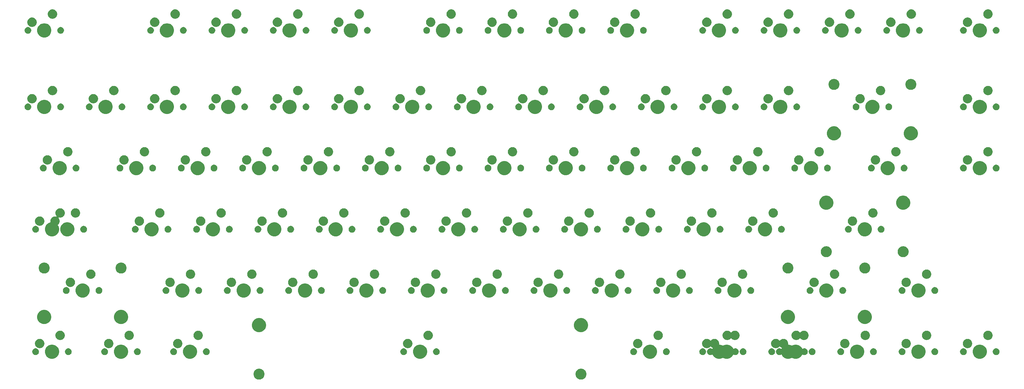
<source format=gbr>
G04 #@! TF.GenerationSoftware,KiCad,Pcbnew,(5.0.2)-1*
G04 #@! TF.CreationDate,2019-05-19T13:57:28+09:00*
G04 #@! TF.ProjectId,D780-PCB,44373830-2d50-4434-922e-6b696361645f,rev?*
G04 #@! TF.SameCoordinates,Original*
G04 #@! TF.FileFunction,Soldermask,Top*
G04 #@! TF.FilePolarity,Negative*
%FSLAX46Y46*%
G04 Gerber Fmt 4.6, Leading zero omitted, Abs format (unit mm)*
G04 Created by KiCad (PCBNEW (5.0.2)-1) date 2019-05-19 오후 1:57:28*
%MOMM*%
%LPD*%
G01*
G04 APERTURE LIST*
%ADD10C,0.100000*%
G04 APERTURE END LIST*
D10*
G36*
X167073893Y-105341053D02*
X167183372Y-105362830D01*
X167492752Y-105490979D01*
X167771187Y-105677023D01*
X168007977Y-105913813D01*
X168194021Y-106192248D01*
X168322170Y-106501628D01*
X168387500Y-106830065D01*
X168387500Y-107164935D01*
X168322170Y-107493372D01*
X168194021Y-107802752D01*
X168007977Y-108081187D01*
X167771187Y-108317977D01*
X167492752Y-108504021D01*
X167183372Y-108632170D01*
X167073893Y-108653947D01*
X166854937Y-108697500D01*
X166520063Y-108697500D01*
X166301107Y-108653947D01*
X166191628Y-108632170D01*
X165882248Y-108504021D01*
X165603813Y-108317977D01*
X165367023Y-108081187D01*
X165180979Y-107802752D01*
X165052830Y-107493372D01*
X164987500Y-107164935D01*
X164987500Y-106830065D01*
X165052830Y-106501628D01*
X165180979Y-106192248D01*
X165367023Y-105913813D01*
X165603813Y-105677023D01*
X165882248Y-105490979D01*
X166191628Y-105362830D01*
X166301107Y-105341053D01*
X166520063Y-105297500D01*
X166854937Y-105297500D01*
X167073893Y-105341053D01*
X167073893Y-105341053D01*
G37*
G36*
X67061393Y-105341053D02*
X67170872Y-105362830D01*
X67480252Y-105490979D01*
X67758687Y-105677023D01*
X67995477Y-105913813D01*
X68181521Y-106192248D01*
X68309670Y-106501628D01*
X68375000Y-106830065D01*
X68375000Y-107164935D01*
X68309670Y-107493372D01*
X68181521Y-107802752D01*
X67995477Y-108081187D01*
X67758687Y-108317977D01*
X67480252Y-108504021D01*
X67170872Y-108632170D01*
X67061393Y-108653947D01*
X66842437Y-108697500D01*
X66507563Y-108697500D01*
X66288607Y-108653947D01*
X66179128Y-108632170D01*
X65869748Y-108504021D01*
X65591313Y-108317977D01*
X65354523Y-108081187D01*
X65168479Y-107802752D01*
X65040330Y-107493372D01*
X64975000Y-107164935D01*
X64975000Y-106830065D01*
X65040330Y-106501628D01*
X65168479Y-106192248D01*
X65354523Y-105913813D01*
X65591313Y-105677023D01*
X65869748Y-105490979D01*
X66179128Y-105362830D01*
X66288607Y-105341053D01*
X66507563Y-105297500D01*
X66842437Y-105297500D01*
X67061393Y-105341053D01*
X67061393Y-105341053D01*
G37*
G36*
X188760466Y-97897044D02*
X189160840Y-98062884D01*
X189521171Y-98303650D01*
X189827600Y-98610079D01*
X190068366Y-98970410D01*
X190234206Y-99370784D01*
X190318750Y-99795817D01*
X190318750Y-100229183D01*
X190234206Y-100654216D01*
X190068366Y-101054590D01*
X189827600Y-101414921D01*
X189521171Y-101721350D01*
X189160840Y-101962116D01*
X188760466Y-102127956D01*
X188335433Y-102212500D01*
X187902067Y-102212500D01*
X187477034Y-102127956D01*
X187076660Y-101962116D01*
X186716329Y-101721350D01*
X186409900Y-101414921D01*
X186169134Y-101054590D01*
X186003294Y-100654216D01*
X185918750Y-100229183D01*
X185918750Y-99795817D01*
X186003294Y-99370784D01*
X186169134Y-98970410D01*
X186409900Y-98610079D01*
X186716329Y-98303650D01*
X187076660Y-98062884D01*
X187477034Y-97897044D01*
X187902067Y-97812500D01*
X188335433Y-97812500D01*
X188760466Y-97897044D01*
X188760466Y-97897044D01*
G37*
G36*
X253054216Y-97897044D02*
X253454590Y-98062884D01*
X253814921Y-98303650D01*
X254121350Y-98610079D01*
X254362116Y-98970410D01*
X254527956Y-99370784D01*
X254612500Y-99795817D01*
X254612500Y-100229183D01*
X254527956Y-100654216D01*
X254362116Y-101054590D01*
X254121350Y-101414921D01*
X253814921Y-101721350D01*
X253454590Y-101962116D01*
X253054216Y-102127956D01*
X252629183Y-102212500D01*
X252195817Y-102212500D01*
X251770784Y-102127956D01*
X251370410Y-101962116D01*
X251010079Y-101721350D01*
X250703650Y-101414921D01*
X250462884Y-101054590D01*
X250297044Y-100654216D01*
X250212500Y-100229183D01*
X250212500Y-99795817D01*
X250297044Y-99370784D01*
X250462884Y-98970410D01*
X250703650Y-98610079D01*
X251010079Y-98303650D01*
X251370410Y-98062884D01*
X251770784Y-97897044D01*
X252195817Y-97812500D01*
X252629183Y-97812500D01*
X253054216Y-97897044D01*
X253054216Y-97897044D01*
G37*
G36*
X117322966Y-97897044D02*
X117723340Y-98062884D01*
X118083671Y-98303650D01*
X118390100Y-98610079D01*
X118630866Y-98970410D01*
X118796706Y-99370784D01*
X118881250Y-99795817D01*
X118881250Y-100229183D01*
X118796706Y-100654216D01*
X118630866Y-101054590D01*
X118390100Y-101414921D01*
X118083671Y-101721350D01*
X117723340Y-101962116D01*
X117322966Y-102127956D01*
X116897933Y-102212500D01*
X116464567Y-102212500D01*
X116039534Y-102127956D01*
X115639160Y-101962116D01*
X115278829Y-101721350D01*
X114972400Y-101414921D01*
X114731634Y-101054590D01*
X114565794Y-100654216D01*
X114481250Y-100229183D01*
X114481250Y-99795817D01*
X114565794Y-99370784D01*
X114731634Y-98970410D01*
X114972400Y-98610079D01*
X115278829Y-98303650D01*
X115639160Y-98062884D01*
X116039534Y-97897044D01*
X116464567Y-97812500D01*
X116897933Y-97812500D01*
X117322966Y-97897044D01*
X117322966Y-97897044D01*
G37*
G36*
X45885466Y-97897044D02*
X46285840Y-98062884D01*
X46646171Y-98303650D01*
X46952600Y-98610079D01*
X47193366Y-98970410D01*
X47359206Y-99370784D01*
X47443750Y-99795817D01*
X47443750Y-100229183D01*
X47359206Y-100654216D01*
X47193366Y-101054590D01*
X46952600Y-101414921D01*
X46646171Y-101721350D01*
X46285840Y-101962116D01*
X45885466Y-102127956D01*
X45460433Y-102212500D01*
X45027067Y-102212500D01*
X44602034Y-102127956D01*
X44201660Y-101962116D01*
X43841329Y-101721350D01*
X43534900Y-101414921D01*
X43294134Y-101054590D01*
X43128294Y-100654216D01*
X43043750Y-100229183D01*
X43043750Y-99795817D01*
X43128294Y-99370784D01*
X43294134Y-98970410D01*
X43534900Y-98610079D01*
X43841329Y-98303650D01*
X44201660Y-98062884D01*
X44602034Y-97897044D01*
X45027067Y-97812500D01*
X45460433Y-97812500D01*
X45885466Y-97897044D01*
X45885466Y-97897044D01*
G37*
G36*
X24454216Y-97897044D02*
X24854590Y-98062884D01*
X25214921Y-98303650D01*
X25521350Y-98610079D01*
X25762116Y-98970410D01*
X25927956Y-99370784D01*
X26012500Y-99795817D01*
X26012500Y-100229183D01*
X25927956Y-100654216D01*
X25762116Y-101054590D01*
X25521350Y-101414921D01*
X25214921Y-101721350D01*
X24854590Y-101962116D01*
X24454216Y-102127956D01*
X24029183Y-102212500D01*
X23595817Y-102212500D01*
X23170784Y-102127956D01*
X22770410Y-101962116D01*
X22410079Y-101721350D01*
X22103650Y-101414921D01*
X21862884Y-101054590D01*
X21697044Y-100654216D01*
X21612500Y-100229183D01*
X21612500Y-99795817D01*
X21697044Y-99370784D01*
X21862884Y-98970410D01*
X22103650Y-98610079D01*
X22410079Y-98303650D01*
X22770410Y-98062884D01*
X23170784Y-97897044D01*
X23595817Y-97812500D01*
X24029183Y-97812500D01*
X24454216Y-97897044D01*
X24454216Y-97897044D01*
G37*
G36*
X3022966Y-97897044D02*
X3423340Y-98062884D01*
X3783671Y-98303650D01*
X4090100Y-98610079D01*
X4330866Y-98970410D01*
X4496706Y-99370784D01*
X4581250Y-99795817D01*
X4581250Y-100229183D01*
X4496706Y-100654216D01*
X4330866Y-101054590D01*
X4090100Y-101414921D01*
X3783671Y-101721350D01*
X3423340Y-101962116D01*
X3022966Y-102127956D01*
X2597933Y-102212500D01*
X2164567Y-102212500D01*
X1739534Y-102127956D01*
X1339160Y-101962116D01*
X978829Y-101721350D01*
X672400Y-101414921D01*
X431634Y-101054590D01*
X265794Y-100654216D01*
X181250Y-100229183D01*
X181250Y-99795817D01*
X265794Y-99370784D01*
X431634Y-98970410D01*
X672400Y-98610079D01*
X978829Y-98303650D01*
X1339160Y-98062884D01*
X1739534Y-97897044D01*
X2164567Y-97812500D01*
X2597933Y-97812500D01*
X3022966Y-97897044D01*
X3022966Y-97897044D01*
G37*
G36*
X272104216Y-97897044D02*
X272504590Y-98062884D01*
X272864921Y-98303650D01*
X273171350Y-98610079D01*
X273412116Y-98970410D01*
X273577956Y-99370784D01*
X273662500Y-99795817D01*
X273662500Y-100229183D01*
X273577956Y-100654216D01*
X273412116Y-101054590D01*
X273171350Y-101414921D01*
X272864921Y-101721350D01*
X272504590Y-101962116D01*
X272104216Y-102127956D01*
X271679183Y-102212500D01*
X271245817Y-102212500D01*
X270820784Y-102127956D01*
X270420410Y-101962116D01*
X270060079Y-101721350D01*
X269753650Y-101414921D01*
X269512884Y-101054590D01*
X269347044Y-100654216D01*
X269262500Y-100229183D01*
X269262500Y-99795817D01*
X269347044Y-99370784D01*
X269512884Y-98970410D01*
X269753650Y-98610079D01*
X270060079Y-98303650D01*
X270420410Y-98062884D01*
X270820784Y-97897044D01*
X271245817Y-97812500D01*
X271679183Y-97812500D01*
X272104216Y-97897044D01*
X272104216Y-97897044D01*
G37*
G36*
X227594197Y-96078222D02*
X227858083Y-96187527D01*
X228095574Y-96346213D01*
X228273487Y-96524126D01*
X228292429Y-96539672D01*
X228314040Y-96551223D01*
X228337489Y-96558336D01*
X228361875Y-96560738D01*
X228386261Y-96558336D01*
X228409710Y-96551223D01*
X228431321Y-96539672D01*
X228450263Y-96524126D01*
X228628176Y-96346213D01*
X228865667Y-96187527D01*
X229129553Y-96078222D01*
X229409686Y-96022500D01*
X229695314Y-96022500D01*
X229975447Y-96078222D01*
X230239333Y-96187527D01*
X230476824Y-96346213D01*
X230678787Y-96548176D01*
X230837473Y-96785667D01*
X230946778Y-97049553D01*
X231002500Y-97329686D01*
X231002500Y-97615314D01*
X230992992Y-97663114D01*
X230990590Y-97687500D01*
X230992992Y-97711886D01*
X231000105Y-97735336D01*
X231011656Y-97756946D01*
X231027202Y-97775888D01*
X231046144Y-97791434D01*
X231067755Y-97802985D01*
X231091204Y-97810098D01*
X231115590Y-97812500D01*
X231197933Y-97812500D01*
X231622966Y-97897044D01*
X232023341Y-98062885D01*
X232102428Y-98115729D01*
X232124039Y-98127281D01*
X232147488Y-98134394D01*
X232171874Y-98136796D01*
X232196261Y-98134394D01*
X232219710Y-98127281D01*
X232241322Y-98115729D01*
X232320409Y-98062885D01*
X232720784Y-97897044D01*
X233145817Y-97812500D01*
X233579183Y-97812500D01*
X234004216Y-97897044D01*
X234404590Y-98062884D01*
X234764921Y-98303650D01*
X235071350Y-98610079D01*
X235312116Y-98970410D01*
X235344609Y-99048855D01*
X235356160Y-99070466D01*
X235371706Y-99089408D01*
X235390648Y-99104954D01*
X235412258Y-99116505D01*
X235435708Y-99123618D01*
X235460094Y-99126020D01*
X235484480Y-99123618D01*
X235507929Y-99116505D01*
X235529532Y-99104958D01*
X235563888Y-99082002D01*
X235754976Y-99002850D01*
X235935362Y-98966970D01*
X235957833Y-98962500D01*
X236164667Y-98962500D01*
X236187138Y-98966970D01*
X236367524Y-99002850D01*
X236558612Y-99082002D01*
X236730586Y-99196911D01*
X236876839Y-99343164D01*
X236991748Y-99515138D01*
X237070900Y-99706226D01*
X237111250Y-99909084D01*
X237111250Y-100115916D01*
X237070900Y-100318774D01*
X236991748Y-100509862D01*
X236876839Y-100681836D01*
X236730586Y-100828089D01*
X236558612Y-100942998D01*
X236367524Y-101022150D01*
X236187138Y-101058030D01*
X236164667Y-101062500D01*
X235957833Y-101062500D01*
X235935362Y-101058030D01*
X235754976Y-101022150D01*
X235563888Y-100942998D01*
X235529532Y-100920042D01*
X235507930Y-100908495D01*
X235484481Y-100901382D01*
X235460094Y-100898980D01*
X235435708Y-100901382D01*
X235412259Y-100908495D01*
X235390648Y-100920046D01*
X235371706Y-100935591D01*
X235356161Y-100954533D01*
X235344609Y-100976145D01*
X235312116Y-101054590D01*
X235071350Y-101414921D01*
X234764921Y-101721350D01*
X234404590Y-101962116D01*
X234004216Y-102127956D01*
X233579183Y-102212500D01*
X233145817Y-102212500D01*
X232720784Y-102127956D01*
X232320409Y-101962115D01*
X232241322Y-101909271D01*
X232219711Y-101897719D01*
X232196262Y-101890606D01*
X232171876Y-101888204D01*
X232147489Y-101890606D01*
X232124040Y-101897719D01*
X232102428Y-101909271D01*
X232023341Y-101962115D01*
X231622966Y-102127956D01*
X231197933Y-102212500D01*
X230764567Y-102212500D01*
X230339534Y-102127956D01*
X229939160Y-101962116D01*
X229578829Y-101721350D01*
X229272400Y-101414921D01*
X229031634Y-101054590D01*
X228999141Y-100976145D01*
X228987590Y-100954534D01*
X228972044Y-100935592D01*
X228953102Y-100920046D01*
X228931492Y-100908495D01*
X228908042Y-100901382D01*
X228883656Y-100898980D01*
X228859270Y-100901382D01*
X228835821Y-100908495D01*
X228814218Y-100920042D01*
X228779862Y-100942998D01*
X228588774Y-101022150D01*
X228408388Y-101058030D01*
X228385917Y-101062500D01*
X228179083Y-101062500D01*
X228156612Y-101058030D01*
X227976226Y-101022150D01*
X227785138Y-100942998D01*
X227613164Y-100828089D01*
X227466911Y-100681836D01*
X227352002Y-100509862D01*
X227272850Y-100318774D01*
X227232500Y-100115916D01*
X227232500Y-99909084D01*
X227272850Y-99706226D01*
X227352002Y-99515138D01*
X227466911Y-99343164D01*
X227613164Y-99196911D01*
X227785138Y-99082002D01*
X227976226Y-99002850D01*
X228156612Y-98966970D01*
X228179083Y-98962500D01*
X228385917Y-98962500D01*
X228408388Y-98966970D01*
X228588774Y-99002850D01*
X228779862Y-99082002D01*
X228814218Y-99104958D01*
X228835820Y-99116505D01*
X228859269Y-99123618D01*
X228883656Y-99126020D01*
X228908042Y-99123618D01*
X228931491Y-99116505D01*
X228953102Y-99104954D01*
X228972044Y-99089409D01*
X228987589Y-99070467D01*
X228999141Y-99048856D01*
X229034778Y-98962821D01*
X229041891Y-98939371D01*
X229044293Y-98914985D01*
X229041891Y-98890599D01*
X229034778Y-98867150D01*
X229023227Y-98845539D01*
X229007681Y-98826597D01*
X228988739Y-98811051D01*
X228967129Y-98799500D01*
X228865667Y-98757473D01*
X228628176Y-98598787D01*
X228450263Y-98420874D01*
X228431321Y-98405328D01*
X228409710Y-98393777D01*
X228386261Y-98386664D01*
X228361875Y-98384262D01*
X228337489Y-98386664D01*
X228314040Y-98393777D01*
X228292429Y-98405328D01*
X228273487Y-98420874D01*
X228095574Y-98598787D01*
X227858083Y-98757473D01*
X227594197Y-98866778D01*
X227314064Y-98922500D01*
X227028436Y-98922500D01*
X226748303Y-98866778D01*
X226484417Y-98757473D01*
X226246926Y-98598787D01*
X226044963Y-98396824D01*
X225886277Y-98159333D01*
X225776972Y-97895447D01*
X225721250Y-97615314D01*
X225721250Y-97329686D01*
X225776972Y-97049553D01*
X225886277Y-96785667D01*
X226044963Y-96548176D01*
X226246926Y-96346213D01*
X226484417Y-96187527D01*
X226748303Y-96078222D01*
X227028436Y-96022500D01*
X227314064Y-96022500D01*
X227594197Y-96078222D01*
X227594197Y-96078222D01*
G37*
G36*
X291154216Y-97897044D02*
X291554590Y-98062884D01*
X291914921Y-98303650D01*
X292221350Y-98610079D01*
X292462116Y-98970410D01*
X292627956Y-99370784D01*
X292712500Y-99795817D01*
X292712500Y-100229183D01*
X292627956Y-100654216D01*
X292462116Y-101054590D01*
X292221350Y-101414921D01*
X291914921Y-101721350D01*
X291554590Y-101962116D01*
X291154216Y-102127956D01*
X290729183Y-102212500D01*
X290295817Y-102212500D01*
X289870784Y-102127956D01*
X289470410Y-101962116D01*
X289110079Y-101721350D01*
X288803650Y-101414921D01*
X288562884Y-101054590D01*
X288397044Y-100654216D01*
X288312500Y-100229183D01*
X288312500Y-99795817D01*
X288397044Y-99370784D01*
X288562884Y-98970410D01*
X288803650Y-98610079D01*
X289110079Y-98303650D01*
X289470410Y-98062884D01*
X289870784Y-97897044D01*
X290295817Y-97812500D01*
X290729183Y-97812500D01*
X291154216Y-97897044D01*
X291154216Y-97897044D01*
G37*
G36*
X206162947Y-96078222D02*
X206426833Y-96187527D01*
X206664324Y-96346213D01*
X206842237Y-96524126D01*
X206861179Y-96539672D01*
X206882790Y-96551223D01*
X206906239Y-96558336D01*
X206930625Y-96560738D01*
X206955011Y-96558336D01*
X206978460Y-96551223D01*
X207000071Y-96539672D01*
X207019013Y-96524126D01*
X207196926Y-96346213D01*
X207434417Y-96187527D01*
X207698303Y-96078222D01*
X207978436Y-96022500D01*
X208264064Y-96022500D01*
X208544197Y-96078222D01*
X208808083Y-96187527D01*
X209045574Y-96346213D01*
X209247537Y-96548176D01*
X209406223Y-96785667D01*
X209515528Y-97049553D01*
X209571250Y-97329686D01*
X209571250Y-97615314D01*
X209561742Y-97663114D01*
X209559340Y-97687500D01*
X209561742Y-97711886D01*
X209568855Y-97735336D01*
X209580406Y-97756946D01*
X209595952Y-97775888D01*
X209614894Y-97791434D01*
X209636505Y-97802985D01*
X209659954Y-97810098D01*
X209684340Y-97812500D01*
X209766683Y-97812500D01*
X210191716Y-97897044D01*
X210592091Y-98062885D01*
X210671178Y-98115729D01*
X210692789Y-98127281D01*
X210716238Y-98134394D01*
X210740624Y-98136796D01*
X210765011Y-98134394D01*
X210788460Y-98127281D01*
X210810072Y-98115729D01*
X210889159Y-98062885D01*
X211289534Y-97897044D01*
X211714567Y-97812500D01*
X212147933Y-97812500D01*
X212572966Y-97897044D01*
X212973340Y-98062884D01*
X213333671Y-98303650D01*
X213640100Y-98610079D01*
X213880866Y-98970410D01*
X213913359Y-99048855D01*
X213924910Y-99070466D01*
X213940456Y-99089408D01*
X213959398Y-99104954D01*
X213981008Y-99116505D01*
X214004458Y-99123618D01*
X214028844Y-99126020D01*
X214053230Y-99123618D01*
X214076679Y-99116505D01*
X214098282Y-99104958D01*
X214132638Y-99082002D01*
X214323726Y-99002850D01*
X214504112Y-98966970D01*
X214526583Y-98962500D01*
X214733417Y-98962500D01*
X214755888Y-98966970D01*
X214936274Y-99002850D01*
X215127362Y-99082002D01*
X215299336Y-99196911D01*
X215445589Y-99343164D01*
X215560498Y-99515138D01*
X215639650Y-99706226D01*
X215680000Y-99909084D01*
X215680000Y-100115916D01*
X215639650Y-100318774D01*
X215560498Y-100509862D01*
X215445589Y-100681836D01*
X215299336Y-100828089D01*
X215127362Y-100942998D01*
X214936274Y-101022150D01*
X214755888Y-101058030D01*
X214733417Y-101062500D01*
X214526583Y-101062500D01*
X214504112Y-101058030D01*
X214323726Y-101022150D01*
X214132638Y-100942998D01*
X214098282Y-100920042D01*
X214076680Y-100908495D01*
X214053231Y-100901382D01*
X214028844Y-100898980D01*
X214004458Y-100901382D01*
X213981009Y-100908495D01*
X213959398Y-100920046D01*
X213940456Y-100935591D01*
X213924911Y-100954533D01*
X213913359Y-100976145D01*
X213880866Y-101054590D01*
X213640100Y-101414921D01*
X213333671Y-101721350D01*
X212973340Y-101962116D01*
X212572966Y-102127956D01*
X212147933Y-102212500D01*
X211714567Y-102212500D01*
X211289534Y-102127956D01*
X210889159Y-101962115D01*
X210810072Y-101909271D01*
X210788461Y-101897719D01*
X210765012Y-101890606D01*
X210740626Y-101888204D01*
X210716239Y-101890606D01*
X210692790Y-101897719D01*
X210671178Y-101909271D01*
X210592091Y-101962115D01*
X210191716Y-102127956D01*
X209766683Y-102212500D01*
X209333317Y-102212500D01*
X208908284Y-102127956D01*
X208507910Y-101962116D01*
X208147579Y-101721350D01*
X207841150Y-101414921D01*
X207600384Y-101054590D01*
X207567891Y-100976145D01*
X207556340Y-100954534D01*
X207540794Y-100935592D01*
X207521852Y-100920046D01*
X207500242Y-100908495D01*
X207476792Y-100901382D01*
X207452406Y-100898980D01*
X207428020Y-100901382D01*
X207404571Y-100908495D01*
X207382968Y-100920042D01*
X207348612Y-100942998D01*
X207157524Y-101022150D01*
X206977138Y-101058030D01*
X206954667Y-101062500D01*
X206747833Y-101062500D01*
X206725362Y-101058030D01*
X206544976Y-101022150D01*
X206353888Y-100942998D01*
X206181914Y-100828089D01*
X206035661Y-100681836D01*
X205920752Y-100509862D01*
X205841600Y-100318774D01*
X205801250Y-100115916D01*
X205801250Y-99909084D01*
X205841600Y-99706226D01*
X205920752Y-99515138D01*
X206035661Y-99343164D01*
X206181914Y-99196911D01*
X206353888Y-99082002D01*
X206544976Y-99002850D01*
X206725362Y-98966970D01*
X206747833Y-98962500D01*
X206954667Y-98962500D01*
X206977138Y-98966970D01*
X207157524Y-99002850D01*
X207348612Y-99082002D01*
X207382968Y-99104958D01*
X207404570Y-99116505D01*
X207428019Y-99123618D01*
X207452406Y-99126020D01*
X207476792Y-99123618D01*
X207500241Y-99116505D01*
X207521852Y-99104954D01*
X207540794Y-99089409D01*
X207556339Y-99070467D01*
X207567891Y-99048856D01*
X207603528Y-98962821D01*
X207610641Y-98939371D01*
X207613043Y-98914985D01*
X207610641Y-98890599D01*
X207603528Y-98867150D01*
X207591977Y-98845539D01*
X207576431Y-98826597D01*
X207557489Y-98811051D01*
X207535879Y-98799500D01*
X207434417Y-98757473D01*
X207196926Y-98598787D01*
X207019013Y-98420874D01*
X207000071Y-98405328D01*
X206978460Y-98393777D01*
X206955011Y-98386664D01*
X206930625Y-98384262D01*
X206906239Y-98386664D01*
X206882790Y-98393777D01*
X206861179Y-98405328D01*
X206842237Y-98420874D01*
X206664324Y-98598787D01*
X206426833Y-98757473D01*
X206162947Y-98866778D01*
X205882814Y-98922500D01*
X205597186Y-98922500D01*
X205317053Y-98866778D01*
X205053167Y-98757473D01*
X204815676Y-98598787D01*
X204613713Y-98396824D01*
X204455027Y-98159333D01*
X204345722Y-97895447D01*
X204290000Y-97615314D01*
X204290000Y-97329686D01*
X204345722Y-97049553D01*
X204455027Y-96785667D01*
X204613713Y-96548176D01*
X204815676Y-96346213D01*
X205053167Y-96187527D01*
X205317053Y-96078222D01*
X205597186Y-96022500D01*
X205882814Y-96022500D01*
X206162947Y-96078222D01*
X206162947Y-96078222D01*
G37*
G36*
X111727138Y-98966970D02*
X111907524Y-99002850D01*
X112098612Y-99082002D01*
X112270586Y-99196911D01*
X112416839Y-99343164D01*
X112531748Y-99515138D01*
X112610900Y-99706226D01*
X112651250Y-99909084D01*
X112651250Y-100115916D01*
X112610900Y-100318774D01*
X112531748Y-100509862D01*
X112416839Y-100681836D01*
X112270586Y-100828089D01*
X112098612Y-100942998D01*
X111907524Y-101022150D01*
X111727138Y-101058030D01*
X111704667Y-101062500D01*
X111497833Y-101062500D01*
X111475362Y-101058030D01*
X111294976Y-101022150D01*
X111103888Y-100942998D01*
X110931914Y-100828089D01*
X110785661Y-100681836D01*
X110670752Y-100509862D01*
X110591600Y-100318774D01*
X110551250Y-100115916D01*
X110551250Y-99909084D01*
X110591600Y-99706226D01*
X110670752Y-99515138D01*
X110785661Y-99343164D01*
X110931914Y-99196911D01*
X111103888Y-99082002D01*
X111294976Y-99002850D01*
X111475362Y-98966970D01*
X111497833Y-98962500D01*
X111704667Y-98962500D01*
X111727138Y-98966970D01*
X111727138Y-98966970D01*
G37*
G36*
X7587138Y-98966970D02*
X7767524Y-99002850D01*
X7958612Y-99082002D01*
X8130586Y-99196911D01*
X8276839Y-99343164D01*
X8391748Y-99515138D01*
X8470900Y-99706226D01*
X8511250Y-99909084D01*
X8511250Y-100115916D01*
X8470900Y-100318774D01*
X8391748Y-100509862D01*
X8276839Y-100681836D01*
X8130586Y-100828089D01*
X7958612Y-100942998D01*
X7767524Y-101022150D01*
X7587138Y-101058030D01*
X7564667Y-101062500D01*
X7357833Y-101062500D01*
X7335362Y-101058030D01*
X7154976Y-101022150D01*
X6963888Y-100942998D01*
X6791914Y-100828089D01*
X6645661Y-100681836D01*
X6530752Y-100509862D01*
X6451600Y-100318774D01*
X6411250Y-100115916D01*
X6411250Y-99909084D01*
X6451600Y-99706226D01*
X6530752Y-99515138D01*
X6645661Y-99343164D01*
X6791914Y-99196911D01*
X6963888Y-99082002D01*
X7154976Y-99002850D01*
X7335362Y-98966970D01*
X7357833Y-98962500D01*
X7564667Y-98962500D01*
X7587138Y-98966970D01*
X7587138Y-98966970D01*
G37*
G36*
X121887138Y-98966970D02*
X122067524Y-99002850D01*
X122258612Y-99082002D01*
X122430586Y-99196911D01*
X122576839Y-99343164D01*
X122691748Y-99515138D01*
X122770900Y-99706226D01*
X122811250Y-99909084D01*
X122811250Y-100115916D01*
X122770900Y-100318774D01*
X122691748Y-100509862D01*
X122576839Y-100681836D01*
X122430586Y-100828089D01*
X122258612Y-100942998D01*
X122067524Y-101022150D01*
X121887138Y-101058030D01*
X121864667Y-101062500D01*
X121657833Y-101062500D01*
X121635362Y-101058030D01*
X121454976Y-101022150D01*
X121263888Y-100942998D01*
X121091914Y-100828089D01*
X120945661Y-100681836D01*
X120830752Y-100509862D01*
X120751600Y-100318774D01*
X120711250Y-100115916D01*
X120711250Y-99909084D01*
X120751600Y-99706226D01*
X120830752Y-99515138D01*
X120945661Y-99343164D01*
X121091914Y-99196911D01*
X121263888Y-99082002D01*
X121454976Y-99002850D01*
X121635362Y-98966970D01*
X121657833Y-98962500D01*
X121864667Y-98962500D01*
X121887138Y-98966970D01*
X121887138Y-98966970D01*
G37*
G36*
X226027138Y-98966970D02*
X226207524Y-99002850D01*
X226398612Y-99082002D01*
X226570586Y-99196911D01*
X226716839Y-99343164D01*
X226831748Y-99515138D01*
X226910900Y-99706226D01*
X226951250Y-99909084D01*
X226951250Y-100115916D01*
X226910900Y-100318774D01*
X226831748Y-100509862D01*
X226716839Y-100681836D01*
X226570586Y-100828089D01*
X226398612Y-100942998D01*
X226207524Y-101022150D01*
X226027138Y-101058030D01*
X226004667Y-101062500D01*
X225797833Y-101062500D01*
X225775362Y-101058030D01*
X225594976Y-101022150D01*
X225403888Y-100942998D01*
X225231914Y-100828089D01*
X225085661Y-100681836D01*
X224970752Y-100509862D01*
X224891600Y-100318774D01*
X224851250Y-100115916D01*
X224851250Y-99909084D01*
X224891600Y-99706226D01*
X224970752Y-99515138D01*
X225085661Y-99343164D01*
X225231914Y-99196911D01*
X225403888Y-99082002D01*
X225594976Y-99002850D01*
X225775362Y-98966970D01*
X225797833Y-98962500D01*
X226004667Y-98962500D01*
X226027138Y-98966970D01*
X226027138Y-98966970D01*
G37*
G36*
X183164638Y-98966970D02*
X183345024Y-99002850D01*
X183536112Y-99082002D01*
X183708086Y-99196911D01*
X183854339Y-99343164D01*
X183969248Y-99515138D01*
X184048400Y-99706226D01*
X184088750Y-99909084D01*
X184088750Y-100115916D01*
X184048400Y-100318774D01*
X183969248Y-100509862D01*
X183854339Y-100681836D01*
X183708086Y-100828089D01*
X183536112Y-100942998D01*
X183345024Y-101022150D01*
X183164638Y-101058030D01*
X183142167Y-101062500D01*
X182935333Y-101062500D01*
X182912862Y-101058030D01*
X182732476Y-101022150D01*
X182541388Y-100942998D01*
X182369414Y-100828089D01*
X182223161Y-100681836D01*
X182108252Y-100509862D01*
X182029100Y-100318774D01*
X181988750Y-100115916D01*
X181988750Y-99909084D01*
X182029100Y-99706226D01*
X182108252Y-99515138D01*
X182223161Y-99343164D01*
X182369414Y-99196911D01*
X182541388Y-99082002D01*
X182732476Y-99002850D01*
X182912862Y-98966970D01*
X182935333Y-98962500D01*
X183142167Y-98962500D01*
X183164638Y-98966970D01*
X183164638Y-98966970D01*
G37*
G36*
X276668388Y-98966970D02*
X276848774Y-99002850D01*
X277039862Y-99082002D01*
X277211836Y-99196911D01*
X277358089Y-99343164D01*
X277472998Y-99515138D01*
X277552150Y-99706226D01*
X277592500Y-99909084D01*
X277592500Y-100115916D01*
X277552150Y-100318774D01*
X277472998Y-100509862D01*
X277358089Y-100681836D01*
X277211836Y-100828089D01*
X277039862Y-100942998D01*
X276848774Y-101022150D01*
X276668388Y-101058030D01*
X276645917Y-101062500D01*
X276439083Y-101062500D01*
X276416612Y-101058030D01*
X276236226Y-101022150D01*
X276045138Y-100942998D01*
X275873164Y-100828089D01*
X275726911Y-100681836D01*
X275612002Y-100509862D01*
X275532850Y-100318774D01*
X275492500Y-100115916D01*
X275492500Y-99909084D01*
X275532850Y-99706226D01*
X275612002Y-99515138D01*
X275726911Y-99343164D01*
X275873164Y-99196911D01*
X276045138Y-99082002D01*
X276236226Y-99002850D01*
X276416612Y-98966970D01*
X276439083Y-98962500D01*
X276645917Y-98962500D01*
X276668388Y-98966970D01*
X276668388Y-98966970D01*
G37*
G36*
X266508388Y-98966970D02*
X266688774Y-99002850D01*
X266879862Y-99082002D01*
X267051836Y-99196911D01*
X267198089Y-99343164D01*
X267312998Y-99515138D01*
X267392150Y-99706226D01*
X267432500Y-99909084D01*
X267432500Y-100115916D01*
X267392150Y-100318774D01*
X267312998Y-100509862D01*
X267198089Y-100681836D01*
X267051836Y-100828089D01*
X266879862Y-100942998D01*
X266688774Y-101022150D01*
X266508388Y-101058030D01*
X266485917Y-101062500D01*
X266279083Y-101062500D01*
X266256612Y-101058030D01*
X266076226Y-101022150D01*
X265885138Y-100942998D01*
X265713164Y-100828089D01*
X265566911Y-100681836D01*
X265452002Y-100509862D01*
X265372850Y-100318774D01*
X265332500Y-100115916D01*
X265332500Y-99909084D01*
X265372850Y-99706226D01*
X265452002Y-99515138D01*
X265566911Y-99343164D01*
X265713164Y-99196911D01*
X265885138Y-99082002D01*
X266076226Y-99002850D01*
X266256612Y-98966970D01*
X266279083Y-98962500D01*
X266485917Y-98962500D01*
X266508388Y-98966970D01*
X266508388Y-98966970D01*
G37*
G36*
X29018388Y-98966970D02*
X29198774Y-99002850D01*
X29389862Y-99082002D01*
X29561836Y-99196911D01*
X29708089Y-99343164D01*
X29822998Y-99515138D01*
X29902150Y-99706226D01*
X29942500Y-99909084D01*
X29942500Y-100115916D01*
X29902150Y-100318774D01*
X29822998Y-100509862D01*
X29708089Y-100681836D01*
X29561836Y-100828089D01*
X29389862Y-100942998D01*
X29198774Y-101022150D01*
X29018388Y-101058030D01*
X28995917Y-101062500D01*
X28789083Y-101062500D01*
X28766612Y-101058030D01*
X28586226Y-101022150D01*
X28395138Y-100942998D01*
X28223164Y-100828089D01*
X28076911Y-100681836D01*
X27962002Y-100509862D01*
X27882850Y-100318774D01*
X27842500Y-100115916D01*
X27842500Y-99909084D01*
X27882850Y-99706226D01*
X27962002Y-99515138D01*
X28076911Y-99343164D01*
X28223164Y-99196911D01*
X28395138Y-99082002D01*
X28586226Y-99002850D01*
X28766612Y-98966970D01*
X28789083Y-98962500D01*
X28995917Y-98962500D01*
X29018388Y-98966970D01*
X29018388Y-98966970D01*
G37*
G36*
X18858388Y-98966970D02*
X19038774Y-99002850D01*
X19229862Y-99082002D01*
X19401836Y-99196911D01*
X19548089Y-99343164D01*
X19662998Y-99515138D01*
X19742150Y-99706226D01*
X19782500Y-99909084D01*
X19782500Y-100115916D01*
X19742150Y-100318774D01*
X19662998Y-100509862D01*
X19548089Y-100681836D01*
X19401836Y-100828089D01*
X19229862Y-100942998D01*
X19038774Y-101022150D01*
X18858388Y-101058030D01*
X18835917Y-101062500D01*
X18629083Y-101062500D01*
X18606612Y-101058030D01*
X18426226Y-101022150D01*
X18235138Y-100942998D01*
X18063164Y-100828089D01*
X17916911Y-100681836D01*
X17802002Y-100509862D01*
X17722850Y-100318774D01*
X17682500Y-100115916D01*
X17682500Y-99909084D01*
X17722850Y-99706226D01*
X17802002Y-99515138D01*
X17916911Y-99343164D01*
X18063164Y-99196911D01*
X18235138Y-99082002D01*
X18426226Y-99002850D01*
X18606612Y-98966970D01*
X18629083Y-98962500D01*
X18835917Y-98962500D01*
X18858388Y-98966970D01*
X18858388Y-98966970D01*
G37*
G36*
X50449638Y-98966970D02*
X50630024Y-99002850D01*
X50821112Y-99082002D01*
X50993086Y-99196911D01*
X51139339Y-99343164D01*
X51254248Y-99515138D01*
X51333400Y-99706226D01*
X51373750Y-99909084D01*
X51373750Y-100115916D01*
X51333400Y-100318774D01*
X51254248Y-100509862D01*
X51139339Y-100681836D01*
X50993086Y-100828089D01*
X50821112Y-100942998D01*
X50630024Y-101022150D01*
X50449638Y-101058030D01*
X50427167Y-101062500D01*
X50220333Y-101062500D01*
X50197862Y-101058030D01*
X50017476Y-101022150D01*
X49826388Y-100942998D01*
X49654414Y-100828089D01*
X49508161Y-100681836D01*
X49393252Y-100509862D01*
X49314100Y-100318774D01*
X49273750Y-100115916D01*
X49273750Y-99909084D01*
X49314100Y-99706226D01*
X49393252Y-99515138D01*
X49508161Y-99343164D01*
X49654414Y-99196911D01*
X49826388Y-99082002D01*
X50017476Y-99002850D01*
X50197862Y-98966970D01*
X50220333Y-98962500D01*
X50427167Y-98962500D01*
X50449638Y-98966970D01*
X50449638Y-98966970D01*
G37*
G36*
X40289638Y-98966970D02*
X40470024Y-99002850D01*
X40661112Y-99082002D01*
X40833086Y-99196911D01*
X40979339Y-99343164D01*
X41094248Y-99515138D01*
X41173400Y-99706226D01*
X41213750Y-99909084D01*
X41213750Y-100115916D01*
X41173400Y-100318774D01*
X41094248Y-100509862D01*
X40979339Y-100681836D01*
X40833086Y-100828089D01*
X40661112Y-100942998D01*
X40470024Y-101022150D01*
X40289638Y-101058030D01*
X40267167Y-101062500D01*
X40060333Y-101062500D01*
X40037862Y-101058030D01*
X39857476Y-101022150D01*
X39666388Y-100942998D01*
X39494414Y-100828089D01*
X39348161Y-100681836D01*
X39233252Y-100509862D01*
X39154100Y-100318774D01*
X39113750Y-100115916D01*
X39113750Y-99909084D01*
X39154100Y-99706226D01*
X39233252Y-99515138D01*
X39348161Y-99343164D01*
X39494414Y-99196911D01*
X39666388Y-99082002D01*
X39857476Y-99002850D01*
X40037862Y-98966970D01*
X40060333Y-98962500D01*
X40267167Y-98962500D01*
X40289638Y-98966970D01*
X40289638Y-98966970D01*
G37*
G36*
X193324638Y-98966970D02*
X193505024Y-99002850D01*
X193696112Y-99082002D01*
X193868086Y-99196911D01*
X194014339Y-99343164D01*
X194129248Y-99515138D01*
X194208400Y-99706226D01*
X194248750Y-99909084D01*
X194248750Y-100115916D01*
X194208400Y-100318774D01*
X194129248Y-100509862D01*
X194014339Y-100681836D01*
X193868086Y-100828089D01*
X193696112Y-100942998D01*
X193505024Y-101022150D01*
X193324638Y-101058030D01*
X193302167Y-101062500D01*
X193095333Y-101062500D01*
X193072862Y-101058030D01*
X192892476Y-101022150D01*
X192701388Y-100942998D01*
X192529414Y-100828089D01*
X192383161Y-100681836D01*
X192268252Y-100509862D01*
X192189100Y-100318774D01*
X192148750Y-100115916D01*
X192148750Y-99909084D01*
X192189100Y-99706226D01*
X192268252Y-99515138D01*
X192383161Y-99343164D01*
X192529414Y-99196911D01*
X192701388Y-99082002D01*
X192892476Y-99002850D01*
X193072862Y-98966970D01*
X193095333Y-98962500D01*
X193302167Y-98962500D01*
X193324638Y-98966970D01*
X193324638Y-98966970D01*
G37*
G36*
X-2572862Y-98966970D02*
X-2392476Y-99002850D01*
X-2201388Y-99082002D01*
X-2029414Y-99196911D01*
X-1883161Y-99343164D01*
X-1768252Y-99515138D01*
X-1689100Y-99706226D01*
X-1648750Y-99909084D01*
X-1648750Y-100115916D01*
X-1689100Y-100318774D01*
X-1768252Y-100509862D01*
X-1883161Y-100681836D01*
X-2029414Y-100828089D01*
X-2201388Y-100942998D01*
X-2392476Y-101022150D01*
X-2572862Y-101058030D01*
X-2595333Y-101062500D01*
X-2802167Y-101062500D01*
X-2824638Y-101058030D01*
X-3005024Y-101022150D01*
X-3196112Y-100942998D01*
X-3368086Y-100828089D01*
X-3514339Y-100681836D01*
X-3629248Y-100509862D01*
X-3708400Y-100318774D01*
X-3748750Y-100115916D01*
X-3748750Y-99909084D01*
X-3708400Y-99706226D01*
X-3629248Y-99515138D01*
X-3514339Y-99343164D01*
X-3368086Y-99196911D01*
X-3196112Y-99082002D01*
X-3005024Y-99002850D01*
X-2824638Y-98966970D01*
X-2802167Y-98962500D01*
X-2595333Y-98962500D01*
X-2572862Y-98966970D01*
X-2572862Y-98966970D01*
G37*
G36*
X204595888Y-98966970D02*
X204776274Y-99002850D01*
X204967362Y-99082002D01*
X205139336Y-99196911D01*
X205285589Y-99343164D01*
X205400498Y-99515138D01*
X205479650Y-99706226D01*
X205520000Y-99909084D01*
X205520000Y-100115916D01*
X205479650Y-100318774D01*
X205400498Y-100509862D01*
X205285589Y-100681836D01*
X205139336Y-100828089D01*
X204967362Y-100942998D01*
X204776274Y-101022150D01*
X204595888Y-101058030D01*
X204573417Y-101062500D01*
X204366583Y-101062500D01*
X204344112Y-101058030D01*
X204163726Y-101022150D01*
X203972638Y-100942998D01*
X203800664Y-100828089D01*
X203654411Y-100681836D01*
X203539502Y-100509862D01*
X203460350Y-100318774D01*
X203420000Y-100115916D01*
X203420000Y-99909084D01*
X203460350Y-99706226D01*
X203539502Y-99515138D01*
X203654411Y-99343164D01*
X203800664Y-99196911D01*
X203972638Y-99082002D01*
X204163726Y-99002850D01*
X204344112Y-98966970D01*
X204366583Y-98962500D01*
X204573417Y-98962500D01*
X204595888Y-98966970D01*
X204595888Y-98966970D01*
G37*
G36*
X257618388Y-98966970D02*
X257798774Y-99002850D01*
X257989862Y-99082002D01*
X258161836Y-99196911D01*
X258308089Y-99343164D01*
X258422998Y-99515138D01*
X258502150Y-99706226D01*
X258542500Y-99909084D01*
X258542500Y-100115916D01*
X258502150Y-100318774D01*
X258422998Y-100509862D01*
X258308089Y-100681836D01*
X258161836Y-100828089D01*
X257989862Y-100942998D01*
X257798774Y-101022150D01*
X257618388Y-101058030D01*
X257595917Y-101062500D01*
X257389083Y-101062500D01*
X257366612Y-101058030D01*
X257186226Y-101022150D01*
X256995138Y-100942998D01*
X256823164Y-100828089D01*
X256676911Y-100681836D01*
X256562002Y-100509862D01*
X256482850Y-100318774D01*
X256442500Y-100115916D01*
X256442500Y-99909084D01*
X256482850Y-99706226D01*
X256562002Y-99515138D01*
X256676911Y-99343164D01*
X256823164Y-99196911D01*
X256995138Y-99082002D01*
X257186226Y-99002850D01*
X257366612Y-98966970D01*
X257389083Y-98962500D01*
X257595917Y-98962500D01*
X257618388Y-98966970D01*
X257618388Y-98966970D01*
G37*
G36*
X247458388Y-98966970D02*
X247638774Y-99002850D01*
X247829862Y-99082002D01*
X248001836Y-99196911D01*
X248148089Y-99343164D01*
X248262998Y-99515138D01*
X248342150Y-99706226D01*
X248382500Y-99909084D01*
X248382500Y-100115916D01*
X248342150Y-100318774D01*
X248262998Y-100509862D01*
X248148089Y-100681836D01*
X248001836Y-100828089D01*
X247829862Y-100942998D01*
X247638774Y-101022150D01*
X247458388Y-101058030D01*
X247435917Y-101062500D01*
X247229083Y-101062500D01*
X247206612Y-101058030D01*
X247026226Y-101022150D01*
X246835138Y-100942998D01*
X246663164Y-100828089D01*
X246516911Y-100681836D01*
X246402002Y-100509862D01*
X246322850Y-100318774D01*
X246282500Y-100115916D01*
X246282500Y-99909084D01*
X246322850Y-99706226D01*
X246402002Y-99515138D01*
X246516911Y-99343164D01*
X246663164Y-99196911D01*
X246835138Y-99082002D01*
X247026226Y-99002850D01*
X247206612Y-98966970D01*
X247229083Y-98962500D01*
X247435917Y-98962500D01*
X247458388Y-98966970D01*
X247458388Y-98966970D01*
G37*
G36*
X295718388Y-98966970D02*
X295898774Y-99002850D01*
X296089862Y-99082002D01*
X296261836Y-99196911D01*
X296408089Y-99343164D01*
X296522998Y-99515138D01*
X296602150Y-99706226D01*
X296642500Y-99909084D01*
X296642500Y-100115916D01*
X296602150Y-100318774D01*
X296522998Y-100509862D01*
X296408089Y-100681836D01*
X296261836Y-100828089D01*
X296089862Y-100942998D01*
X295898774Y-101022150D01*
X295718388Y-101058030D01*
X295695917Y-101062500D01*
X295489083Y-101062500D01*
X295466612Y-101058030D01*
X295286226Y-101022150D01*
X295095138Y-100942998D01*
X294923164Y-100828089D01*
X294776911Y-100681836D01*
X294662002Y-100509862D01*
X294582850Y-100318774D01*
X294542500Y-100115916D01*
X294542500Y-99909084D01*
X294582850Y-99706226D01*
X294662002Y-99515138D01*
X294776911Y-99343164D01*
X294923164Y-99196911D01*
X295095138Y-99082002D01*
X295286226Y-99002850D01*
X295466612Y-98966970D01*
X295489083Y-98962500D01*
X295695917Y-98962500D01*
X295718388Y-98966970D01*
X295718388Y-98966970D01*
G37*
G36*
X285558388Y-98966970D02*
X285738774Y-99002850D01*
X285929862Y-99082002D01*
X286101836Y-99196911D01*
X286248089Y-99343164D01*
X286362998Y-99515138D01*
X286442150Y-99706226D01*
X286482500Y-99909084D01*
X286482500Y-100115916D01*
X286442150Y-100318774D01*
X286362998Y-100509862D01*
X286248089Y-100681836D01*
X286101836Y-100828089D01*
X285929862Y-100942998D01*
X285738774Y-101022150D01*
X285558388Y-101058030D01*
X285535917Y-101062500D01*
X285329083Y-101062500D01*
X285306612Y-101058030D01*
X285126226Y-101022150D01*
X284935138Y-100942998D01*
X284763164Y-100828089D01*
X284616911Y-100681836D01*
X284502002Y-100509862D01*
X284422850Y-100318774D01*
X284382500Y-100115916D01*
X284382500Y-99909084D01*
X284422850Y-99706226D01*
X284502002Y-99515138D01*
X284616911Y-99343164D01*
X284763164Y-99196911D01*
X284935138Y-99082002D01*
X285126226Y-99002850D01*
X285306612Y-98966970D01*
X285329083Y-98962500D01*
X285535917Y-98962500D01*
X285558388Y-98966970D01*
X285558388Y-98966970D01*
G37*
G36*
X238568388Y-98966970D02*
X238748774Y-99002850D01*
X238939862Y-99082002D01*
X239111836Y-99196911D01*
X239258089Y-99343164D01*
X239372998Y-99515138D01*
X239452150Y-99706226D01*
X239492500Y-99909084D01*
X239492500Y-100115916D01*
X239452150Y-100318774D01*
X239372998Y-100509862D01*
X239258089Y-100681836D01*
X239111836Y-100828089D01*
X238939862Y-100942998D01*
X238748774Y-101022150D01*
X238568388Y-101058030D01*
X238545917Y-101062500D01*
X238339083Y-101062500D01*
X238316612Y-101058030D01*
X238136226Y-101022150D01*
X237945138Y-100942998D01*
X237773164Y-100828089D01*
X237626911Y-100681836D01*
X237512002Y-100509862D01*
X237432850Y-100318774D01*
X237392500Y-100115916D01*
X237392500Y-99909084D01*
X237432850Y-99706226D01*
X237512002Y-99515138D01*
X237626911Y-99343164D01*
X237773164Y-99196911D01*
X237945138Y-99082002D01*
X238136226Y-99002850D01*
X238316612Y-98966970D01*
X238339083Y-98962500D01*
X238545917Y-98962500D01*
X238568388Y-98966970D01*
X238568388Y-98966970D01*
G37*
G36*
X217137138Y-98966970D02*
X217317524Y-99002850D01*
X217508612Y-99082002D01*
X217680586Y-99196911D01*
X217826839Y-99343164D01*
X217941748Y-99515138D01*
X218020900Y-99706226D01*
X218061250Y-99909084D01*
X218061250Y-100115916D01*
X218020900Y-100318774D01*
X217941748Y-100509862D01*
X217826839Y-100681836D01*
X217680586Y-100828089D01*
X217508612Y-100942998D01*
X217317524Y-101022150D01*
X217137138Y-101058030D01*
X217114667Y-101062500D01*
X216907833Y-101062500D01*
X216885362Y-101058030D01*
X216704976Y-101022150D01*
X216513888Y-100942998D01*
X216341914Y-100828089D01*
X216195661Y-100681836D01*
X216080752Y-100509862D01*
X216001600Y-100318774D01*
X215961250Y-100115916D01*
X215961250Y-99909084D01*
X216001600Y-99706226D01*
X216080752Y-99515138D01*
X216195661Y-99343164D01*
X216341914Y-99196911D01*
X216513888Y-99082002D01*
X216704976Y-99002850D01*
X216885362Y-98966970D01*
X216907833Y-98962500D01*
X217114667Y-98962500D01*
X217137138Y-98966970D01*
X217137138Y-98966970D01*
G37*
G36*
X268075447Y-96078222D02*
X268339333Y-96187527D01*
X268576824Y-96346213D01*
X268778787Y-96548176D01*
X268937473Y-96785667D01*
X269046778Y-97049553D01*
X269102500Y-97329686D01*
X269102500Y-97615314D01*
X269046778Y-97895447D01*
X268937473Y-98159333D01*
X268778787Y-98396824D01*
X268576824Y-98598787D01*
X268339333Y-98757473D01*
X268075447Y-98866778D01*
X267795314Y-98922500D01*
X267509686Y-98922500D01*
X267229553Y-98866778D01*
X266965667Y-98757473D01*
X266728176Y-98598787D01*
X266526213Y-98396824D01*
X266367527Y-98159333D01*
X266258222Y-97895447D01*
X266202500Y-97615314D01*
X266202500Y-97329686D01*
X266258222Y-97049553D01*
X266367527Y-96785667D01*
X266526213Y-96548176D01*
X266728176Y-96346213D01*
X266965667Y-96187527D01*
X267229553Y-96078222D01*
X267509686Y-96022500D01*
X267795314Y-96022500D01*
X268075447Y-96078222D01*
X268075447Y-96078222D01*
G37*
G36*
X184731697Y-96078222D02*
X184995583Y-96187527D01*
X185233074Y-96346213D01*
X185435037Y-96548176D01*
X185593723Y-96785667D01*
X185703028Y-97049553D01*
X185758750Y-97329686D01*
X185758750Y-97615314D01*
X185703028Y-97895447D01*
X185593723Y-98159333D01*
X185435037Y-98396824D01*
X185233074Y-98598787D01*
X184995583Y-98757473D01*
X184731697Y-98866778D01*
X184451564Y-98922500D01*
X184165936Y-98922500D01*
X183885803Y-98866778D01*
X183621917Y-98757473D01*
X183384426Y-98598787D01*
X183182463Y-98396824D01*
X183023777Y-98159333D01*
X182914472Y-97895447D01*
X182858750Y-97615314D01*
X182858750Y-97329686D01*
X182914472Y-97049553D01*
X183023777Y-96785667D01*
X183182463Y-96548176D01*
X183384426Y-96346213D01*
X183621917Y-96187527D01*
X183885803Y-96078222D01*
X184165936Y-96022500D01*
X184451564Y-96022500D01*
X184731697Y-96078222D01*
X184731697Y-96078222D01*
G37*
G36*
X41856697Y-96078222D02*
X42120583Y-96187527D01*
X42358074Y-96346213D01*
X42560037Y-96548176D01*
X42718723Y-96785667D01*
X42828028Y-97049553D01*
X42883750Y-97329686D01*
X42883750Y-97615314D01*
X42828028Y-97895447D01*
X42718723Y-98159333D01*
X42560037Y-98396824D01*
X42358074Y-98598787D01*
X42120583Y-98757473D01*
X41856697Y-98866778D01*
X41576564Y-98922500D01*
X41290936Y-98922500D01*
X41010803Y-98866778D01*
X40746917Y-98757473D01*
X40509426Y-98598787D01*
X40307463Y-98396824D01*
X40148777Y-98159333D01*
X40039472Y-97895447D01*
X39983750Y-97615314D01*
X39983750Y-97329686D01*
X40039472Y-97049553D01*
X40148777Y-96785667D01*
X40307463Y-96548176D01*
X40509426Y-96346213D01*
X40746917Y-96187527D01*
X41010803Y-96078222D01*
X41290936Y-96022500D01*
X41576564Y-96022500D01*
X41856697Y-96078222D01*
X41856697Y-96078222D01*
G37*
G36*
X113294197Y-96078222D02*
X113558083Y-96187527D01*
X113795574Y-96346213D01*
X113997537Y-96548176D01*
X114156223Y-96785667D01*
X114265528Y-97049553D01*
X114321250Y-97329686D01*
X114321250Y-97615314D01*
X114265528Y-97895447D01*
X114156223Y-98159333D01*
X113997537Y-98396824D01*
X113795574Y-98598787D01*
X113558083Y-98757473D01*
X113294197Y-98866778D01*
X113014064Y-98922500D01*
X112728436Y-98922500D01*
X112448303Y-98866778D01*
X112184417Y-98757473D01*
X111946926Y-98598787D01*
X111744963Y-98396824D01*
X111586277Y-98159333D01*
X111476972Y-97895447D01*
X111421250Y-97615314D01*
X111421250Y-97329686D01*
X111476972Y-97049553D01*
X111586277Y-96785667D01*
X111744963Y-96548176D01*
X111946926Y-96346213D01*
X112184417Y-96187527D01*
X112448303Y-96078222D01*
X112728436Y-96022500D01*
X113014064Y-96022500D01*
X113294197Y-96078222D01*
X113294197Y-96078222D01*
G37*
G36*
X-1005803Y-96078222D02*
X-741917Y-96187527D01*
X-504426Y-96346213D01*
X-302463Y-96548176D01*
X-143777Y-96785667D01*
X-34472Y-97049553D01*
X21250Y-97329686D01*
X21250Y-97615314D01*
X-34472Y-97895447D01*
X-143777Y-98159333D01*
X-302463Y-98396824D01*
X-504426Y-98598787D01*
X-741917Y-98757473D01*
X-1005803Y-98866778D01*
X-1285936Y-98922500D01*
X-1571564Y-98922500D01*
X-1851697Y-98866778D01*
X-2115583Y-98757473D01*
X-2353074Y-98598787D01*
X-2555037Y-98396824D01*
X-2713723Y-98159333D01*
X-2823028Y-97895447D01*
X-2878750Y-97615314D01*
X-2878750Y-97329686D01*
X-2823028Y-97049553D01*
X-2713723Y-96785667D01*
X-2555037Y-96548176D01*
X-2353074Y-96346213D01*
X-2115583Y-96187527D01*
X-1851697Y-96078222D01*
X-1571564Y-96022500D01*
X-1285936Y-96022500D01*
X-1005803Y-96078222D01*
X-1005803Y-96078222D01*
G37*
G36*
X249025447Y-96078222D02*
X249289333Y-96187527D01*
X249526824Y-96346213D01*
X249728787Y-96548176D01*
X249887473Y-96785667D01*
X249996778Y-97049553D01*
X250052500Y-97329686D01*
X250052500Y-97615314D01*
X249996778Y-97895447D01*
X249887473Y-98159333D01*
X249728787Y-98396824D01*
X249526824Y-98598787D01*
X249289333Y-98757473D01*
X249025447Y-98866778D01*
X248745314Y-98922500D01*
X248459686Y-98922500D01*
X248179553Y-98866778D01*
X247915667Y-98757473D01*
X247678176Y-98598787D01*
X247476213Y-98396824D01*
X247317527Y-98159333D01*
X247208222Y-97895447D01*
X247152500Y-97615314D01*
X247152500Y-97329686D01*
X247208222Y-97049553D01*
X247317527Y-96785667D01*
X247476213Y-96548176D01*
X247678176Y-96346213D01*
X247915667Y-96187527D01*
X248179553Y-96078222D01*
X248459686Y-96022500D01*
X248745314Y-96022500D01*
X249025447Y-96078222D01*
X249025447Y-96078222D01*
G37*
G36*
X287125447Y-96078222D02*
X287389333Y-96187527D01*
X287626824Y-96346213D01*
X287828787Y-96548176D01*
X287987473Y-96785667D01*
X288096778Y-97049553D01*
X288152500Y-97329686D01*
X288152500Y-97615314D01*
X288096778Y-97895447D01*
X287987473Y-98159333D01*
X287828787Y-98396824D01*
X287626824Y-98598787D01*
X287389333Y-98757473D01*
X287125447Y-98866778D01*
X286845314Y-98922500D01*
X286559686Y-98922500D01*
X286279553Y-98866778D01*
X286015667Y-98757473D01*
X285778176Y-98598787D01*
X285576213Y-98396824D01*
X285417527Y-98159333D01*
X285308222Y-97895447D01*
X285252500Y-97615314D01*
X285252500Y-97329686D01*
X285308222Y-97049553D01*
X285417527Y-96785667D01*
X285576213Y-96548176D01*
X285778176Y-96346213D01*
X286015667Y-96187527D01*
X286279553Y-96078222D01*
X286559686Y-96022500D01*
X286845314Y-96022500D01*
X287125447Y-96078222D01*
X287125447Y-96078222D01*
G37*
G36*
X20425447Y-96078222D02*
X20689333Y-96187527D01*
X20926824Y-96346213D01*
X21128787Y-96548176D01*
X21287473Y-96785667D01*
X21396778Y-97049553D01*
X21452500Y-97329686D01*
X21452500Y-97615314D01*
X21396778Y-97895447D01*
X21287473Y-98159333D01*
X21128787Y-98396824D01*
X20926824Y-98598787D01*
X20689333Y-98757473D01*
X20425447Y-98866778D01*
X20145314Y-98922500D01*
X19859686Y-98922500D01*
X19579553Y-98866778D01*
X19315667Y-98757473D01*
X19078176Y-98598787D01*
X18876213Y-98396824D01*
X18717527Y-98159333D01*
X18608222Y-97895447D01*
X18552500Y-97615314D01*
X18552500Y-97329686D01*
X18608222Y-97049553D01*
X18717527Y-96785667D01*
X18876213Y-96548176D01*
X19078176Y-96346213D01*
X19315667Y-96187527D01*
X19579553Y-96078222D01*
X19859686Y-96022500D01*
X20145314Y-96022500D01*
X20425447Y-96078222D01*
X20425447Y-96078222D01*
G37*
G36*
X48206697Y-93538222D02*
X48470583Y-93647527D01*
X48708074Y-93806213D01*
X48910037Y-94008176D01*
X49068723Y-94245667D01*
X49178028Y-94509553D01*
X49233750Y-94789686D01*
X49233750Y-95075314D01*
X49178028Y-95355447D01*
X49068723Y-95619333D01*
X48910037Y-95856824D01*
X48708074Y-96058787D01*
X48470583Y-96217473D01*
X48206697Y-96326778D01*
X47926564Y-96382500D01*
X47640936Y-96382500D01*
X47360803Y-96326778D01*
X47096917Y-96217473D01*
X46859426Y-96058787D01*
X46657463Y-95856824D01*
X46498777Y-95619333D01*
X46389472Y-95355447D01*
X46333750Y-95075314D01*
X46333750Y-94789686D01*
X46389472Y-94509553D01*
X46498777Y-94245667D01*
X46657463Y-94008176D01*
X46859426Y-93806213D01*
X47096917Y-93647527D01*
X47360803Y-93538222D01*
X47640936Y-93482500D01*
X47926564Y-93482500D01*
X48206697Y-93538222D01*
X48206697Y-93538222D01*
G37*
G36*
X274425447Y-93538222D02*
X274689333Y-93647527D01*
X274926824Y-93806213D01*
X275128787Y-94008176D01*
X275287473Y-94245667D01*
X275396778Y-94509553D01*
X275452500Y-94789686D01*
X275452500Y-95075314D01*
X275396778Y-95355447D01*
X275287473Y-95619333D01*
X275128787Y-95856824D01*
X274926824Y-96058787D01*
X274689333Y-96217473D01*
X274425447Y-96326778D01*
X274145314Y-96382500D01*
X273859686Y-96382500D01*
X273579553Y-96326778D01*
X273315667Y-96217473D01*
X273078176Y-96058787D01*
X272876213Y-95856824D01*
X272717527Y-95619333D01*
X272608222Y-95355447D01*
X272552500Y-95075314D01*
X272552500Y-94789686D01*
X272608222Y-94509553D01*
X272717527Y-94245667D01*
X272876213Y-94008176D01*
X273078176Y-93806213D01*
X273315667Y-93647527D01*
X273579553Y-93538222D01*
X273859686Y-93482500D01*
X274145314Y-93482500D01*
X274425447Y-93538222D01*
X274425447Y-93538222D01*
G37*
G36*
X26775447Y-93538222D02*
X27039333Y-93647527D01*
X27276824Y-93806213D01*
X27478787Y-94008176D01*
X27637473Y-94245667D01*
X27746778Y-94509553D01*
X27802500Y-94789686D01*
X27802500Y-95075314D01*
X27746778Y-95355447D01*
X27637473Y-95619333D01*
X27478787Y-95856824D01*
X27276824Y-96058787D01*
X27039333Y-96217473D01*
X26775447Y-96326778D01*
X26495314Y-96382500D01*
X26209686Y-96382500D01*
X25929553Y-96326778D01*
X25665667Y-96217473D01*
X25428176Y-96058787D01*
X25226213Y-95856824D01*
X25067527Y-95619333D01*
X24958222Y-95355447D01*
X24902500Y-95075314D01*
X24902500Y-94789686D01*
X24958222Y-94509553D01*
X25067527Y-94245667D01*
X25226213Y-94008176D01*
X25428176Y-93806213D01*
X25665667Y-93647527D01*
X25929553Y-93538222D01*
X26209686Y-93482500D01*
X26495314Y-93482500D01*
X26775447Y-93538222D01*
X26775447Y-93538222D01*
G37*
G36*
X5344197Y-93538222D02*
X5608083Y-93647527D01*
X5845574Y-93806213D01*
X6047537Y-94008176D01*
X6206223Y-94245667D01*
X6315528Y-94509553D01*
X6371250Y-94789686D01*
X6371250Y-95075314D01*
X6315528Y-95355447D01*
X6206223Y-95619333D01*
X6047537Y-95856824D01*
X5845574Y-96058787D01*
X5608083Y-96217473D01*
X5344197Y-96326778D01*
X5064064Y-96382500D01*
X4778436Y-96382500D01*
X4498303Y-96326778D01*
X4234417Y-96217473D01*
X3996926Y-96058787D01*
X3794963Y-95856824D01*
X3636277Y-95619333D01*
X3526972Y-95355447D01*
X3471250Y-95075314D01*
X3471250Y-94789686D01*
X3526972Y-94509553D01*
X3636277Y-94245667D01*
X3794963Y-94008176D01*
X3996926Y-93806213D01*
X4234417Y-93647527D01*
X4498303Y-93538222D01*
X4778436Y-93482500D01*
X5064064Y-93482500D01*
X5344197Y-93538222D01*
X5344197Y-93538222D01*
G37*
G36*
X255375447Y-93538222D02*
X255639333Y-93647527D01*
X255876824Y-93806213D01*
X256078787Y-94008176D01*
X256237473Y-94245667D01*
X256346778Y-94509553D01*
X256402500Y-94789686D01*
X256402500Y-95075314D01*
X256346778Y-95355447D01*
X256237473Y-95619333D01*
X256078787Y-95856824D01*
X255876824Y-96058787D01*
X255639333Y-96217473D01*
X255375447Y-96326778D01*
X255095314Y-96382500D01*
X254809686Y-96382500D01*
X254529553Y-96326778D01*
X254265667Y-96217473D01*
X254028176Y-96058787D01*
X253826213Y-95856824D01*
X253667527Y-95619333D01*
X253558222Y-95355447D01*
X253502500Y-95075314D01*
X253502500Y-94789686D01*
X253558222Y-94509553D01*
X253667527Y-94245667D01*
X253826213Y-94008176D01*
X254028176Y-93806213D01*
X254265667Y-93647527D01*
X254529553Y-93538222D01*
X254809686Y-93482500D01*
X255095314Y-93482500D01*
X255375447Y-93538222D01*
X255375447Y-93538222D01*
G37*
G36*
X233944197Y-93538222D02*
X234208083Y-93647527D01*
X234445574Y-93806213D01*
X234623487Y-93984126D01*
X234642429Y-93999672D01*
X234664040Y-94011223D01*
X234687489Y-94018336D01*
X234711875Y-94020738D01*
X234736261Y-94018336D01*
X234759710Y-94011223D01*
X234781321Y-93999672D01*
X234800263Y-93984126D01*
X234978176Y-93806213D01*
X235215667Y-93647527D01*
X235479553Y-93538222D01*
X235759686Y-93482500D01*
X236045314Y-93482500D01*
X236325447Y-93538222D01*
X236589333Y-93647527D01*
X236826824Y-93806213D01*
X237028787Y-94008176D01*
X237187473Y-94245667D01*
X237296778Y-94509553D01*
X237352500Y-94789686D01*
X237352500Y-95075314D01*
X237296778Y-95355447D01*
X237187473Y-95619333D01*
X237028787Y-95856824D01*
X236826824Y-96058787D01*
X236589333Y-96217473D01*
X236325447Y-96326778D01*
X236045314Y-96382500D01*
X235759686Y-96382500D01*
X235479553Y-96326778D01*
X235215667Y-96217473D01*
X234978176Y-96058787D01*
X234800263Y-95880874D01*
X234781321Y-95865328D01*
X234759710Y-95853777D01*
X234736261Y-95846664D01*
X234711875Y-95844262D01*
X234687489Y-95846664D01*
X234664040Y-95853777D01*
X234642429Y-95865328D01*
X234623487Y-95880874D01*
X234445574Y-96058787D01*
X234208083Y-96217473D01*
X233944197Y-96326778D01*
X233664064Y-96382500D01*
X233378436Y-96382500D01*
X233098303Y-96326778D01*
X232834417Y-96217473D01*
X232596926Y-96058787D01*
X232394963Y-95856824D01*
X232236277Y-95619333D01*
X232126972Y-95355447D01*
X232071250Y-95075314D01*
X232071250Y-94789686D01*
X232126972Y-94509553D01*
X232236277Y-94245667D01*
X232394963Y-94008176D01*
X232596926Y-93806213D01*
X232834417Y-93647527D01*
X233098303Y-93538222D01*
X233378436Y-93482500D01*
X233664064Y-93482500D01*
X233944197Y-93538222D01*
X233944197Y-93538222D01*
G37*
G36*
X191081697Y-93538222D02*
X191345583Y-93647527D01*
X191583074Y-93806213D01*
X191785037Y-94008176D01*
X191943723Y-94245667D01*
X192053028Y-94509553D01*
X192108750Y-94789686D01*
X192108750Y-95075314D01*
X192053028Y-95355447D01*
X191943723Y-95619333D01*
X191785037Y-95856824D01*
X191583074Y-96058787D01*
X191345583Y-96217473D01*
X191081697Y-96326778D01*
X190801564Y-96382500D01*
X190515936Y-96382500D01*
X190235803Y-96326778D01*
X189971917Y-96217473D01*
X189734426Y-96058787D01*
X189532463Y-95856824D01*
X189373777Y-95619333D01*
X189264472Y-95355447D01*
X189208750Y-95075314D01*
X189208750Y-94789686D01*
X189264472Y-94509553D01*
X189373777Y-94245667D01*
X189532463Y-94008176D01*
X189734426Y-93806213D01*
X189971917Y-93647527D01*
X190235803Y-93538222D01*
X190515936Y-93482500D01*
X190801564Y-93482500D01*
X191081697Y-93538222D01*
X191081697Y-93538222D01*
G37*
G36*
X293475447Y-93538222D02*
X293739333Y-93647527D01*
X293976824Y-93806213D01*
X294178787Y-94008176D01*
X294337473Y-94245667D01*
X294446778Y-94509553D01*
X294502500Y-94789686D01*
X294502500Y-95075314D01*
X294446778Y-95355447D01*
X294337473Y-95619333D01*
X294178787Y-95856824D01*
X293976824Y-96058787D01*
X293739333Y-96217473D01*
X293475447Y-96326778D01*
X293195314Y-96382500D01*
X292909686Y-96382500D01*
X292629553Y-96326778D01*
X292365667Y-96217473D01*
X292128176Y-96058787D01*
X291926213Y-95856824D01*
X291767527Y-95619333D01*
X291658222Y-95355447D01*
X291602500Y-95075314D01*
X291602500Y-94789686D01*
X291658222Y-94509553D01*
X291767527Y-94245667D01*
X291926213Y-94008176D01*
X292128176Y-93806213D01*
X292365667Y-93647527D01*
X292629553Y-93538222D01*
X292909686Y-93482500D01*
X293195314Y-93482500D01*
X293475447Y-93538222D01*
X293475447Y-93538222D01*
G37*
G36*
X212512947Y-93538222D02*
X212776833Y-93647527D01*
X213014324Y-93806213D01*
X213192237Y-93984126D01*
X213211179Y-93999672D01*
X213232790Y-94011223D01*
X213256239Y-94018336D01*
X213280625Y-94020738D01*
X213305011Y-94018336D01*
X213328460Y-94011223D01*
X213350071Y-93999672D01*
X213369013Y-93984126D01*
X213546926Y-93806213D01*
X213784417Y-93647527D01*
X214048303Y-93538222D01*
X214328436Y-93482500D01*
X214614064Y-93482500D01*
X214894197Y-93538222D01*
X215158083Y-93647527D01*
X215395574Y-93806213D01*
X215597537Y-94008176D01*
X215756223Y-94245667D01*
X215865528Y-94509553D01*
X215921250Y-94789686D01*
X215921250Y-95075314D01*
X215865528Y-95355447D01*
X215756223Y-95619333D01*
X215597537Y-95856824D01*
X215395574Y-96058787D01*
X215158083Y-96217473D01*
X214894197Y-96326778D01*
X214614064Y-96382500D01*
X214328436Y-96382500D01*
X214048303Y-96326778D01*
X213784417Y-96217473D01*
X213546926Y-96058787D01*
X213369013Y-95880874D01*
X213350071Y-95865328D01*
X213328460Y-95853777D01*
X213305011Y-95846664D01*
X213280625Y-95844262D01*
X213256239Y-95846664D01*
X213232790Y-95853777D01*
X213211179Y-95865328D01*
X213192237Y-95880874D01*
X213014324Y-96058787D01*
X212776833Y-96217473D01*
X212512947Y-96326778D01*
X212232814Y-96382500D01*
X211947186Y-96382500D01*
X211667053Y-96326778D01*
X211403167Y-96217473D01*
X211165676Y-96058787D01*
X210963713Y-95856824D01*
X210805027Y-95619333D01*
X210695722Y-95355447D01*
X210640000Y-95075314D01*
X210640000Y-94789686D01*
X210695722Y-94509553D01*
X210805027Y-94245667D01*
X210963713Y-94008176D01*
X211165676Y-93806213D01*
X211403167Y-93647527D01*
X211667053Y-93538222D01*
X211947186Y-93482500D01*
X212232814Y-93482500D01*
X212512947Y-93538222D01*
X212512947Y-93538222D01*
G37*
G36*
X119644197Y-93538222D02*
X119908083Y-93647527D01*
X120145574Y-93806213D01*
X120347537Y-94008176D01*
X120506223Y-94245667D01*
X120615528Y-94509553D01*
X120671250Y-94789686D01*
X120671250Y-95075314D01*
X120615528Y-95355447D01*
X120506223Y-95619333D01*
X120347537Y-95856824D01*
X120145574Y-96058787D01*
X119908083Y-96217473D01*
X119644197Y-96326778D01*
X119364064Y-96382500D01*
X119078436Y-96382500D01*
X118798303Y-96326778D01*
X118534417Y-96217473D01*
X118296926Y-96058787D01*
X118094963Y-95856824D01*
X117936277Y-95619333D01*
X117826972Y-95355447D01*
X117771250Y-95075314D01*
X117771250Y-94789686D01*
X117826972Y-94509553D01*
X117936277Y-94245667D01*
X118094963Y-94008176D01*
X118296926Y-93806213D01*
X118534417Y-93647527D01*
X118798303Y-93538222D01*
X119078436Y-93482500D01*
X119364064Y-93482500D01*
X119644197Y-93538222D01*
X119644197Y-93538222D01*
G37*
G36*
X167329216Y-89642044D02*
X167729590Y-89807884D01*
X168089921Y-90048650D01*
X168396350Y-90355079D01*
X168637116Y-90715410D01*
X168802956Y-91115784D01*
X168887500Y-91540817D01*
X168887500Y-91974183D01*
X168802956Y-92399216D01*
X168637116Y-92799590D01*
X168396350Y-93159921D01*
X168089921Y-93466350D01*
X167729590Y-93707116D01*
X167329216Y-93872956D01*
X166904183Y-93957500D01*
X166470817Y-93957500D01*
X166045784Y-93872956D01*
X165645410Y-93707116D01*
X165285079Y-93466350D01*
X164978650Y-93159921D01*
X164737884Y-92799590D01*
X164572044Y-92399216D01*
X164487500Y-91974183D01*
X164487500Y-91540817D01*
X164572044Y-91115784D01*
X164737884Y-90715410D01*
X164978650Y-90355079D01*
X165285079Y-90048650D01*
X165645410Y-89807884D01*
X166045784Y-89642044D01*
X166470817Y-89557500D01*
X166904183Y-89557500D01*
X167329216Y-89642044D01*
X167329216Y-89642044D01*
G37*
G36*
X67316716Y-89642044D02*
X67717090Y-89807884D01*
X68077421Y-90048650D01*
X68383850Y-90355079D01*
X68624616Y-90715410D01*
X68790456Y-91115784D01*
X68875000Y-91540817D01*
X68875000Y-91974183D01*
X68790456Y-92399216D01*
X68624616Y-92799590D01*
X68383850Y-93159921D01*
X68077421Y-93466350D01*
X67717090Y-93707116D01*
X67316716Y-93872956D01*
X66891683Y-93957500D01*
X66458317Y-93957500D01*
X66033284Y-93872956D01*
X65632910Y-93707116D01*
X65272579Y-93466350D01*
X64966150Y-93159921D01*
X64725384Y-92799590D01*
X64559544Y-92399216D01*
X64475000Y-91974183D01*
X64475000Y-91540817D01*
X64559544Y-91115784D01*
X64725384Y-90715410D01*
X64966150Y-90355079D01*
X65272579Y-90048650D01*
X65632910Y-89807884D01*
X66033284Y-89642044D01*
X66458317Y-89557500D01*
X66891683Y-89557500D01*
X67316716Y-89642044D01*
X67316716Y-89642044D01*
G37*
G36*
X24485966Y-87102044D02*
X24886340Y-87267884D01*
X25246671Y-87508650D01*
X25553100Y-87815079D01*
X25793866Y-88175410D01*
X25959706Y-88575784D01*
X26044250Y-89000817D01*
X26044250Y-89434183D01*
X25959706Y-89859216D01*
X25793866Y-90259590D01*
X25553100Y-90619921D01*
X25246671Y-90926350D01*
X24886340Y-91167116D01*
X24485966Y-91332956D01*
X24060933Y-91417500D01*
X23627567Y-91417500D01*
X23202534Y-91332956D01*
X22802160Y-91167116D01*
X22441829Y-90926350D01*
X22135400Y-90619921D01*
X21894634Y-90259590D01*
X21728794Y-89859216D01*
X21644250Y-89434183D01*
X21644250Y-89000817D01*
X21728794Y-88575784D01*
X21894634Y-88175410D01*
X22135400Y-87815079D01*
X22441829Y-87508650D01*
X22802160Y-87267884D01*
X23202534Y-87102044D01*
X23627567Y-87017500D01*
X24060933Y-87017500D01*
X24485966Y-87102044D01*
X24485966Y-87102044D01*
G37*
G36*
X609966Y-87102044D02*
X1010340Y-87267884D01*
X1370671Y-87508650D01*
X1677100Y-87815079D01*
X1917866Y-88175410D01*
X2083706Y-88575784D01*
X2168250Y-89000817D01*
X2168250Y-89434183D01*
X2083706Y-89859216D01*
X1917866Y-90259590D01*
X1677100Y-90619921D01*
X1370671Y-90926350D01*
X1010340Y-91167116D01*
X609966Y-91332956D01*
X184933Y-91417500D01*
X-248433Y-91417500D01*
X-673466Y-91332956D01*
X-1073840Y-91167116D01*
X-1434171Y-90926350D01*
X-1740600Y-90619921D01*
X-1981366Y-90259590D01*
X-2147206Y-89859216D01*
X-2231750Y-89434183D01*
X-2231750Y-89000817D01*
X-2147206Y-88575784D01*
X-1981366Y-88175410D01*
X-1740600Y-87815079D01*
X-1434171Y-87508650D01*
X-1073840Y-87267884D01*
X-673466Y-87102044D01*
X-248433Y-87017500D01*
X184933Y-87017500D01*
X609966Y-87102044D01*
X609966Y-87102044D01*
G37*
G36*
X231591216Y-87102044D02*
X231991590Y-87267884D01*
X232351921Y-87508650D01*
X232658350Y-87815079D01*
X232899116Y-88175410D01*
X233064956Y-88575784D01*
X233149500Y-89000817D01*
X233149500Y-89434183D01*
X233064956Y-89859216D01*
X232899116Y-90259590D01*
X232658350Y-90619921D01*
X232351921Y-90926350D01*
X231991590Y-91167116D01*
X231591216Y-91332956D01*
X231166183Y-91417500D01*
X230732817Y-91417500D01*
X230307784Y-91332956D01*
X229907410Y-91167116D01*
X229547079Y-90926350D01*
X229240650Y-90619921D01*
X228999884Y-90259590D01*
X228834044Y-89859216D01*
X228749500Y-89434183D01*
X228749500Y-89000817D01*
X228834044Y-88575784D01*
X228999884Y-88175410D01*
X229240650Y-87815079D01*
X229547079Y-87508650D01*
X229907410Y-87267884D01*
X230307784Y-87102044D01*
X230732817Y-87017500D01*
X231166183Y-87017500D01*
X231591216Y-87102044D01*
X231591216Y-87102044D01*
G37*
G36*
X255467216Y-87102044D02*
X255867590Y-87267884D01*
X256227921Y-87508650D01*
X256534350Y-87815079D01*
X256775116Y-88175410D01*
X256940956Y-88575784D01*
X257025500Y-89000817D01*
X257025500Y-89434183D01*
X256940956Y-89859216D01*
X256775116Y-90259590D01*
X256534350Y-90619921D01*
X256227921Y-90926350D01*
X255867590Y-91167116D01*
X255467216Y-91332956D01*
X255042183Y-91417500D01*
X254608817Y-91417500D01*
X254183784Y-91332956D01*
X253783410Y-91167116D01*
X253423079Y-90926350D01*
X253116650Y-90619921D01*
X252875884Y-90259590D01*
X252710044Y-89859216D01*
X252625500Y-89434183D01*
X252625500Y-89000817D01*
X252710044Y-88575784D01*
X252875884Y-88175410D01*
X253116650Y-87815079D01*
X253423079Y-87508650D01*
X253783410Y-87267884D01*
X254183784Y-87102044D01*
X254608817Y-87017500D01*
X255042183Y-87017500D01*
X255467216Y-87102044D01*
X255467216Y-87102044D01*
G37*
G36*
X100654216Y-78847044D02*
X101054590Y-79012884D01*
X101414921Y-79253650D01*
X101721350Y-79560079D01*
X101962116Y-79920410D01*
X102127956Y-80320784D01*
X102212500Y-80745817D01*
X102212500Y-81179183D01*
X102127956Y-81604216D01*
X101962116Y-82004590D01*
X101721350Y-82364921D01*
X101414921Y-82671350D01*
X101054590Y-82912116D01*
X100654216Y-83077956D01*
X100229183Y-83162500D01*
X99795817Y-83162500D01*
X99370784Y-83077956D01*
X98970410Y-82912116D01*
X98610079Y-82671350D01*
X98303650Y-82364921D01*
X98062884Y-82004590D01*
X97897044Y-81604216D01*
X97812500Y-81179183D01*
X97812500Y-80745817D01*
X97897044Y-80320784D01*
X98062884Y-79920410D01*
X98303650Y-79560079D01*
X98610079Y-79253650D01*
X98970410Y-79012884D01*
X99370784Y-78847044D01*
X99795817Y-78762500D01*
X100229183Y-78762500D01*
X100654216Y-78847044D01*
X100654216Y-78847044D01*
G37*
G36*
X119704216Y-78847044D02*
X120104590Y-79012884D01*
X120464921Y-79253650D01*
X120771350Y-79560079D01*
X121012116Y-79920410D01*
X121177956Y-80320784D01*
X121262500Y-80745817D01*
X121262500Y-81179183D01*
X121177956Y-81604216D01*
X121012116Y-82004590D01*
X120771350Y-82364921D01*
X120464921Y-82671350D01*
X120104590Y-82912116D01*
X119704216Y-83077956D01*
X119279183Y-83162500D01*
X118845817Y-83162500D01*
X118420784Y-83077956D01*
X118020410Y-82912116D01*
X117660079Y-82671350D01*
X117353650Y-82364921D01*
X117112884Y-82004590D01*
X116947044Y-81604216D01*
X116862500Y-81179183D01*
X116862500Y-80745817D01*
X116947044Y-80320784D01*
X117112884Y-79920410D01*
X117353650Y-79560079D01*
X117660079Y-79253650D01*
X118020410Y-79012884D01*
X118420784Y-78847044D01*
X118845817Y-78762500D01*
X119279183Y-78762500D01*
X119704216Y-78847044D01*
X119704216Y-78847044D01*
G37*
G36*
X62554216Y-78847044D02*
X62954590Y-79012884D01*
X63314921Y-79253650D01*
X63621350Y-79560079D01*
X63862116Y-79920410D01*
X64027956Y-80320784D01*
X64112500Y-80745817D01*
X64112500Y-81179183D01*
X64027956Y-81604216D01*
X63862116Y-82004590D01*
X63621350Y-82364921D01*
X63314921Y-82671350D01*
X62954590Y-82912116D01*
X62554216Y-83077956D01*
X62129183Y-83162500D01*
X61695817Y-83162500D01*
X61270784Y-83077956D01*
X60870410Y-82912116D01*
X60510079Y-82671350D01*
X60203650Y-82364921D01*
X59962884Y-82004590D01*
X59797044Y-81604216D01*
X59712500Y-81179183D01*
X59712500Y-80745817D01*
X59797044Y-80320784D01*
X59962884Y-79920410D01*
X60203650Y-79560079D01*
X60510079Y-79253650D01*
X60870410Y-79012884D01*
X61270784Y-78847044D01*
X61695817Y-78762500D01*
X62129183Y-78762500D01*
X62554216Y-78847044D01*
X62554216Y-78847044D01*
G37*
G36*
X43504216Y-78847044D02*
X43904590Y-79012884D01*
X44264921Y-79253650D01*
X44571350Y-79560079D01*
X44812116Y-79920410D01*
X44977956Y-80320784D01*
X45062500Y-80745817D01*
X45062500Y-81179183D01*
X44977956Y-81604216D01*
X44812116Y-82004590D01*
X44571350Y-82364921D01*
X44264921Y-82671350D01*
X43904590Y-82912116D01*
X43504216Y-83077956D01*
X43079183Y-83162500D01*
X42645817Y-83162500D01*
X42220784Y-83077956D01*
X41820410Y-82912116D01*
X41460079Y-82671350D01*
X41153650Y-82364921D01*
X40912884Y-82004590D01*
X40747044Y-81604216D01*
X40662500Y-81179183D01*
X40662500Y-80745817D01*
X40747044Y-80320784D01*
X40912884Y-79920410D01*
X41153650Y-79560079D01*
X41460079Y-79253650D01*
X41820410Y-79012884D01*
X42220784Y-78847044D01*
X42645817Y-78762500D01*
X43079183Y-78762500D01*
X43504216Y-78847044D01*
X43504216Y-78847044D01*
G37*
G36*
X138754216Y-78847044D02*
X139154590Y-79012884D01*
X139514921Y-79253650D01*
X139821350Y-79560079D01*
X140062116Y-79920410D01*
X140227956Y-80320784D01*
X140312500Y-80745817D01*
X140312500Y-81179183D01*
X140227956Y-81604216D01*
X140062116Y-82004590D01*
X139821350Y-82364921D01*
X139514921Y-82671350D01*
X139154590Y-82912116D01*
X138754216Y-83077956D01*
X138329183Y-83162500D01*
X137895817Y-83162500D01*
X137470784Y-83077956D01*
X137070410Y-82912116D01*
X136710079Y-82671350D01*
X136403650Y-82364921D01*
X136162884Y-82004590D01*
X135997044Y-81604216D01*
X135912500Y-81179183D01*
X135912500Y-80745817D01*
X135997044Y-80320784D01*
X136162884Y-79920410D01*
X136403650Y-79560079D01*
X136710079Y-79253650D01*
X137070410Y-79012884D01*
X137470784Y-78847044D01*
X137895817Y-78762500D01*
X138329183Y-78762500D01*
X138754216Y-78847044D01*
X138754216Y-78847044D01*
G37*
G36*
X81604216Y-78847044D02*
X82004590Y-79012884D01*
X82364921Y-79253650D01*
X82671350Y-79560079D01*
X82912116Y-79920410D01*
X83077956Y-80320784D01*
X83162500Y-80745817D01*
X83162500Y-81179183D01*
X83077956Y-81604216D01*
X82912116Y-82004590D01*
X82671350Y-82364921D01*
X82364921Y-82671350D01*
X82004590Y-82912116D01*
X81604216Y-83077956D01*
X81179183Y-83162500D01*
X80745817Y-83162500D01*
X80320784Y-83077956D01*
X79920410Y-82912116D01*
X79560079Y-82671350D01*
X79253650Y-82364921D01*
X79012884Y-82004590D01*
X78847044Y-81604216D01*
X78762500Y-81179183D01*
X78762500Y-80745817D01*
X78847044Y-80320784D01*
X79012884Y-79920410D01*
X79253650Y-79560079D01*
X79560079Y-79253650D01*
X79920410Y-79012884D01*
X80320784Y-78847044D01*
X80745817Y-78762500D01*
X81179183Y-78762500D01*
X81604216Y-78847044D01*
X81604216Y-78847044D01*
G37*
G36*
X176854216Y-78847044D02*
X177254590Y-79012884D01*
X177614921Y-79253650D01*
X177921350Y-79560079D01*
X178162116Y-79920410D01*
X178327956Y-80320784D01*
X178412500Y-80745817D01*
X178412500Y-81179183D01*
X178327956Y-81604216D01*
X178162116Y-82004590D01*
X177921350Y-82364921D01*
X177614921Y-82671350D01*
X177254590Y-82912116D01*
X176854216Y-83077956D01*
X176429183Y-83162500D01*
X175995817Y-83162500D01*
X175570784Y-83077956D01*
X175170410Y-82912116D01*
X174810079Y-82671350D01*
X174503650Y-82364921D01*
X174262884Y-82004590D01*
X174097044Y-81604216D01*
X174012500Y-81179183D01*
X174012500Y-80745817D01*
X174097044Y-80320784D01*
X174262884Y-79920410D01*
X174503650Y-79560079D01*
X174810079Y-79253650D01*
X175170410Y-79012884D01*
X175570784Y-78847044D01*
X175995817Y-78762500D01*
X176429183Y-78762500D01*
X176854216Y-78847044D01*
X176854216Y-78847044D01*
G37*
G36*
X272104216Y-78847044D02*
X272504590Y-79012884D01*
X272864921Y-79253650D01*
X273171350Y-79560079D01*
X273412116Y-79920410D01*
X273577956Y-80320784D01*
X273662500Y-80745817D01*
X273662500Y-81179183D01*
X273577956Y-81604216D01*
X273412116Y-82004590D01*
X273171350Y-82364921D01*
X272864921Y-82671350D01*
X272504590Y-82912116D01*
X272104216Y-83077956D01*
X271679183Y-83162500D01*
X271245817Y-83162500D01*
X270820784Y-83077956D01*
X270420410Y-82912116D01*
X270060079Y-82671350D01*
X269753650Y-82364921D01*
X269512884Y-82004590D01*
X269347044Y-81604216D01*
X269262500Y-81179183D01*
X269262500Y-80745817D01*
X269347044Y-80320784D01*
X269512884Y-79920410D01*
X269753650Y-79560079D01*
X270060079Y-79253650D01*
X270420410Y-79012884D01*
X270820784Y-78847044D01*
X271245817Y-78762500D01*
X271679183Y-78762500D01*
X272104216Y-78847044D01*
X272104216Y-78847044D01*
G37*
G36*
X243529216Y-78847044D02*
X243929590Y-79012884D01*
X244289921Y-79253650D01*
X244596350Y-79560079D01*
X244837116Y-79920410D01*
X245002956Y-80320784D01*
X245087500Y-80745817D01*
X245087500Y-81179183D01*
X245002956Y-81604216D01*
X244837116Y-82004590D01*
X244596350Y-82364921D01*
X244289921Y-82671350D01*
X243929590Y-82912116D01*
X243529216Y-83077956D01*
X243104183Y-83162500D01*
X242670817Y-83162500D01*
X242245784Y-83077956D01*
X241845410Y-82912116D01*
X241485079Y-82671350D01*
X241178650Y-82364921D01*
X240937884Y-82004590D01*
X240772044Y-81604216D01*
X240687500Y-81179183D01*
X240687500Y-80745817D01*
X240772044Y-80320784D01*
X240937884Y-79920410D01*
X241178650Y-79560079D01*
X241485079Y-79253650D01*
X241845410Y-79012884D01*
X242245784Y-78847044D01*
X242670817Y-78762500D01*
X243104183Y-78762500D01*
X243529216Y-78847044D01*
X243529216Y-78847044D01*
G37*
G36*
X195904216Y-78847044D02*
X196304590Y-79012884D01*
X196664921Y-79253650D01*
X196971350Y-79560079D01*
X197212116Y-79920410D01*
X197377956Y-80320784D01*
X197462500Y-80745817D01*
X197462500Y-81179183D01*
X197377956Y-81604216D01*
X197212116Y-82004590D01*
X196971350Y-82364921D01*
X196664921Y-82671350D01*
X196304590Y-82912116D01*
X195904216Y-83077956D01*
X195479183Y-83162500D01*
X195045817Y-83162500D01*
X194620784Y-83077956D01*
X194220410Y-82912116D01*
X193860079Y-82671350D01*
X193553650Y-82364921D01*
X193312884Y-82004590D01*
X193147044Y-81604216D01*
X193062500Y-81179183D01*
X193062500Y-80745817D01*
X193147044Y-80320784D01*
X193312884Y-79920410D01*
X193553650Y-79560079D01*
X193860079Y-79253650D01*
X194220410Y-79012884D01*
X194620784Y-78847044D01*
X195045817Y-78762500D01*
X195479183Y-78762500D01*
X195904216Y-78847044D01*
X195904216Y-78847044D01*
G37*
G36*
X214954216Y-78847044D02*
X215354590Y-79012884D01*
X215714921Y-79253650D01*
X216021350Y-79560079D01*
X216262116Y-79920410D01*
X216427956Y-80320784D01*
X216512500Y-80745817D01*
X216512500Y-81179183D01*
X216427956Y-81604216D01*
X216262116Y-82004590D01*
X216021350Y-82364921D01*
X215714921Y-82671350D01*
X215354590Y-82912116D01*
X214954216Y-83077956D01*
X214529183Y-83162500D01*
X214095817Y-83162500D01*
X213670784Y-83077956D01*
X213270410Y-82912116D01*
X212910079Y-82671350D01*
X212603650Y-82364921D01*
X212362884Y-82004590D01*
X212197044Y-81604216D01*
X212112500Y-81179183D01*
X212112500Y-80745817D01*
X212197044Y-80320784D01*
X212362884Y-79920410D01*
X212603650Y-79560079D01*
X212910079Y-79253650D01*
X213270410Y-79012884D01*
X213670784Y-78847044D01*
X214095817Y-78762500D01*
X214529183Y-78762500D01*
X214954216Y-78847044D01*
X214954216Y-78847044D01*
G37*
G36*
X157804216Y-78847044D02*
X158204590Y-79012884D01*
X158564921Y-79253650D01*
X158871350Y-79560079D01*
X159112116Y-79920410D01*
X159277956Y-80320784D01*
X159362500Y-80745817D01*
X159362500Y-81179183D01*
X159277956Y-81604216D01*
X159112116Y-82004590D01*
X158871350Y-82364921D01*
X158564921Y-82671350D01*
X158204590Y-82912116D01*
X157804216Y-83077956D01*
X157379183Y-83162500D01*
X156945817Y-83162500D01*
X156520784Y-83077956D01*
X156120410Y-82912116D01*
X155760079Y-82671350D01*
X155453650Y-82364921D01*
X155212884Y-82004590D01*
X155047044Y-81604216D01*
X154962500Y-81179183D01*
X154962500Y-80745817D01*
X155047044Y-80320784D01*
X155212884Y-79920410D01*
X155453650Y-79560079D01*
X155760079Y-79253650D01*
X156120410Y-79012884D01*
X156520784Y-78847044D01*
X156945817Y-78762500D01*
X157379183Y-78762500D01*
X157804216Y-78847044D01*
X157804216Y-78847044D01*
G37*
G36*
X12547966Y-78847044D02*
X12948340Y-79012884D01*
X13308671Y-79253650D01*
X13615100Y-79560079D01*
X13855866Y-79920410D01*
X14021706Y-80320784D01*
X14106250Y-80745817D01*
X14106250Y-81179183D01*
X14021706Y-81604216D01*
X13855866Y-82004590D01*
X13615100Y-82364921D01*
X13308671Y-82671350D01*
X12948340Y-82912116D01*
X12547966Y-83077956D01*
X12122933Y-83162500D01*
X11689567Y-83162500D01*
X11264534Y-83077956D01*
X10864160Y-82912116D01*
X10503829Y-82671350D01*
X10197400Y-82364921D01*
X9956634Y-82004590D01*
X9790794Y-81604216D01*
X9706250Y-81179183D01*
X9706250Y-80745817D01*
X9790794Y-80320784D01*
X9956634Y-79920410D01*
X10197400Y-79560079D01*
X10503829Y-79253650D01*
X10864160Y-79012884D01*
X11264534Y-78847044D01*
X11689567Y-78762500D01*
X12122933Y-78762500D01*
X12547966Y-78847044D01*
X12547966Y-78847044D01*
G37*
G36*
X56958388Y-79916970D02*
X57138774Y-79952850D01*
X57329862Y-80032002D01*
X57501836Y-80146911D01*
X57648089Y-80293164D01*
X57762998Y-80465138D01*
X57842150Y-80656226D01*
X57882500Y-80859084D01*
X57882500Y-81065916D01*
X57842150Y-81268774D01*
X57762998Y-81459862D01*
X57648089Y-81631836D01*
X57501836Y-81778089D01*
X57329862Y-81892998D01*
X57138774Y-81972150D01*
X56958388Y-82008030D01*
X56935917Y-82012500D01*
X56729083Y-82012500D01*
X56706612Y-82008030D01*
X56526226Y-81972150D01*
X56335138Y-81892998D01*
X56163164Y-81778089D01*
X56016911Y-81631836D01*
X55902002Y-81459862D01*
X55822850Y-81268774D01*
X55782500Y-81065916D01*
X55782500Y-80859084D01*
X55822850Y-80656226D01*
X55902002Y-80465138D01*
X56016911Y-80293164D01*
X56163164Y-80146911D01*
X56335138Y-80032002D01*
X56526226Y-79952850D01*
X56706612Y-79916970D01*
X56729083Y-79912500D01*
X56935917Y-79912500D01*
X56958388Y-79916970D01*
X56958388Y-79916970D01*
G37*
G36*
X48068388Y-79916970D02*
X48248774Y-79952850D01*
X48439862Y-80032002D01*
X48611836Y-80146911D01*
X48758089Y-80293164D01*
X48872998Y-80465138D01*
X48952150Y-80656226D01*
X48992500Y-80859084D01*
X48992500Y-81065916D01*
X48952150Y-81268774D01*
X48872998Y-81459862D01*
X48758089Y-81631836D01*
X48611836Y-81778089D01*
X48439862Y-81892998D01*
X48248774Y-81972150D01*
X48068388Y-82008030D01*
X48045917Y-82012500D01*
X47839083Y-82012500D01*
X47816612Y-82008030D01*
X47636226Y-81972150D01*
X47445138Y-81892998D01*
X47273164Y-81778089D01*
X47126911Y-81631836D01*
X47012002Y-81459862D01*
X46932850Y-81268774D01*
X46892500Y-81065916D01*
X46892500Y-80859084D01*
X46932850Y-80656226D01*
X47012002Y-80465138D01*
X47126911Y-80293164D01*
X47273164Y-80146911D01*
X47445138Y-80032002D01*
X47636226Y-79952850D01*
X47816612Y-79916970D01*
X47839083Y-79912500D01*
X48045917Y-79912500D01*
X48068388Y-79916970D01*
X48068388Y-79916970D01*
G37*
G36*
X37908388Y-79916970D02*
X38088774Y-79952850D01*
X38279862Y-80032002D01*
X38451836Y-80146911D01*
X38598089Y-80293164D01*
X38712998Y-80465138D01*
X38792150Y-80656226D01*
X38832500Y-80859084D01*
X38832500Y-81065916D01*
X38792150Y-81268774D01*
X38712998Y-81459862D01*
X38598089Y-81631836D01*
X38451836Y-81778089D01*
X38279862Y-81892998D01*
X38088774Y-81972150D01*
X37908388Y-82008030D01*
X37885917Y-82012500D01*
X37679083Y-82012500D01*
X37656612Y-82008030D01*
X37476226Y-81972150D01*
X37285138Y-81892998D01*
X37113164Y-81778089D01*
X36966911Y-81631836D01*
X36852002Y-81459862D01*
X36772850Y-81268774D01*
X36732500Y-81065916D01*
X36732500Y-80859084D01*
X36772850Y-80656226D01*
X36852002Y-80465138D01*
X36966911Y-80293164D01*
X37113164Y-80146911D01*
X37285138Y-80032002D01*
X37476226Y-79952850D01*
X37656612Y-79916970D01*
X37679083Y-79912500D01*
X37885917Y-79912500D01*
X37908388Y-79916970D01*
X37908388Y-79916970D01*
G37*
G36*
X200468388Y-79916970D02*
X200648774Y-79952850D01*
X200839862Y-80032002D01*
X201011836Y-80146911D01*
X201158089Y-80293164D01*
X201272998Y-80465138D01*
X201352150Y-80656226D01*
X201392500Y-80859084D01*
X201392500Y-81065916D01*
X201352150Y-81268774D01*
X201272998Y-81459862D01*
X201158089Y-81631836D01*
X201011836Y-81778089D01*
X200839862Y-81892998D01*
X200648774Y-81972150D01*
X200468388Y-82008030D01*
X200445917Y-82012500D01*
X200239083Y-82012500D01*
X200216612Y-82008030D01*
X200036226Y-81972150D01*
X199845138Y-81892998D01*
X199673164Y-81778089D01*
X199526911Y-81631836D01*
X199412002Y-81459862D01*
X199332850Y-81268774D01*
X199292500Y-81065916D01*
X199292500Y-80859084D01*
X199332850Y-80656226D01*
X199412002Y-80465138D01*
X199526911Y-80293164D01*
X199673164Y-80146911D01*
X199845138Y-80032002D01*
X200036226Y-79952850D01*
X200216612Y-79916970D01*
X200239083Y-79912500D01*
X200445917Y-79912500D01*
X200468388Y-79916970D01*
X200468388Y-79916970D01*
G37*
G36*
X190308388Y-79916970D02*
X190488774Y-79952850D01*
X190679862Y-80032002D01*
X190851836Y-80146911D01*
X190998089Y-80293164D01*
X191112998Y-80465138D01*
X191192150Y-80656226D01*
X191232500Y-80859084D01*
X191232500Y-81065916D01*
X191192150Y-81268774D01*
X191112998Y-81459862D01*
X190998089Y-81631836D01*
X190851836Y-81778089D01*
X190679862Y-81892998D01*
X190488774Y-81972150D01*
X190308388Y-82008030D01*
X190285917Y-82012500D01*
X190079083Y-82012500D01*
X190056612Y-82008030D01*
X189876226Y-81972150D01*
X189685138Y-81892998D01*
X189513164Y-81778089D01*
X189366911Y-81631836D01*
X189252002Y-81459862D01*
X189172850Y-81268774D01*
X189132500Y-81065916D01*
X189132500Y-80859084D01*
X189172850Y-80656226D01*
X189252002Y-80465138D01*
X189366911Y-80293164D01*
X189513164Y-80146911D01*
X189685138Y-80032002D01*
X189876226Y-79952850D01*
X190056612Y-79916970D01*
X190079083Y-79912500D01*
X190285917Y-79912500D01*
X190308388Y-79916970D01*
X190308388Y-79916970D01*
G37*
G36*
X171258388Y-79916970D02*
X171438774Y-79952850D01*
X171629862Y-80032002D01*
X171801836Y-80146911D01*
X171948089Y-80293164D01*
X172062998Y-80465138D01*
X172142150Y-80656226D01*
X172182500Y-80859084D01*
X172182500Y-81065916D01*
X172142150Y-81268774D01*
X172062998Y-81459862D01*
X171948089Y-81631836D01*
X171801836Y-81778089D01*
X171629862Y-81892998D01*
X171438774Y-81972150D01*
X171258388Y-82008030D01*
X171235917Y-82012500D01*
X171029083Y-82012500D01*
X171006612Y-82008030D01*
X170826226Y-81972150D01*
X170635138Y-81892998D01*
X170463164Y-81778089D01*
X170316911Y-81631836D01*
X170202002Y-81459862D01*
X170122850Y-81268774D01*
X170082500Y-81065916D01*
X170082500Y-80859084D01*
X170122850Y-80656226D01*
X170202002Y-80465138D01*
X170316911Y-80293164D01*
X170463164Y-80146911D01*
X170635138Y-80032002D01*
X170826226Y-79952850D01*
X171006612Y-79916970D01*
X171029083Y-79912500D01*
X171235917Y-79912500D01*
X171258388Y-79916970D01*
X171258388Y-79916970D01*
G37*
G36*
X152208388Y-79916970D02*
X152388774Y-79952850D01*
X152579862Y-80032002D01*
X152751836Y-80146911D01*
X152898089Y-80293164D01*
X153012998Y-80465138D01*
X153092150Y-80656226D01*
X153132500Y-80859084D01*
X153132500Y-81065916D01*
X153092150Y-81268774D01*
X153012998Y-81459862D01*
X152898089Y-81631836D01*
X152751836Y-81778089D01*
X152579862Y-81892998D01*
X152388774Y-81972150D01*
X152208388Y-82008030D01*
X152185917Y-82012500D01*
X151979083Y-82012500D01*
X151956612Y-82008030D01*
X151776226Y-81972150D01*
X151585138Y-81892998D01*
X151413164Y-81778089D01*
X151266911Y-81631836D01*
X151152002Y-81459862D01*
X151072850Y-81268774D01*
X151032500Y-81065916D01*
X151032500Y-80859084D01*
X151072850Y-80656226D01*
X151152002Y-80465138D01*
X151266911Y-80293164D01*
X151413164Y-80146911D01*
X151585138Y-80032002D01*
X151776226Y-79952850D01*
X151956612Y-79916970D01*
X151979083Y-79912500D01*
X152185917Y-79912500D01*
X152208388Y-79916970D01*
X152208388Y-79916970D01*
G37*
G36*
X162368388Y-79916970D02*
X162548774Y-79952850D01*
X162739862Y-80032002D01*
X162911836Y-80146911D01*
X163058089Y-80293164D01*
X163172998Y-80465138D01*
X163252150Y-80656226D01*
X163292500Y-80859084D01*
X163292500Y-81065916D01*
X163252150Y-81268774D01*
X163172998Y-81459862D01*
X163058089Y-81631836D01*
X162911836Y-81778089D01*
X162739862Y-81892998D01*
X162548774Y-81972150D01*
X162368388Y-82008030D01*
X162345917Y-82012500D01*
X162139083Y-82012500D01*
X162116612Y-82008030D01*
X161936226Y-81972150D01*
X161745138Y-81892998D01*
X161573164Y-81778089D01*
X161426911Y-81631836D01*
X161312002Y-81459862D01*
X161232850Y-81268774D01*
X161192500Y-81065916D01*
X161192500Y-80859084D01*
X161232850Y-80656226D01*
X161312002Y-80465138D01*
X161426911Y-80293164D01*
X161573164Y-80146911D01*
X161745138Y-80032002D01*
X161936226Y-79952850D01*
X162116612Y-79916970D01*
X162139083Y-79912500D01*
X162345917Y-79912500D01*
X162368388Y-79916970D01*
X162368388Y-79916970D01*
G37*
G36*
X237933388Y-79916970D02*
X238113774Y-79952850D01*
X238304862Y-80032002D01*
X238476836Y-80146911D01*
X238623089Y-80293164D01*
X238737998Y-80465138D01*
X238817150Y-80656226D01*
X238857500Y-80859084D01*
X238857500Y-81065916D01*
X238817150Y-81268774D01*
X238737998Y-81459862D01*
X238623089Y-81631836D01*
X238476836Y-81778089D01*
X238304862Y-81892998D01*
X238113774Y-81972150D01*
X237933388Y-82008030D01*
X237910917Y-82012500D01*
X237704083Y-82012500D01*
X237681612Y-82008030D01*
X237501226Y-81972150D01*
X237310138Y-81892998D01*
X237138164Y-81778089D01*
X236991911Y-81631836D01*
X236877002Y-81459862D01*
X236797850Y-81268774D01*
X236757500Y-81065916D01*
X236757500Y-80859084D01*
X236797850Y-80656226D01*
X236877002Y-80465138D01*
X236991911Y-80293164D01*
X237138164Y-80146911D01*
X237310138Y-80032002D01*
X237501226Y-79952850D01*
X237681612Y-79916970D01*
X237704083Y-79912500D01*
X237910917Y-79912500D01*
X237933388Y-79916970D01*
X237933388Y-79916970D01*
G37*
G36*
X181418388Y-79916970D02*
X181598774Y-79952850D01*
X181789862Y-80032002D01*
X181961836Y-80146911D01*
X182108089Y-80293164D01*
X182222998Y-80465138D01*
X182302150Y-80656226D01*
X182342500Y-80859084D01*
X182342500Y-81065916D01*
X182302150Y-81268774D01*
X182222998Y-81459862D01*
X182108089Y-81631836D01*
X181961836Y-81778089D01*
X181789862Y-81892998D01*
X181598774Y-81972150D01*
X181418388Y-82008030D01*
X181395917Y-82012500D01*
X181189083Y-82012500D01*
X181166612Y-82008030D01*
X180986226Y-81972150D01*
X180795138Y-81892998D01*
X180623164Y-81778089D01*
X180476911Y-81631836D01*
X180362002Y-81459862D01*
X180282850Y-81268774D01*
X180242500Y-81065916D01*
X180242500Y-80859084D01*
X180282850Y-80656226D01*
X180362002Y-80465138D01*
X180476911Y-80293164D01*
X180623164Y-80146911D01*
X180795138Y-80032002D01*
X180986226Y-79952850D01*
X181166612Y-79916970D01*
X181189083Y-79912500D01*
X181395917Y-79912500D01*
X181418388Y-79916970D01*
X181418388Y-79916970D01*
G37*
G36*
X276668388Y-79916970D02*
X276848774Y-79952850D01*
X277039862Y-80032002D01*
X277211836Y-80146911D01*
X277358089Y-80293164D01*
X277472998Y-80465138D01*
X277552150Y-80656226D01*
X277592500Y-80859084D01*
X277592500Y-81065916D01*
X277552150Y-81268774D01*
X277472998Y-81459862D01*
X277358089Y-81631836D01*
X277211836Y-81778089D01*
X277039862Y-81892998D01*
X276848774Y-81972150D01*
X276668388Y-82008030D01*
X276645917Y-82012500D01*
X276439083Y-82012500D01*
X276416612Y-82008030D01*
X276236226Y-81972150D01*
X276045138Y-81892998D01*
X275873164Y-81778089D01*
X275726911Y-81631836D01*
X275612002Y-81459862D01*
X275532850Y-81268774D01*
X275492500Y-81065916D01*
X275492500Y-80859084D01*
X275532850Y-80656226D01*
X275612002Y-80465138D01*
X275726911Y-80293164D01*
X275873164Y-80146911D01*
X276045138Y-80032002D01*
X276236226Y-79952850D01*
X276416612Y-79916970D01*
X276439083Y-79912500D01*
X276645917Y-79912500D01*
X276668388Y-79916970D01*
X276668388Y-79916970D01*
G37*
G36*
X266508388Y-79916970D02*
X266688774Y-79952850D01*
X266879862Y-80032002D01*
X267051836Y-80146911D01*
X267198089Y-80293164D01*
X267312998Y-80465138D01*
X267392150Y-80656226D01*
X267432500Y-80859084D01*
X267432500Y-81065916D01*
X267392150Y-81268774D01*
X267312998Y-81459862D01*
X267198089Y-81631836D01*
X267051836Y-81778089D01*
X266879862Y-81892998D01*
X266688774Y-81972150D01*
X266508388Y-82008030D01*
X266485917Y-82012500D01*
X266279083Y-82012500D01*
X266256612Y-82008030D01*
X266076226Y-81972150D01*
X265885138Y-81892998D01*
X265713164Y-81778089D01*
X265566911Y-81631836D01*
X265452002Y-81459862D01*
X265372850Y-81268774D01*
X265332500Y-81065916D01*
X265332500Y-80859084D01*
X265372850Y-80656226D01*
X265452002Y-80465138D01*
X265566911Y-80293164D01*
X265713164Y-80146911D01*
X265885138Y-80032002D01*
X266076226Y-79952850D01*
X266256612Y-79916970D01*
X266279083Y-79912500D01*
X266485917Y-79912500D01*
X266508388Y-79916970D01*
X266508388Y-79916970D01*
G37*
G36*
X248093388Y-79916970D02*
X248273774Y-79952850D01*
X248464862Y-80032002D01*
X248636836Y-80146911D01*
X248783089Y-80293164D01*
X248897998Y-80465138D01*
X248977150Y-80656226D01*
X249017500Y-80859084D01*
X249017500Y-81065916D01*
X248977150Y-81268774D01*
X248897998Y-81459862D01*
X248783089Y-81631836D01*
X248636836Y-81778089D01*
X248464862Y-81892998D01*
X248273774Y-81972150D01*
X248093388Y-82008030D01*
X248070917Y-82012500D01*
X247864083Y-82012500D01*
X247841612Y-82008030D01*
X247661226Y-81972150D01*
X247470138Y-81892998D01*
X247298164Y-81778089D01*
X247151911Y-81631836D01*
X247037002Y-81459862D01*
X246957850Y-81268774D01*
X246917500Y-81065916D01*
X246917500Y-80859084D01*
X246957850Y-80656226D01*
X247037002Y-80465138D01*
X247151911Y-80293164D01*
X247298164Y-80146911D01*
X247470138Y-80032002D01*
X247661226Y-79952850D01*
X247841612Y-79916970D01*
X247864083Y-79912500D01*
X248070917Y-79912500D01*
X248093388Y-79916970D01*
X248093388Y-79916970D01*
G37*
G36*
X6952138Y-79916970D02*
X7132524Y-79952850D01*
X7323612Y-80032002D01*
X7495586Y-80146911D01*
X7641839Y-80293164D01*
X7756748Y-80465138D01*
X7835900Y-80656226D01*
X7876250Y-80859084D01*
X7876250Y-81065916D01*
X7835900Y-81268774D01*
X7756748Y-81459862D01*
X7641839Y-81631836D01*
X7495586Y-81778089D01*
X7323612Y-81892998D01*
X7132524Y-81972150D01*
X6952138Y-82008030D01*
X6929667Y-82012500D01*
X6722833Y-82012500D01*
X6700362Y-82008030D01*
X6519976Y-81972150D01*
X6328888Y-81892998D01*
X6156914Y-81778089D01*
X6010661Y-81631836D01*
X5895752Y-81459862D01*
X5816600Y-81268774D01*
X5776250Y-81065916D01*
X5776250Y-80859084D01*
X5816600Y-80656226D01*
X5895752Y-80465138D01*
X6010661Y-80293164D01*
X6156914Y-80146911D01*
X6328888Y-80032002D01*
X6519976Y-79952850D01*
X6700362Y-79916970D01*
X6722833Y-79912500D01*
X6929667Y-79912500D01*
X6952138Y-79916970D01*
X6952138Y-79916970D01*
G37*
G36*
X76008388Y-79916970D02*
X76188774Y-79952850D01*
X76379862Y-80032002D01*
X76551836Y-80146911D01*
X76698089Y-80293164D01*
X76812998Y-80465138D01*
X76892150Y-80656226D01*
X76932500Y-80859084D01*
X76932500Y-81065916D01*
X76892150Y-81268774D01*
X76812998Y-81459862D01*
X76698089Y-81631836D01*
X76551836Y-81778089D01*
X76379862Y-81892998D01*
X76188774Y-81972150D01*
X76008388Y-82008030D01*
X75985917Y-82012500D01*
X75779083Y-82012500D01*
X75756612Y-82008030D01*
X75576226Y-81972150D01*
X75385138Y-81892998D01*
X75213164Y-81778089D01*
X75066911Y-81631836D01*
X74952002Y-81459862D01*
X74872850Y-81268774D01*
X74832500Y-81065916D01*
X74832500Y-80859084D01*
X74872850Y-80656226D01*
X74952002Y-80465138D01*
X75066911Y-80293164D01*
X75213164Y-80146911D01*
X75385138Y-80032002D01*
X75576226Y-79952850D01*
X75756612Y-79916970D01*
X75779083Y-79912500D01*
X75985917Y-79912500D01*
X76008388Y-79916970D01*
X76008388Y-79916970D01*
G37*
G36*
X124268388Y-79916970D02*
X124448774Y-79952850D01*
X124639862Y-80032002D01*
X124811836Y-80146911D01*
X124958089Y-80293164D01*
X125072998Y-80465138D01*
X125152150Y-80656226D01*
X125192500Y-80859084D01*
X125192500Y-81065916D01*
X125152150Y-81268774D01*
X125072998Y-81459862D01*
X124958089Y-81631836D01*
X124811836Y-81778089D01*
X124639862Y-81892998D01*
X124448774Y-81972150D01*
X124268388Y-82008030D01*
X124245917Y-82012500D01*
X124039083Y-82012500D01*
X124016612Y-82008030D01*
X123836226Y-81972150D01*
X123645138Y-81892998D01*
X123473164Y-81778089D01*
X123326911Y-81631836D01*
X123212002Y-81459862D01*
X123132850Y-81268774D01*
X123092500Y-81065916D01*
X123092500Y-80859084D01*
X123132850Y-80656226D01*
X123212002Y-80465138D01*
X123326911Y-80293164D01*
X123473164Y-80146911D01*
X123645138Y-80032002D01*
X123836226Y-79952850D01*
X124016612Y-79916970D01*
X124039083Y-79912500D01*
X124245917Y-79912500D01*
X124268388Y-79916970D01*
X124268388Y-79916970D01*
G37*
G36*
X86168388Y-79916970D02*
X86348774Y-79952850D01*
X86539862Y-80032002D01*
X86711836Y-80146911D01*
X86858089Y-80293164D01*
X86972998Y-80465138D01*
X87052150Y-80656226D01*
X87092500Y-80859084D01*
X87092500Y-81065916D01*
X87052150Y-81268774D01*
X86972998Y-81459862D01*
X86858089Y-81631836D01*
X86711836Y-81778089D01*
X86539862Y-81892998D01*
X86348774Y-81972150D01*
X86168388Y-82008030D01*
X86145917Y-82012500D01*
X85939083Y-82012500D01*
X85916612Y-82008030D01*
X85736226Y-81972150D01*
X85545138Y-81892998D01*
X85373164Y-81778089D01*
X85226911Y-81631836D01*
X85112002Y-81459862D01*
X85032850Y-81268774D01*
X84992500Y-81065916D01*
X84992500Y-80859084D01*
X85032850Y-80656226D01*
X85112002Y-80465138D01*
X85226911Y-80293164D01*
X85373164Y-80146911D01*
X85545138Y-80032002D01*
X85736226Y-79952850D01*
X85916612Y-79916970D01*
X85939083Y-79912500D01*
X86145917Y-79912500D01*
X86168388Y-79916970D01*
X86168388Y-79916970D01*
G37*
G36*
X67118388Y-79916970D02*
X67298774Y-79952850D01*
X67489862Y-80032002D01*
X67661836Y-80146911D01*
X67808089Y-80293164D01*
X67922998Y-80465138D01*
X68002150Y-80656226D01*
X68042500Y-80859084D01*
X68042500Y-81065916D01*
X68002150Y-81268774D01*
X67922998Y-81459862D01*
X67808089Y-81631836D01*
X67661836Y-81778089D01*
X67489862Y-81892998D01*
X67298774Y-81972150D01*
X67118388Y-82008030D01*
X67095917Y-82012500D01*
X66889083Y-82012500D01*
X66866612Y-82008030D01*
X66686226Y-81972150D01*
X66495138Y-81892998D01*
X66323164Y-81778089D01*
X66176911Y-81631836D01*
X66062002Y-81459862D01*
X65982850Y-81268774D01*
X65942500Y-81065916D01*
X65942500Y-80859084D01*
X65982850Y-80656226D01*
X66062002Y-80465138D01*
X66176911Y-80293164D01*
X66323164Y-80146911D01*
X66495138Y-80032002D01*
X66686226Y-79952850D01*
X66866612Y-79916970D01*
X66889083Y-79912500D01*
X67095917Y-79912500D01*
X67118388Y-79916970D01*
X67118388Y-79916970D01*
G37*
G36*
X95058388Y-79916970D02*
X95238774Y-79952850D01*
X95429862Y-80032002D01*
X95601836Y-80146911D01*
X95748089Y-80293164D01*
X95862998Y-80465138D01*
X95942150Y-80656226D01*
X95982500Y-80859084D01*
X95982500Y-81065916D01*
X95942150Y-81268774D01*
X95862998Y-81459862D01*
X95748089Y-81631836D01*
X95601836Y-81778089D01*
X95429862Y-81892998D01*
X95238774Y-81972150D01*
X95058388Y-82008030D01*
X95035917Y-82012500D01*
X94829083Y-82012500D01*
X94806612Y-82008030D01*
X94626226Y-81972150D01*
X94435138Y-81892998D01*
X94263164Y-81778089D01*
X94116911Y-81631836D01*
X94002002Y-81459862D01*
X93922850Y-81268774D01*
X93882500Y-81065916D01*
X93882500Y-80859084D01*
X93922850Y-80656226D01*
X94002002Y-80465138D01*
X94116911Y-80293164D01*
X94263164Y-80146911D01*
X94435138Y-80032002D01*
X94626226Y-79952850D01*
X94806612Y-79916970D01*
X94829083Y-79912500D01*
X95035917Y-79912500D01*
X95058388Y-79916970D01*
X95058388Y-79916970D01*
G37*
G36*
X105218388Y-79916970D02*
X105398774Y-79952850D01*
X105589862Y-80032002D01*
X105761836Y-80146911D01*
X105908089Y-80293164D01*
X106022998Y-80465138D01*
X106102150Y-80656226D01*
X106142500Y-80859084D01*
X106142500Y-81065916D01*
X106102150Y-81268774D01*
X106022998Y-81459862D01*
X105908089Y-81631836D01*
X105761836Y-81778089D01*
X105589862Y-81892998D01*
X105398774Y-81972150D01*
X105218388Y-82008030D01*
X105195917Y-82012500D01*
X104989083Y-82012500D01*
X104966612Y-82008030D01*
X104786226Y-81972150D01*
X104595138Y-81892998D01*
X104423164Y-81778089D01*
X104276911Y-81631836D01*
X104162002Y-81459862D01*
X104082850Y-81268774D01*
X104042500Y-81065916D01*
X104042500Y-80859084D01*
X104082850Y-80656226D01*
X104162002Y-80465138D01*
X104276911Y-80293164D01*
X104423164Y-80146911D01*
X104595138Y-80032002D01*
X104786226Y-79952850D01*
X104966612Y-79916970D01*
X104989083Y-79912500D01*
X105195917Y-79912500D01*
X105218388Y-79916970D01*
X105218388Y-79916970D01*
G37*
G36*
X114108388Y-79916970D02*
X114288774Y-79952850D01*
X114479862Y-80032002D01*
X114651836Y-80146911D01*
X114798089Y-80293164D01*
X114912998Y-80465138D01*
X114992150Y-80656226D01*
X115032500Y-80859084D01*
X115032500Y-81065916D01*
X114992150Y-81268774D01*
X114912998Y-81459862D01*
X114798089Y-81631836D01*
X114651836Y-81778089D01*
X114479862Y-81892998D01*
X114288774Y-81972150D01*
X114108388Y-82008030D01*
X114085917Y-82012500D01*
X113879083Y-82012500D01*
X113856612Y-82008030D01*
X113676226Y-81972150D01*
X113485138Y-81892998D01*
X113313164Y-81778089D01*
X113166911Y-81631836D01*
X113052002Y-81459862D01*
X112972850Y-81268774D01*
X112932500Y-81065916D01*
X112932500Y-80859084D01*
X112972850Y-80656226D01*
X113052002Y-80465138D01*
X113166911Y-80293164D01*
X113313164Y-80146911D01*
X113485138Y-80032002D01*
X113676226Y-79952850D01*
X113856612Y-79916970D01*
X113879083Y-79912500D01*
X114085917Y-79912500D01*
X114108388Y-79916970D01*
X114108388Y-79916970D01*
G37*
G36*
X209358388Y-79916970D02*
X209538774Y-79952850D01*
X209729862Y-80032002D01*
X209901836Y-80146911D01*
X210048089Y-80293164D01*
X210162998Y-80465138D01*
X210242150Y-80656226D01*
X210282500Y-80859084D01*
X210282500Y-81065916D01*
X210242150Y-81268774D01*
X210162998Y-81459862D01*
X210048089Y-81631836D01*
X209901836Y-81778089D01*
X209729862Y-81892998D01*
X209538774Y-81972150D01*
X209358388Y-82008030D01*
X209335917Y-82012500D01*
X209129083Y-82012500D01*
X209106612Y-82008030D01*
X208926226Y-81972150D01*
X208735138Y-81892998D01*
X208563164Y-81778089D01*
X208416911Y-81631836D01*
X208302002Y-81459862D01*
X208222850Y-81268774D01*
X208182500Y-81065916D01*
X208182500Y-80859084D01*
X208222850Y-80656226D01*
X208302002Y-80465138D01*
X208416911Y-80293164D01*
X208563164Y-80146911D01*
X208735138Y-80032002D01*
X208926226Y-79952850D01*
X209106612Y-79916970D01*
X209129083Y-79912500D01*
X209335917Y-79912500D01*
X209358388Y-79916970D01*
X209358388Y-79916970D01*
G37*
G36*
X17112138Y-79916970D02*
X17292524Y-79952850D01*
X17483612Y-80032002D01*
X17655586Y-80146911D01*
X17801839Y-80293164D01*
X17916748Y-80465138D01*
X17995900Y-80656226D01*
X18036250Y-80859084D01*
X18036250Y-81065916D01*
X17995900Y-81268774D01*
X17916748Y-81459862D01*
X17801839Y-81631836D01*
X17655586Y-81778089D01*
X17483612Y-81892998D01*
X17292524Y-81972150D01*
X17112138Y-82008030D01*
X17089667Y-82012500D01*
X16882833Y-82012500D01*
X16860362Y-82008030D01*
X16679976Y-81972150D01*
X16488888Y-81892998D01*
X16316914Y-81778089D01*
X16170661Y-81631836D01*
X16055752Y-81459862D01*
X15976600Y-81268774D01*
X15936250Y-81065916D01*
X15936250Y-80859084D01*
X15976600Y-80656226D01*
X16055752Y-80465138D01*
X16170661Y-80293164D01*
X16316914Y-80146911D01*
X16488888Y-80032002D01*
X16679976Y-79952850D01*
X16860362Y-79916970D01*
X16882833Y-79912500D01*
X17089667Y-79912500D01*
X17112138Y-79916970D01*
X17112138Y-79916970D01*
G37*
G36*
X133158388Y-79916970D02*
X133338774Y-79952850D01*
X133529862Y-80032002D01*
X133701836Y-80146911D01*
X133848089Y-80293164D01*
X133962998Y-80465138D01*
X134042150Y-80656226D01*
X134082500Y-80859084D01*
X134082500Y-81065916D01*
X134042150Y-81268774D01*
X133962998Y-81459862D01*
X133848089Y-81631836D01*
X133701836Y-81778089D01*
X133529862Y-81892998D01*
X133338774Y-81972150D01*
X133158388Y-82008030D01*
X133135917Y-82012500D01*
X132929083Y-82012500D01*
X132906612Y-82008030D01*
X132726226Y-81972150D01*
X132535138Y-81892998D01*
X132363164Y-81778089D01*
X132216911Y-81631836D01*
X132102002Y-81459862D01*
X132022850Y-81268774D01*
X131982500Y-81065916D01*
X131982500Y-80859084D01*
X132022850Y-80656226D01*
X132102002Y-80465138D01*
X132216911Y-80293164D01*
X132363164Y-80146911D01*
X132535138Y-80032002D01*
X132726226Y-79952850D01*
X132906612Y-79916970D01*
X132929083Y-79912500D01*
X133135917Y-79912500D01*
X133158388Y-79916970D01*
X133158388Y-79916970D01*
G37*
G36*
X219518388Y-79916970D02*
X219698774Y-79952850D01*
X219889862Y-80032002D01*
X220061836Y-80146911D01*
X220208089Y-80293164D01*
X220322998Y-80465138D01*
X220402150Y-80656226D01*
X220442500Y-80859084D01*
X220442500Y-81065916D01*
X220402150Y-81268774D01*
X220322998Y-81459862D01*
X220208089Y-81631836D01*
X220061836Y-81778089D01*
X219889862Y-81892998D01*
X219698774Y-81972150D01*
X219518388Y-82008030D01*
X219495917Y-82012500D01*
X219289083Y-82012500D01*
X219266612Y-82008030D01*
X219086226Y-81972150D01*
X218895138Y-81892998D01*
X218723164Y-81778089D01*
X218576911Y-81631836D01*
X218462002Y-81459862D01*
X218382850Y-81268774D01*
X218342500Y-81065916D01*
X218342500Y-80859084D01*
X218382850Y-80656226D01*
X218462002Y-80465138D01*
X218576911Y-80293164D01*
X218723164Y-80146911D01*
X218895138Y-80032002D01*
X219086226Y-79952850D01*
X219266612Y-79916970D01*
X219289083Y-79912500D01*
X219495917Y-79912500D01*
X219518388Y-79916970D01*
X219518388Y-79916970D01*
G37*
G36*
X143318388Y-79916970D02*
X143498774Y-79952850D01*
X143689862Y-80032002D01*
X143861836Y-80146911D01*
X144008089Y-80293164D01*
X144122998Y-80465138D01*
X144202150Y-80656226D01*
X144242500Y-80859084D01*
X144242500Y-81065916D01*
X144202150Y-81268774D01*
X144122998Y-81459862D01*
X144008089Y-81631836D01*
X143861836Y-81778089D01*
X143689862Y-81892998D01*
X143498774Y-81972150D01*
X143318388Y-82008030D01*
X143295917Y-82012500D01*
X143089083Y-82012500D01*
X143066612Y-82008030D01*
X142886226Y-81972150D01*
X142695138Y-81892998D01*
X142523164Y-81778089D01*
X142376911Y-81631836D01*
X142262002Y-81459862D01*
X142182850Y-81268774D01*
X142142500Y-81065916D01*
X142142500Y-80859084D01*
X142182850Y-80656226D01*
X142262002Y-80465138D01*
X142376911Y-80293164D01*
X142523164Y-80146911D01*
X142695138Y-80032002D01*
X142886226Y-79952850D01*
X143066612Y-79916970D01*
X143089083Y-79912500D01*
X143295917Y-79912500D01*
X143318388Y-79916970D01*
X143318388Y-79916970D01*
G37*
G36*
X134725447Y-77028222D02*
X134989333Y-77137527D01*
X135226824Y-77296213D01*
X135428787Y-77498176D01*
X135587473Y-77735667D01*
X135696778Y-77999553D01*
X135752500Y-78279686D01*
X135752500Y-78565314D01*
X135696778Y-78845447D01*
X135587473Y-79109333D01*
X135428787Y-79346824D01*
X135226824Y-79548787D01*
X134989333Y-79707473D01*
X134725447Y-79816778D01*
X134445314Y-79872500D01*
X134159686Y-79872500D01*
X133879553Y-79816778D01*
X133615667Y-79707473D01*
X133378176Y-79548787D01*
X133176213Y-79346824D01*
X133017527Y-79109333D01*
X132908222Y-78845447D01*
X132852500Y-78565314D01*
X132852500Y-78279686D01*
X132908222Y-77999553D01*
X133017527Y-77735667D01*
X133176213Y-77498176D01*
X133378176Y-77296213D01*
X133615667Y-77137527D01*
X133879553Y-77028222D01*
X134159686Y-76972500D01*
X134445314Y-76972500D01*
X134725447Y-77028222D01*
X134725447Y-77028222D01*
G37*
G36*
X268075447Y-77028222D02*
X268339333Y-77137527D01*
X268576824Y-77296213D01*
X268778787Y-77498176D01*
X268937473Y-77735667D01*
X269046778Y-77999553D01*
X269102500Y-78279686D01*
X269102500Y-78565314D01*
X269046778Y-78845447D01*
X268937473Y-79109333D01*
X268778787Y-79346824D01*
X268576824Y-79548787D01*
X268339333Y-79707473D01*
X268075447Y-79816778D01*
X267795314Y-79872500D01*
X267509686Y-79872500D01*
X267229553Y-79816778D01*
X266965667Y-79707473D01*
X266728176Y-79548787D01*
X266526213Y-79346824D01*
X266367527Y-79109333D01*
X266258222Y-78845447D01*
X266202500Y-78565314D01*
X266202500Y-78279686D01*
X266258222Y-77999553D01*
X266367527Y-77735667D01*
X266526213Y-77498176D01*
X266728176Y-77296213D01*
X266965667Y-77137527D01*
X267229553Y-77028222D01*
X267509686Y-76972500D01*
X267795314Y-76972500D01*
X268075447Y-77028222D01*
X268075447Y-77028222D01*
G37*
G36*
X96625447Y-77028222D02*
X96889333Y-77137527D01*
X97126824Y-77296213D01*
X97328787Y-77498176D01*
X97487473Y-77735667D01*
X97596778Y-77999553D01*
X97652500Y-78279686D01*
X97652500Y-78565314D01*
X97596778Y-78845447D01*
X97487473Y-79109333D01*
X97328787Y-79346824D01*
X97126824Y-79548787D01*
X96889333Y-79707473D01*
X96625447Y-79816778D01*
X96345314Y-79872500D01*
X96059686Y-79872500D01*
X95779553Y-79816778D01*
X95515667Y-79707473D01*
X95278176Y-79548787D01*
X95076213Y-79346824D01*
X94917527Y-79109333D01*
X94808222Y-78845447D01*
X94752500Y-78565314D01*
X94752500Y-78279686D01*
X94808222Y-77999553D01*
X94917527Y-77735667D01*
X95076213Y-77498176D01*
X95278176Y-77296213D01*
X95515667Y-77137527D01*
X95779553Y-77028222D01*
X96059686Y-76972500D01*
X96345314Y-76972500D01*
X96625447Y-77028222D01*
X96625447Y-77028222D01*
G37*
G36*
X58525447Y-77028222D02*
X58789333Y-77137527D01*
X59026824Y-77296213D01*
X59228787Y-77498176D01*
X59387473Y-77735667D01*
X59496778Y-77999553D01*
X59552500Y-78279686D01*
X59552500Y-78565314D01*
X59496778Y-78845447D01*
X59387473Y-79109333D01*
X59228787Y-79346824D01*
X59026824Y-79548787D01*
X58789333Y-79707473D01*
X58525447Y-79816778D01*
X58245314Y-79872500D01*
X57959686Y-79872500D01*
X57679553Y-79816778D01*
X57415667Y-79707473D01*
X57178176Y-79548787D01*
X56976213Y-79346824D01*
X56817527Y-79109333D01*
X56708222Y-78845447D01*
X56652500Y-78565314D01*
X56652500Y-78279686D01*
X56708222Y-77999553D01*
X56817527Y-77735667D01*
X56976213Y-77498176D01*
X57178176Y-77296213D01*
X57415667Y-77137527D01*
X57679553Y-77028222D01*
X57959686Y-76972500D01*
X58245314Y-76972500D01*
X58525447Y-77028222D01*
X58525447Y-77028222D01*
G37*
G36*
X39475447Y-77028222D02*
X39739333Y-77137527D01*
X39976824Y-77296213D01*
X40178787Y-77498176D01*
X40337473Y-77735667D01*
X40446778Y-77999553D01*
X40502500Y-78279686D01*
X40502500Y-78565314D01*
X40446778Y-78845447D01*
X40337473Y-79109333D01*
X40178787Y-79346824D01*
X39976824Y-79548787D01*
X39739333Y-79707473D01*
X39475447Y-79816778D01*
X39195314Y-79872500D01*
X38909686Y-79872500D01*
X38629553Y-79816778D01*
X38365667Y-79707473D01*
X38128176Y-79548787D01*
X37926213Y-79346824D01*
X37767527Y-79109333D01*
X37658222Y-78845447D01*
X37602500Y-78565314D01*
X37602500Y-78279686D01*
X37658222Y-77999553D01*
X37767527Y-77735667D01*
X37926213Y-77498176D01*
X38128176Y-77296213D01*
X38365667Y-77137527D01*
X38629553Y-77028222D01*
X38909686Y-76972500D01*
X39195314Y-76972500D01*
X39475447Y-77028222D01*
X39475447Y-77028222D01*
G37*
G36*
X8519197Y-77028222D02*
X8783083Y-77137527D01*
X9020574Y-77296213D01*
X9222537Y-77498176D01*
X9381223Y-77735667D01*
X9490528Y-77999553D01*
X9546250Y-78279686D01*
X9546250Y-78565314D01*
X9490528Y-78845447D01*
X9381223Y-79109333D01*
X9222537Y-79346824D01*
X9020574Y-79548787D01*
X8783083Y-79707473D01*
X8519197Y-79816778D01*
X8239064Y-79872500D01*
X7953436Y-79872500D01*
X7673303Y-79816778D01*
X7409417Y-79707473D01*
X7171926Y-79548787D01*
X6969963Y-79346824D01*
X6811277Y-79109333D01*
X6701972Y-78845447D01*
X6646250Y-78565314D01*
X6646250Y-78279686D01*
X6701972Y-77999553D01*
X6811277Y-77735667D01*
X6969963Y-77498176D01*
X7171926Y-77296213D01*
X7409417Y-77137527D01*
X7673303Y-77028222D01*
X7953436Y-76972500D01*
X8239064Y-76972500D01*
X8519197Y-77028222D01*
X8519197Y-77028222D01*
G37*
G36*
X77575447Y-77028222D02*
X77839333Y-77137527D01*
X78076824Y-77296213D01*
X78278787Y-77498176D01*
X78437473Y-77735667D01*
X78546778Y-77999553D01*
X78602500Y-78279686D01*
X78602500Y-78565314D01*
X78546778Y-78845447D01*
X78437473Y-79109333D01*
X78278787Y-79346824D01*
X78076824Y-79548787D01*
X77839333Y-79707473D01*
X77575447Y-79816778D01*
X77295314Y-79872500D01*
X77009686Y-79872500D01*
X76729553Y-79816778D01*
X76465667Y-79707473D01*
X76228176Y-79548787D01*
X76026213Y-79346824D01*
X75867527Y-79109333D01*
X75758222Y-78845447D01*
X75702500Y-78565314D01*
X75702500Y-78279686D01*
X75758222Y-77999553D01*
X75867527Y-77735667D01*
X76026213Y-77498176D01*
X76228176Y-77296213D01*
X76465667Y-77137527D01*
X76729553Y-77028222D01*
X77009686Y-76972500D01*
X77295314Y-76972500D01*
X77575447Y-77028222D01*
X77575447Y-77028222D01*
G37*
G36*
X115675447Y-77028222D02*
X115939333Y-77137527D01*
X116176824Y-77296213D01*
X116378787Y-77498176D01*
X116537473Y-77735667D01*
X116646778Y-77999553D01*
X116702500Y-78279686D01*
X116702500Y-78565314D01*
X116646778Y-78845447D01*
X116537473Y-79109333D01*
X116378787Y-79346824D01*
X116176824Y-79548787D01*
X115939333Y-79707473D01*
X115675447Y-79816778D01*
X115395314Y-79872500D01*
X115109686Y-79872500D01*
X114829553Y-79816778D01*
X114565667Y-79707473D01*
X114328176Y-79548787D01*
X114126213Y-79346824D01*
X113967527Y-79109333D01*
X113858222Y-78845447D01*
X113802500Y-78565314D01*
X113802500Y-78279686D01*
X113858222Y-77999553D01*
X113967527Y-77735667D01*
X114126213Y-77498176D01*
X114328176Y-77296213D01*
X114565667Y-77137527D01*
X114829553Y-77028222D01*
X115109686Y-76972500D01*
X115395314Y-76972500D01*
X115675447Y-77028222D01*
X115675447Y-77028222D01*
G37*
G36*
X239500447Y-77028222D02*
X239764333Y-77137527D01*
X240001824Y-77296213D01*
X240203787Y-77498176D01*
X240362473Y-77735667D01*
X240471778Y-77999553D01*
X240527500Y-78279686D01*
X240527500Y-78565314D01*
X240471778Y-78845447D01*
X240362473Y-79109333D01*
X240203787Y-79346824D01*
X240001824Y-79548787D01*
X239764333Y-79707473D01*
X239500447Y-79816778D01*
X239220314Y-79872500D01*
X238934686Y-79872500D01*
X238654553Y-79816778D01*
X238390667Y-79707473D01*
X238153176Y-79548787D01*
X237951213Y-79346824D01*
X237792527Y-79109333D01*
X237683222Y-78845447D01*
X237627500Y-78565314D01*
X237627500Y-78279686D01*
X237683222Y-77999553D01*
X237792527Y-77735667D01*
X237951213Y-77498176D01*
X238153176Y-77296213D01*
X238390667Y-77137527D01*
X238654553Y-77028222D01*
X238934686Y-76972500D01*
X239220314Y-76972500D01*
X239500447Y-77028222D01*
X239500447Y-77028222D01*
G37*
G36*
X210925447Y-77028222D02*
X211189333Y-77137527D01*
X211426824Y-77296213D01*
X211628787Y-77498176D01*
X211787473Y-77735667D01*
X211896778Y-77999553D01*
X211952500Y-78279686D01*
X211952500Y-78565314D01*
X211896778Y-78845447D01*
X211787473Y-79109333D01*
X211628787Y-79346824D01*
X211426824Y-79548787D01*
X211189333Y-79707473D01*
X210925447Y-79816778D01*
X210645314Y-79872500D01*
X210359686Y-79872500D01*
X210079553Y-79816778D01*
X209815667Y-79707473D01*
X209578176Y-79548787D01*
X209376213Y-79346824D01*
X209217527Y-79109333D01*
X209108222Y-78845447D01*
X209052500Y-78565314D01*
X209052500Y-78279686D01*
X209108222Y-77999553D01*
X209217527Y-77735667D01*
X209376213Y-77498176D01*
X209578176Y-77296213D01*
X209815667Y-77137527D01*
X210079553Y-77028222D01*
X210359686Y-76972500D01*
X210645314Y-76972500D01*
X210925447Y-77028222D01*
X210925447Y-77028222D01*
G37*
G36*
X191875447Y-77028222D02*
X192139333Y-77137527D01*
X192376824Y-77296213D01*
X192578787Y-77498176D01*
X192737473Y-77735667D01*
X192846778Y-77999553D01*
X192902500Y-78279686D01*
X192902500Y-78565314D01*
X192846778Y-78845447D01*
X192737473Y-79109333D01*
X192578787Y-79346824D01*
X192376824Y-79548787D01*
X192139333Y-79707473D01*
X191875447Y-79816778D01*
X191595314Y-79872500D01*
X191309686Y-79872500D01*
X191029553Y-79816778D01*
X190765667Y-79707473D01*
X190528176Y-79548787D01*
X190326213Y-79346824D01*
X190167527Y-79109333D01*
X190058222Y-78845447D01*
X190002500Y-78565314D01*
X190002500Y-78279686D01*
X190058222Y-77999553D01*
X190167527Y-77735667D01*
X190326213Y-77498176D01*
X190528176Y-77296213D01*
X190765667Y-77137527D01*
X191029553Y-77028222D01*
X191309686Y-76972500D01*
X191595314Y-76972500D01*
X191875447Y-77028222D01*
X191875447Y-77028222D01*
G37*
G36*
X172825447Y-77028222D02*
X173089333Y-77137527D01*
X173326824Y-77296213D01*
X173528787Y-77498176D01*
X173687473Y-77735667D01*
X173796778Y-77999553D01*
X173852500Y-78279686D01*
X173852500Y-78565314D01*
X173796778Y-78845447D01*
X173687473Y-79109333D01*
X173528787Y-79346824D01*
X173326824Y-79548787D01*
X173089333Y-79707473D01*
X172825447Y-79816778D01*
X172545314Y-79872500D01*
X172259686Y-79872500D01*
X171979553Y-79816778D01*
X171715667Y-79707473D01*
X171478176Y-79548787D01*
X171276213Y-79346824D01*
X171117527Y-79109333D01*
X171008222Y-78845447D01*
X170952500Y-78565314D01*
X170952500Y-78279686D01*
X171008222Y-77999553D01*
X171117527Y-77735667D01*
X171276213Y-77498176D01*
X171478176Y-77296213D01*
X171715667Y-77137527D01*
X171979553Y-77028222D01*
X172259686Y-76972500D01*
X172545314Y-76972500D01*
X172825447Y-77028222D01*
X172825447Y-77028222D01*
G37*
G36*
X153775447Y-77028222D02*
X154039333Y-77137527D01*
X154276824Y-77296213D01*
X154478787Y-77498176D01*
X154637473Y-77735667D01*
X154746778Y-77999553D01*
X154802500Y-78279686D01*
X154802500Y-78565314D01*
X154746778Y-78845447D01*
X154637473Y-79109333D01*
X154478787Y-79346824D01*
X154276824Y-79548787D01*
X154039333Y-79707473D01*
X153775447Y-79816778D01*
X153495314Y-79872500D01*
X153209686Y-79872500D01*
X152929553Y-79816778D01*
X152665667Y-79707473D01*
X152428176Y-79548787D01*
X152226213Y-79346824D01*
X152067527Y-79109333D01*
X151958222Y-78845447D01*
X151902500Y-78565314D01*
X151902500Y-78279686D01*
X151958222Y-77999553D01*
X152067527Y-77735667D01*
X152226213Y-77498176D01*
X152428176Y-77296213D01*
X152665667Y-77137527D01*
X152929553Y-77028222D01*
X153209686Y-76972500D01*
X153495314Y-76972500D01*
X153775447Y-77028222D01*
X153775447Y-77028222D01*
G37*
G36*
X198225447Y-74488222D02*
X198489333Y-74597527D01*
X198726824Y-74756213D01*
X198928787Y-74958176D01*
X199087473Y-75195667D01*
X199196778Y-75459553D01*
X199252500Y-75739686D01*
X199252500Y-76025314D01*
X199196778Y-76305447D01*
X199087473Y-76569333D01*
X198928787Y-76806824D01*
X198726824Y-77008787D01*
X198489333Y-77167473D01*
X198225447Y-77276778D01*
X197945314Y-77332500D01*
X197659686Y-77332500D01*
X197379553Y-77276778D01*
X197115667Y-77167473D01*
X196878176Y-77008787D01*
X196676213Y-76806824D01*
X196517527Y-76569333D01*
X196408222Y-76305447D01*
X196352500Y-76025314D01*
X196352500Y-75739686D01*
X196408222Y-75459553D01*
X196517527Y-75195667D01*
X196676213Y-74958176D01*
X196878176Y-74756213D01*
X197115667Y-74597527D01*
X197379553Y-74488222D01*
X197659686Y-74432500D01*
X197945314Y-74432500D01*
X198225447Y-74488222D01*
X198225447Y-74488222D01*
G37*
G36*
X179175447Y-74488222D02*
X179439333Y-74597527D01*
X179676824Y-74756213D01*
X179878787Y-74958176D01*
X180037473Y-75195667D01*
X180146778Y-75459553D01*
X180202500Y-75739686D01*
X180202500Y-76025314D01*
X180146778Y-76305447D01*
X180037473Y-76569333D01*
X179878787Y-76806824D01*
X179676824Y-77008787D01*
X179439333Y-77167473D01*
X179175447Y-77276778D01*
X178895314Y-77332500D01*
X178609686Y-77332500D01*
X178329553Y-77276778D01*
X178065667Y-77167473D01*
X177828176Y-77008787D01*
X177626213Y-76806824D01*
X177467527Y-76569333D01*
X177358222Y-76305447D01*
X177302500Y-76025314D01*
X177302500Y-75739686D01*
X177358222Y-75459553D01*
X177467527Y-75195667D01*
X177626213Y-74958176D01*
X177828176Y-74756213D01*
X178065667Y-74597527D01*
X178329553Y-74488222D01*
X178609686Y-74432500D01*
X178895314Y-74432500D01*
X179175447Y-74488222D01*
X179175447Y-74488222D01*
G37*
G36*
X122025447Y-74488222D02*
X122289333Y-74597527D01*
X122526824Y-74756213D01*
X122728787Y-74958176D01*
X122887473Y-75195667D01*
X122996778Y-75459553D01*
X123052500Y-75739686D01*
X123052500Y-76025314D01*
X122996778Y-76305447D01*
X122887473Y-76569333D01*
X122728787Y-76806824D01*
X122526824Y-77008787D01*
X122289333Y-77167473D01*
X122025447Y-77276778D01*
X121745314Y-77332500D01*
X121459686Y-77332500D01*
X121179553Y-77276778D01*
X120915667Y-77167473D01*
X120678176Y-77008787D01*
X120476213Y-76806824D01*
X120317527Y-76569333D01*
X120208222Y-76305447D01*
X120152500Y-76025314D01*
X120152500Y-75739686D01*
X120208222Y-75459553D01*
X120317527Y-75195667D01*
X120476213Y-74958176D01*
X120678176Y-74756213D01*
X120915667Y-74597527D01*
X121179553Y-74488222D01*
X121459686Y-74432500D01*
X121745314Y-74432500D01*
X122025447Y-74488222D01*
X122025447Y-74488222D01*
G37*
G36*
X217275447Y-74488222D02*
X217539333Y-74597527D01*
X217776824Y-74756213D01*
X217978787Y-74958176D01*
X218137473Y-75195667D01*
X218246778Y-75459553D01*
X218302500Y-75739686D01*
X218302500Y-76025314D01*
X218246778Y-76305447D01*
X218137473Y-76569333D01*
X217978787Y-76806824D01*
X217776824Y-77008787D01*
X217539333Y-77167473D01*
X217275447Y-77276778D01*
X216995314Y-77332500D01*
X216709686Y-77332500D01*
X216429553Y-77276778D01*
X216165667Y-77167473D01*
X215928176Y-77008787D01*
X215726213Y-76806824D01*
X215567527Y-76569333D01*
X215458222Y-76305447D01*
X215402500Y-76025314D01*
X215402500Y-75739686D01*
X215458222Y-75459553D01*
X215567527Y-75195667D01*
X215726213Y-74958176D01*
X215928176Y-74756213D01*
X216165667Y-74597527D01*
X216429553Y-74488222D01*
X216709686Y-74432500D01*
X216995314Y-74432500D01*
X217275447Y-74488222D01*
X217275447Y-74488222D01*
G37*
G36*
X141075447Y-74488222D02*
X141339333Y-74597527D01*
X141576824Y-74756213D01*
X141778787Y-74958176D01*
X141937473Y-75195667D01*
X142046778Y-75459553D01*
X142102500Y-75739686D01*
X142102500Y-76025314D01*
X142046778Y-76305447D01*
X141937473Y-76569333D01*
X141778787Y-76806824D01*
X141576824Y-77008787D01*
X141339333Y-77167473D01*
X141075447Y-77276778D01*
X140795314Y-77332500D01*
X140509686Y-77332500D01*
X140229553Y-77276778D01*
X139965667Y-77167473D01*
X139728176Y-77008787D01*
X139526213Y-76806824D01*
X139367527Y-76569333D01*
X139258222Y-76305447D01*
X139202500Y-76025314D01*
X139202500Y-75739686D01*
X139258222Y-75459553D01*
X139367527Y-75195667D01*
X139526213Y-74958176D01*
X139728176Y-74756213D01*
X139965667Y-74597527D01*
X140229553Y-74488222D01*
X140509686Y-74432500D01*
X140795314Y-74432500D01*
X141075447Y-74488222D01*
X141075447Y-74488222D01*
G37*
G36*
X83925447Y-74488222D02*
X84189333Y-74597527D01*
X84426824Y-74756213D01*
X84628787Y-74958176D01*
X84787473Y-75195667D01*
X84896778Y-75459553D01*
X84952500Y-75739686D01*
X84952500Y-76025314D01*
X84896778Y-76305447D01*
X84787473Y-76569333D01*
X84628787Y-76806824D01*
X84426824Y-77008787D01*
X84189333Y-77167473D01*
X83925447Y-77276778D01*
X83645314Y-77332500D01*
X83359686Y-77332500D01*
X83079553Y-77276778D01*
X82815667Y-77167473D01*
X82578176Y-77008787D01*
X82376213Y-76806824D01*
X82217527Y-76569333D01*
X82108222Y-76305447D01*
X82052500Y-76025314D01*
X82052500Y-75739686D01*
X82108222Y-75459553D01*
X82217527Y-75195667D01*
X82376213Y-74958176D01*
X82578176Y-74756213D01*
X82815667Y-74597527D01*
X83079553Y-74488222D01*
X83359686Y-74432500D01*
X83645314Y-74432500D01*
X83925447Y-74488222D01*
X83925447Y-74488222D01*
G37*
G36*
X45825447Y-74488222D02*
X46089333Y-74597527D01*
X46326824Y-74756213D01*
X46528787Y-74958176D01*
X46687473Y-75195667D01*
X46796778Y-75459553D01*
X46852500Y-75739686D01*
X46852500Y-76025314D01*
X46796778Y-76305447D01*
X46687473Y-76569333D01*
X46528787Y-76806824D01*
X46326824Y-77008787D01*
X46089333Y-77167473D01*
X45825447Y-77276778D01*
X45545314Y-77332500D01*
X45259686Y-77332500D01*
X44979553Y-77276778D01*
X44715667Y-77167473D01*
X44478176Y-77008787D01*
X44276213Y-76806824D01*
X44117527Y-76569333D01*
X44008222Y-76305447D01*
X43952500Y-76025314D01*
X43952500Y-75739686D01*
X44008222Y-75459553D01*
X44117527Y-75195667D01*
X44276213Y-74958176D01*
X44478176Y-74756213D01*
X44715667Y-74597527D01*
X44979553Y-74488222D01*
X45259686Y-74432500D01*
X45545314Y-74432500D01*
X45825447Y-74488222D01*
X45825447Y-74488222D01*
G37*
G36*
X64875447Y-74488222D02*
X65139333Y-74597527D01*
X65376824Y-74756213D01*
X65578787Y-74958176D01*
X65737473Y-75195667D01*
X65846778Y-75459553D01*
X65902500Y-75739686D01*
X65902500Y-76025314D01*
X65846778Y-76305447D01*
X65737473Y-76569333D01*
X65578787Y-76806824D01*
X65376824Y-77008787D01*
X65139333Y-77167473D01*
X64875447Y-77276778D01*
X64595314Y-77332500D01*
X64309686Y-77332500D01*
X64029553Y-77276778D01*
X63765667Y-77167473D01*
X63528176Y-77008787D01*
X63326213Y-76806824D01*
X63167527Y-76569333D01*
X63058222Y-76305447D01*
X63002500Y-76025314D01*
X63002500Y-75739686D01*
X63058222Y-75459553D01*
X63167527Y-75195667D01*
X63326213Y-74958176D01*
X63528176Y-74756213D01*
X63765667Y-74597527D01*
X64029553Y-74488222D01*
X64309686Y-74432500D01*
X64595314Y-74432500D01*
X64875447Y-74488222D01*
X64875447Y-74488222D01*
G37*
G36*
X160125447Y-74488222D02*
X160389333Y-74597527D01*
X160626824Y-74756213D01*
X160828787Y-74958176D01*
X160987473Y-75195667D01*
X161096778Y-75459553D01*
X161152500Y-75739686D01*
X161152500Y-76025314D01*
X161096778Y-76305447D01*
X160987473Y-76569333D01*
X160828787Y-76806824D01*
X160626824Y-77008787D01*
X160389333Y-77167473D01*
X160125447Y-77276778D01*
X159845314Y-77332500D01*
X159559686Y-77332500D01*
X159279553Y-77276778D01*
X159015667Y-77167473D01*
X158778176Y-77008787D01*
X158576213Y-76806824D01*
X158417527Y-76569333D01*
X158308222Y-76305447D01*
X158252500Y-76025314D01*
X158252500Y-75739686D01*
X158308222Y-75459553D01*
X158417527Y-75195667D01*
X158576213Y-74958176D01*
X158778176Y-74756213D01*
X159015667Y-74597527D01*
X159279553Y-74488222D01*
X159559686Y-74432500D01*
X159845314Y-74432500D01*
X160125447Y-74488222D01*
X160125447Y-74488222D01*
G37*
G36*
X245850447Y-74488222D02*
X246114333Y-74597527D01*
X246351824Y-74756213D01*
X246553787Y-74958176D01*
X246712473Y-75195667D01*
X246821778Y-75459553D01*
X246877500Y-75739686D01*
X246877500Y-76025314D01*
X246821778Y-76305447D01*
X246712473Y-76569333D01*
X246553787Y-76806824D01*
X246351824Y-77008787D01*
X246114333Y-77167473D01*
X245850447Y-77276778D01*
X245570314Y-77332500D01*
X245284686Y-77332500D01*
X245004553Y-77276778D01*
X244740667Y-77167473D01*
X244503176Y-77008787D01*
X244301213Y-76806824D01*
X244142527Y-76569333D01*
X244033222Y-76305447D01*
X243977500Y-76025314D01*
X243977500Y-75739686D01*
X244033222Y-75459553D01*
X244142527Y-75195667D01*
X244301213Y-74958176D01*
X244503176Y-74756213D01*
X244740667Y-74597527D01*
X245004553Y-74488222D01*
X245284686Y-74432500D01*
X245570314Y-74432500D01*
X245850447Y-74488222D01*
X245850447Y-74488222D01*
G37*
G36*
X274425447Y-74488222D02*
X274689333Y-74597527D01*
X274926824Y-74756213D01*
X275128787Y-74958176D01*
X275287473Y-75195667D01*
X275396778Y-75459553D01*
X275452500Y-75739686D01*
X275452500Y-76025314D01*
X275396778Y-76305447D01*
X275287473Y-76569333D01*
X275128787Y-76806824D01*
X274926824Y-77008787D01*
X274689333Y-77167473D01*
X274425447Y-77276778D01*
X274145314Y-77332500D01*
X273859686Y-77332500D01*
X273579553Y-77276778D01*
X273315667Y-77167473D01*
X273078176Y-77008787D01*
X272876213Y-76806824D01*
X272717527Y-76569333D01*
X272608222Y-76305447D01*
X272552500Y-76025314D01*
X272552500Y-75739686D01*
X272608222Y-75459553D01*
X272717527Y-75195667D01*
X272876213Y-74958176D01*
X273078176Y-74756213D01*
X273315667Y-74597527D01*
X273579553Y-74488222D01*
X273859686Y-74432500D01*
X274145314Y-74432500D01*
X274425447Y-74488222D01*
X274425447Y-74488222D01*
G37*
G36*
X14869197Y-74488222D02*
X15133083Y-74597527D01*
X15370574Y-74756213D01*
X15572537Y-74958176D01*
X15731223Y-75195667D01*
X15840528Y-75459553D01*
X15896250Y-75739686D01*
X15896250Y-76025314D01*
X15840528Y-76305447D01*
X15731223Y-76569333D01*
X15572537Y-76806824D01*
X15370574Y-77008787D01*
X15133083Y-77167473D01*
X14869197Y-77276778D01*
X14589064Y-77332500D01*
X14303436Y-77332500D01*
X14023303Y-77276778D01*
X13759417Y-77167473D01*
X13521926Y-77008787D01*
X13319963Y-76806824D01*
X13161277Y-76569333D01*
X13051972Y-76305447D01*
X12996250Y-76025314D01*
X12996250Y-75739686D01*
X13051972Y-75459553D01*
X13161277Y-75195667D01*
X13319963Y-74958176D01*
X13521926Y-74756213D01*
X13759417Y-74597527D01*
X14023303Y-74488222D01*
X14303436Y-74432500D01*
X14589064Y-74432500D01*
X14869197Y-74488222D01*
X14869197Y-74488222D01*
G37*
G36*
X102975447Y-74488222D02*
X103239333Y-74597527D01*
X103476824Y-74756213D01*
X103678787Y-74958176D01*
X103837473Y-75195667D01*
X103946778Y-75459553D01*
X104002500Y-75739686D01*
X104002500Y-76025314D01*
X103946778Y-76305447D01*
X103837473Y-76569333D01*
X103678787Y-76806824D01*
X103476824Y-77008787D01*
X103239333Y-77167473D01*
X102975447Y-77276778D01*
X102695314Y-77332500D01*
X102409686Y-77332500D01*
X102129553Y-77276778D01*
X101865667Y-77167473D01*
X101628176Y-77008787D01*
X101426213Y-76806824D01*
X101267527Y-76569333D01*
X101158222Y-76305447D01*
X101102500Y-76025314D01*
X101102500Y-75739686D01*
X101158222Y-75459553D01*
X101267527Y-75195667D01*
X101426213Y-74958176D01*
X101628176Y-74756213D01*
X101865667Y-74597527D01*
X102129553Y-74488222D01*
X102409686Y-74432500D01*
X102695314Y-74432500D01*
X102975447Y-74488222D01*
X102975447Y-74488222D01*
G37*
G36*
X231335893Y-72321053D02*
X231445372Y-72342830D01*
X231754752Y-72470979D01*
X232033187Y-72657023D01*
X232269977Y-72893813D01*
X232456021Y-73172248D01*
X232584170Y-73481628D01*
X232649500Y-73810065D01*
X232649500Y-74144935D01*
X232584170Y-74473372D01*
X232456021Y-74782752D01*
X232269977Y-75061187D01*
X232033187Y-75297977D01*
X231754752Y-75484021D01*
X231445372Y-75612170D01*
X231335893Y-75633947D01*
X231116937Y-75677500D01*
X230782063Y-75677500D01*
X230563107Y-75633947D01*
X230453628Y-75612170D01*
X230144248Y-75484021D01*
X229865813Y-75297977D01*
X229629023Y-75061187D01*
X229442979Y-74782752D01*
X229314830Y-74473372D01*
X229249500Y-74144935D01*
X229249500Y-73810065D01*
X229314830Y-73481628D01*
X229442979Y-73172248D01*
X229629023Y-72893813D01*
X229865813Y-72657023D01*
X230144248Y-72470979D01*
X230453628Y-72342830D01*
X230563107Y-72321053D01*
X230782063Y-72277500D01*
X231116937Y-72277500D01*
X231335893Y-72321053D01*
X231335893Y-72321053D01*
G37*
G36*
X255211893Y-72321053D02*
X255321372Y-72342830D01*
X255630752Y-72470979D01*
X255909187Y-72657023D01*
X256145977Y-72893813D01*
X256332021Y-73172248D01*
X256460170Y-73481628D01*
X256525500Y-73810065D01*
X256525500Y-74144935D01*
X256460170Y-74473372D01*
X256332021Y-74782752D01*
X256145977Y-75061187D01*
X255909187Y-75297977D01*
X255630752Y-75484021D01*
X255321372Y-75612170D01*
X255211893Y-75633947D01*
X254992937Y-75677500D01*
X254658063Y-75677500D01*
X254439107Y-75633947D01*
X254329628Y-75612170D01*
X254020248Y-75484021D01*
X253741813Y-75297977D01*
X253505023Y-75061187D01*
X253318979Y-74782752D01*
X253190830Y-74473372D01*
X253125500Y-74144935D01*
X253125500Y-73810065D01*
X253190830Y-73481628D01*
X253318979Y-73172248D01*
X253505023Y-72893813D01*
X253741813Y-72657023D01*
X254020248Y-72470979D01*
X254329628Y-72342830D01*
X254439107Y-72321053D01*
X254658063Y-72277500D01*
X254992937Y-72277500D01*
X255211893Y-72321053D01*
X255211893Y-72321053D01*
G37*
G36*
X354643Y-72321053D02*
X464122Y-72342830D01*
X773502Y-72470979D01*
X1051937Y-72657023D01*
X1288727Y-72893813D01*
X1474771Y-73172248D01*
X1602920Y-73481628D01*
X1668250Y-73810065D01*
X1668250Y-74144935D01*
X1602920Y-74473372D01*
X1474771Y-74782752D01*
X1288727Y-75061187D01*
X1051937Y-75297977D01*
X773502Y-75484021D01*
X464122Y-75612170D01*
X354643Y-75633947D01*
X135687Y-75677500D01*
X-199187Y-75677500D01*
X-418143Y-75633947D01*
X-527622Y-75612170D01*
X-837002Y-75484021D01*
X-1115437Y-75297977D01*
X-1352227Y-75061187D01*
X-1538271Y-74782752D01*
X-1666420Y-74473372D01*
X-1731750Y-74144935D01*
X-1731750Y-73810065D01*
X-1666420Y-73481628D01*
X-1538271Y-73172248D01*
X-1352227Y-72893813D01*
X-1115437Y-72657023D01*
X-837002Y-72470979D01*
X-527622Y-72342830D01*
X-418143Y-72321053D01*
X-199187Y-72277500D01*
X135687Y-72277500D01*
X354643Y-72321053D01*
X354643Y-72321053D01*
G37*
G36*
X24230643Y-72321053D02*
X24340122Y-72342830D01*
X24649502Y-72470979D01*
X24927937Y-72657023D01*
X25164727Y-72893813D01*
X25350771Y-73172248D01*
X25478920Y-73481628D01*
X25544250Y-73810065D01*
X25544250Y-74144935D01*
X25478920Y-74473372D01*
X25350771Y-74782752D01*
X25164727Y-75061187D01*
X24927937Y-75297977D01*
X24649502Y-75484021D01*
X24340122Y-75612170D01*
X24230643Y-75633947D01*
X24011687Y-75677500D01*
X23676813Y-75677500D01*
X23457857Y-75633947D01*
X23348378Y-75612170D01*
X23038998Y-75484021D01*
X22760563Y-75297977D01*
X22523773Y-75061187D01*
X22337729Y-74782752D01*
X22209580Y-74473372D01*
X22144250Y-74144935D01*
X22144250Y-73810065D01*
X22209580Y-73481628D01*
X22337729Y-73172248D01*
X22523773Y-72893813D01*
X22760563Y-72657023D01*
X23038998Y-72470979D01*
X23348378Y-72342830D01*
X23457857Y-72321053D01*
X23676813Y-72277500D01*
X24011687Y-72277500D01*
X24230643Y-72321053D01*
X24230643Y-72321053D01*
G37*
G36*
X243242143Y-67241053D02*
X243351622Y-67262830D01*
X243661002Y-67390979D01*
X243939437Y-67577023D01*
X244176227Y-67813813D01*
X244362271Y-68092248D01*
X244490420Y-68401628D01*
X244555750Y-68730065D01*
X244555750Y-69064935D01*
X244490420Y-69393372D01*
X244362271Y-69702752D01*
X244176227Y-69981187D01*
X243939437Y-70217977D01*
X243661002Y-70404021D01*
X243351622Y-70532170D01*
X243242143Y-70553947D01*
X243023187Y-70597500D01*
X242688313Y-70597500D01*
X242469357Y-70553947D01*
X242359878Y-70532170D01*
X242050498Y-70404021D01*
X241772063Y-70217977D01*
X241535273Y-69981187D01*
X241349229Y-69702752D01*
X241221080Y-69393372D01*
X241155750Y-69064935D01*
X241155750Y-68730065D01*
X241221080Y-68401628D01*
X241349229Y-68092248D01*
X241535273Y-67813813D01*
X241772063Y-67577023D01*
X242050498Y-67390979D01*
X242359878Y-67262830D01*
X242469357Y-67241053D01*
X242688313Y-67197500D01*
X243023187Y-67197500D01*
X243242143Y-67241053D01*
X243242143Y-67241053D01*
G37*
G36*
X267118143Y-67241053D02*
X267227622Y-67262830D01*
X267537002Y-67390979D01*
X267815437Y-67577023D01*
X268052227Y-67813813D01*
X268238271Y-68092248D01*
X268366420Y-68401628D01*
X268431750Y-68730065D01*
X268431750Y-69064935D01*
X268366420Y-69393372D01*
X268238271Y-69702752D01*
X268052227Y-69981187D01*
X267815437Y-70217977D01*
X267537002Y-70404021D01*
X267227622Y-70532170D01*
X267118143Y-70553947D01*
X266899187Y-70597500D01*
X266564313Y-70597500D01*
X266345357Y-70553947D01*
X266235878Y-70532170D01*
X265926498Y-70404021D01*
X265648063Y-70217977D01*
X265411273Y-69981187D01*
X265225229Y-69702752D01*
X265097080Y-69393372D01*
X265031750Y-69064935D01*
X265031750Y-68730065D01*
X265097080Y-68401628D01*
X265225229Y-68092248D01*
X265411273Y-67813813D01*
X265648063Y-67577023D01*
X265926498Y-67390979D01*
X266235878Y-67262830D01*
X266345357Y-67241053D01*
X266564313Y-67197500D01*
X266899187Y-67197500D01*
X267118143Y-67241053D01*
X267118143Y-67241053D01*
G37*
G36*
X53029216Y-59797044D02*
X53429590Y-59962884D01*
X53789921Y-60203650D01*
X54096350Y-60510079D01*
X54337116Y-60870410D01*
X54502956Y-61270784D01*
X54587500Y-61695817D01*
X54587500Y-62129183D01*
X54502956Y-62554216D01*
X54337116Y-62954590D01*
X54096350Y-63314921D01*
X53789921Y-63621350D01*
X53429590Y-63862116D01*
X53029216Y-64027956D01*
X52604183Y-64112500D01*
X52170817Y-64112500D01*
X51745784Y-64027956D01*
X51345410Y-63862116D01*
X50985079Y-63621350D01*
X50678650Y-63314921D01*
X50437884Y-62954590D01*
X50272044Y-62554216D01*
X50187500Y-62129183D01*
X50187500Y-61695817D01*
X50272044Y-61270784D01*
X50437884Y-60870410D01*
X50678650Y-60510079D01*
X50985079Y-60203650D01*
X51345410Y-59962884D01*
X51745784Y-59797044D01*
X52170817Y-59712500D01*
X52604183Y-59712500D01*
X53029216Y-59797044D01*
X53029216Y-59797044D01*
G37*
G36*
X33979216Y-59797044D02*
X34379590Y-59962884D01*
X34739921Y-60203650D01*
X35046350Y-60510079D01*
X35287116Y-60870410D01*
X35452956Y-61270784D01*
X35537500Y-61695817D01*
X35537500Y-62129183D01*
X35452956Y-62554216D01*
X35287116Y-62954590D01*
X35046350Y-63314921D01*
X34739921Y-63621350D01*
X34379590Y-63862116D01*
X33979216Y-64027956D01*
X33554183Y-64112500D01*
X33120817Y-64112500D01*
X32695784Y-64027956D01*
X32295410Y-63862116D01*
X31935079Y-63621350D01*
X31628650Y-63314921D01*
X31387884Y-62954590D01*
X31222044Y-62554216D01*
X31137500Y-62129183D01*
X31137500Y-61695817D01*
X31222044Y-61270784D01*
X31387884Y-60870410D01*
X31628650Y-60510079D01*
X31935079Y-60203650D01*
X32295410Y-59962884D01*
X32695784Y-59797044D01*
X33120817Y-59712500D01*
X33554183Y-59712500D01*
X33979216Y-59797044D01*
X33979216Y-59797044D01*
G37*
G36*
X5344197Y-55438222D02*
X5608083Y-55547527D01*
X5845574Y-55706213D01*
X6047537Y-55908176D01*
X6206223Y-56145667D01*
X6315528Y-56409553D01*
X6371250Y-56689686D01*
X6371250Y-56975314D01*
X6315528Y-57255447D01*
X6206223Y-57519333D01*
X6047537Y-57756824D01*
X5845574Y-57958787D01*
X5608083Y-58117473D01*
X5344197Y-58226778D01*
X5064064Y-58282500D01*
X4778436Y-58282500D01*
X4578315Y-58242694D01*
X4553929Y-58240292D01*
X4529542Y-58242694D01*
X4506093Y-58249807D01*
X4484482Y-58261358D01*
X4465540Y-58276904D01*
X4449995Y-58295846D01*
X4438444Y-58317457D01*
X4431331Y-58340906D01*
X4428929Y-58365292D01*
X4431331Y-58389679D01*
X4438444Y-58413128D01*
X4449995Y-58434739D01*
X4455717Y-58441711D01*
X4618723Y-58685667D01*
X4728028Y-58949553D01*
X4783750Y-59229686D01*
X4783750Y-59515314D01*
X4728028Y-59795447D01*
X4618723Y-60059333D01*
X4460037Y-60296824D01*
X4258074Y-60498787D01*
X4240663Y-60510421D01*
X4221721Y-60525967D01*
X4206176Y-60544909D01*
X4194625Y-60566520D01*
X4187513Y-60589969D01*
X4185111Y-60614356D01*
X4187513Y-60638742D01*
X4194627Y-60662191D01*
X4206177Y-60683800D01*
X4330866Y-60870410D01*
X4496706Y-61270784D01*
X4581250Y-61695817D01*
X4581250Y-62129183D01*
X4496706Y-62554216D01*
X4330866Y-62954590D01*
X4090100Y-63314921D01*
X3783671Y-63621350D01*
X3423340Y-63862116D01*
X3022966Y-64027956D01*
X2597933Y-64112500D01*
X2164567Y-64112500D01*
X1739534Y-64027956D01*
X1339160Y-63862116D01*
X978829Y-63621350D01*
X672400Y-63314921D01*
X431634Y-62954590D01*
X265794Y-62554216D01*
X181250Y-62129183D01*
X181250Y-61695817D01*
X265794Y-61270784D01*
X431634Y-60870410D01*
X672400Y-60510079D01*
X978829Y-60203650D01*
X1339160Y-59962884D01*
X1739534Y-59797044D01*
X1809569Y-59783113D01*
X1833019Y-59776000D01*
X1854629Y-59764449D01*
X1873571Y-59748903D01*
X1889117Y-59729961D01*
X1900668Y-59708350D01*
X1907781Y-59684901D01*
X1910183Y-59660515D01*
X1907781Y-59636129D01*
X1883750Y-59515314D01*
X1883750Y-59229686D01*
X1939472Y-58949553D01*
X2048777Y-58685667D01*
X2207463Y-58448176D01*
X2409426Y-58246213D01*
X2646917Y-58087527D01*
X2910803Y-57978222D01*
X3190936Y-57922500D01*
X3476564Y-57922500D01*
X3676685Y-57962306D01*
X3701071Y-57964708D01*
X3725458Y-57962306D01*
X3748907Y-57955193D01*
X3770518Y-57943642D01*
X3789460Y-57928096D01*
X3805005Y-57909154D01*
X3816556Y-57887543D01*
X3823669Y-57864094D01*
X3826071Y-57839708D01*
X3823669Y-57815321D01*
X3816556Y-57791872D01*
X3805005Y-57770261D01*
X3799283Y-57763289D01*
X3636277Y-57519333D01*
X3526972Y-57255447D01*
X3471250Y-56975314D01*
X3471250Y-56689686D01*
X3526972Y-56409553D01*
X3636277Y-56145667D01*
X3794963Y-55908176D01*
X3996926Y-55706213D01*
X4234417Y-55547527D01*
X4498303Y-55438222D01*
X4778436Y-55382500D01*
X5064064Y-55382500D01*
X5344197Y-55438222D01*
X5344197Y-55438222D01*
G37*
G36*
X7785466Y-59797044D02*
X8185840Y-59962884D01*
X8546171Y-60203650D01*
X8852600Y-60510079D01*
X9093366Y-60870410D01*
X9259206Y-61270784D01*
X9343750Y-61695817D01*
X9343750Y-62129183D01*
X9259206Y-62554216D01*
X9093366Y-62954590D01*
X8852600Y-63314921D01*
X8546171Y-63621350D01*
X8185840Y-63862116D01*
X7785466Y-64027956D01*
X7360433Y-64112500D01*
X6927067Y-64112500D01*
X6502034Y-64027956D01*
X6101660Y-63862116D01*
X5741329Y-63621350D01*
X5434900Y-63314921D01*
X5194134Y-62954590D01*
X5028294Y-62554216D01*
X4943750Y-62129183D01*
X4943750Y-61695817D01*
X5028294Y-61270784D01*
X5194134Y-60870410D01*
X5434900Y-60510079D01*
X5741329Y-60203650D01*
X6101660Y-59962884D01*
X6502034Y-59797044D01*
X6927067Y-59712500D01*
X7360433Y-59712500D01*
X7785466Y-59797044D01*
X7785466Y-59797044D01*
G37*
G36*
X129229216Y-59797044D02*
X129629590Y-59962884D01*
X129989921Y-60203650D01*
X130296350Y-60510079D01*
X130537116Y-60870410D01*
X130702956Y-61270784D01*
X130787500Y-61695817D01*
X130787500Y-62129183D01*
X130702956Y-62554216D01*
X130537116Y-62954590D01*
X130296350Y-63314921D01*
X129989921Y-63621350D01*
X129629590Y-63862116D01*
X129229216Y-64027956D01*
X128804183Y-64112500D01*
X128370817Y-64112500D01*
X127945784Y-64027956D01*
X127545410Y-63862116D01*
X127185079Y-63621350D01*
X126878650Y-63314921D01*
X126637884Y-62954590D01*
X126472044Y-62554216D01*
X126387500Y-62129183D01*
X126387500Y-61695817D01*
X126472044Y-61270784D01*
X126637884Y-60870410D01*
X126878650Y-60510079D01*
X127185079Y-60203650D01*
X127545410Y-59962884D01*
X127945784Y-59797044D01*
X128370817Y-59712500D01*
X128804183Y-59712500D01*
X129229216Y-59797044D01*
X129229216Y-59797044D01*
G37*
G36*
X205429216Y-59797044D02*
X205829590Y-59962884D01*
X206189921Y-60203650D01*
X206496350Y-60510079D01*
X206737116Y-60870410D01*
X206902956Y-61270784D01*
X206987500Y-61695817D01*
X206987500Y-62129183D01*
X206902956Y-62554216D01*
X206737116Y-62954590D01*
X206496350Y-63314921D01*
X206189921Y-63621350D01*
X205829590Y-63862116D01*
X205429216Y-64027956D01*
X205004183Y-64112500D01*
X204570817Y-64112500D01*
X204145784Y-64027956D01*
X203745410Y-63862116D01*
X203385079Y-63621350D01*
X203078650Y-63314921D01*
X202837884Y-62954590D01*
X202672044Y-62554216D01*
X202587500Y-62129183D01*
X202587500Y-61695817D01*
X202672044Y-61270784D01*
X202837884Y-60870410D01*
X203078650Y-60510079D01*
X203385079Y-60203650D01*
X203745410Y-59962884D01*
X204145784Y-59797044D01*
X204570817Y-59712500D01*
X205004183Y-59712500D01*
X205429216Y-59797044D01*
X205429216Y-59797044D01*
G37*
G36*
X110179216Y-59797044D02*
X110579590Y-59962884D01*
X110939921Y-60203650D01*
X111246350Y-60510079D01*
X111487116Y-60870410D01*
X111652956Y-61270784D01*
X111737500Y-61695817D01*
X111737500Y-62129183D01*
X111652956Y-62554216D01*
X111487116Y-62954590D01*
X111246350Y-63314921D01*
X110939921Y-63621350D01*
X110579590Y-63862116D01*
X110179216Y-64027956D01*
X109754183Y-64112500D01*
X109320817Y-64112500D01*
X108895784Y-64027956D01*
X108495410Y-63862116D01*
X108135079Y-63621350D01*
X107828650Y-63314921D01*
X107587884Y-62954590D01*
X107422044Y-62554216D01*
X107337500Y-62129183D01*
X107337500Y-61695817D01*
X107422044Y-61270784D01*
X107587884Y-60870410D01*
X107828650Y-60510079D01*
X108135079Y-60203650D01*
X108495410Y-59962884D01*
X108895784Y-59797044D01*
X109320817Y-59712500D01*
X109754183Y-59712500D01*
X110179216Y-59797044D01*
X110179216Y-59797044D01*
G37*
G36*
X72079216Y-59797044D02*
X72479590Y-59962884D01*
X72839921Y-60203650D01*
X73146350Y-60510079D01*
X73387116Y-60870410D01*
X73552956Y-61270784D01*
X73637500Y-61695817D01*
X73637500Y-62129183D01*
X73552956Y-62554216D01*
X73387116Y-62954590D01*
X73146350Y-63314921D01*
X72839921Y-63621350D01*
X72479590Y-63862116D01*
X72079216Y-64027956D01*
X71654183Y-64112500D01*
X71220817Y-64112500D01*
X70795784Y-64027956D01*
X70395410Y-63862116D01*
X70035079Y-63621350D01*
X69728650Y-63314921D01*
X69487884Y-62954590D01*
X69322044Y-62554216D01*
X69237500Y-62129183D01*
X69237500Y-61695817D01*
X69322044Y-61270784D01*
X69487884Y-60870410D01*
X69728650Y-60510079D01*
X70035079Y-60203650D01*
X70395410Y-59962884D01*
X70795784Y-59797044D01*
X71220817Y-59712500D01*
X71654183Y-59712500D01*
X72079216Y-59797044D01*
X72079216Y-59797044D01*
G37*
G36*
X148279216Y-59797044D02*
X148679590Y-59962884D01*
X149039921Y-60203650D01*
X149346350Y-60510079D01*
X149587116Y-60870410D01*
X149752956Y-61270784D01*
X149837500Y-61695817D01*
X149837500Y-62129183D01*
X149752956Y-62554216D01*
X149587116Y-62954590D01*
X149346350Y-63314921D01*
X149039921Y-63621350D01*
X148679590Y-63862116D01*
X148279216Y-64027956D01*
X147854183Y-64112500D01*
X147420817Y-64112500D01*
X146995784Y-64027956D01*
X146595410Y-63862116D01*
X146235079Y-63621350D01*
X145928650Y-63314921D01*
X145687884Y-62954590D01*
X145522044Y-62554216D01*
X145437500Y-62129183D01*
X145437500Y-61695817D01*
X145522044Y-61270784D01*
X145687884Y-60870410D01*
X145928650Y-60510079D01*
X146235079Y-60203650D01*
X146595410Y-59962884D01*
X146995784Y-59797044D01*
X147420817Y-59712500D01*
X147854183Y-59712500D01*
X148279216Y-59797044D01*
X148279216Y-59797044D01*
G37*
G36*
X186379216Y-59797044D02*
X186779590Y-59962884D01*
X187139921Y-60203650D01*
X187446350Y-60510079D01*
X187687116Y-60870410D01*
X187852956Y-61270784D01*
X187937500Y-61695817D01*
X187937500Y-62129183D01*
X187852956Y-62554216D01*
X187687116Y-62954590D01*
X187446350Y-63314921D01*
X187139921Y-63621350D01*
X186779590Y-63862116D01*
X186379216Y-64027956D01*
X185954183Y-64112500D01*
X185520817Y-64112500D01*
X185095784Y-64027956D01*
X184695410Y-63862116D01*
X184335079Y-63621350D01*
X184028650Y-63314921D01*
X183787884Y-62954590D01*
X183622044Y-62554216D01*
X183537500Y-62129183D01*
X183537500Y-61695817D01*
X183622044Y-61270784D01*
X183787884Y-60870410D01*
X184028650Y-60510079D01*
X184335079Y-60203650D01*
X184695410Y-59962884D01*
X185095784Y-59797044D01*
X185520817Y-59712500D01*
X185954183Y-59712500D01*
X186379216Y-59797044D01*
X186379216Y-59797044D01*
G37*
G36*
X224479216Y-59797044D02*
X224879590Y-59962884D01*
X225239921Y-60203650D01*
X225546350Y-60510079D01*
X225787116Y-60870410D01*
X225952956Y-61270784D01*
X226037500Y-61695817D01*
X226037500Y-62129183D01*
X225952956Y-62554216D01*
X225787116Y-62954590D01*
X225546350Y-63314921D01*
X225239921Y-63621350D01*
X224879590Y-63862116D01*
X224479216Y-64027956D01*
X224054183Y-64112500D01*
X223620817Y-64112500D01*
X223195784Y-64027956D01*
X222795410Y-63862116D01*
X222435079Y-63621350D01*
X222128650Y-63314921D01*
X221887884Y-62954590D01*
X221722044Y-62554216D01*
X221637500Y-62129183D01*
X221637500Y-61695817D01*
X221722044Y-61270784D01*
X221887884Y-60870410D01*
X222128650Y-60510079D01*
X222435079Y-60203650D01*
X222795410Y-59962884D01*
X223195784Y-59797044D01*
X223620817Y-59712500D01*
X224054183Y-59712500D01*
X224479216Y-59797044D01*
X224479216Y-59797044D01*
G37*
G36*
X91129216Y-59797044D02*
X91529590Y-59962884D01*
X91889921Y-60203650D01*
X92196350Y-60510079D01*
X92437116Y-60870410D01*
X92602956Y-61270784D01*
X92687500Y-61695817D01*
X92687500Y-62129183D01*
X92602956Y-62554216D01*
X92437116Y-62954590D01*
X92196350Y-63314921D01*
X91889921Y-63621350D01*
X91529590Y-63862116D01*
X91129216Y-64027956D01*
X90704183Y-64112500D01*
X90270817Y-64112500D01*
X89845784Y-64027956D01*
X89445410Y-63862116D01*
X89085079Y-63621350D01*
X88778650Y-63314921D01*
X88537884Y-62954590D01*
X88372044Y-62554216D01*
X88287500Y-62129183D01*
X88287500Y-61695817D01*
X88372044Y-61270784D01*
X88537884Y-60870410D01*
X88778650Y-60510079D01*
X89085079Y-60203650D01*
X89445410Y-59962884D01*
X89845784Y-59797044D01*
X90270817Y-59712500D01*
X90704183Y-59712500D01*
X91129216Y-59797044D01*
X91129216Y-59797044D01*
G37*
G36*
X167329216Y-59797044D02*
X167729590Y-59962884D01*
X168089921Y-60203650D01*
X168396350Y-60510079D01*
X168637116Y-60870410D01*
X168802956Y-61270784D01*
X168887500Y-61695817D01*
X168887500Y-62129183D01*
X168802956Y-62554216D01*
X168637116Y-62954590D01*
X168396350Y-63314921D01*
X168089921Y-63621350D01*
X167729590Y-63862116D01*
X167329216Y-64027956D01*
X166904183Y-64112500D01*
X166470817Y-64112500D01*
X166045784Y-64027956D01*
X165645410Y-63862116D01*
X165285079Y-63621350D01*
X164978650Y-63314921D01*
X164737884Y-62954590D01*
X164572044Y-62554216D01*
X164487500Y-62129183D01*
X164487500Y-61695817D01*
X164572044Y-61270784D01*
X164737884Y-60870410D01*
X164978650Y-60510079D01*
X165285079Y-60203650D01*
X165645410Y-59962884D01*
X166045784Y-59797044D01*
X166470817Y-59712500D01*
X166904183Y-59712500D01*
X167329216Y-59797044D01*
X167329216Y-59797044D01*
G37*
G36*
X255435466Y-59797044D02*
X255835840Y-59962884D01*
X256196171Y-60203650D01*
X256502600Y-60510079D01*
X256743366Y-60870410D01*
X256909206Y-61270784D01*
X256993750Y-61695817D01*
X256993750Y-62129183D01*
X256909206Y-62554216D01*
X256743366Y-62954590D01*
X256502600Y-63314921D01*
X256196171Y-63621350D01*
X255835840Y-63862116D01*
X255435466Y-64027956D01*
X255010433Y-64112500D01*
X254577067Y-64112500D01*
X254152034Y-64027956D01*
X253751660Y-63862116D01*
X253391329Y-63621350D01*
X253084900Y-63314921D01*
X252844134Y-62954590D01*
X252678294Y-62554216D01*
X252593750Y-62129183D01*
X252593750Y-61695817D01*
X252678294Y-61270784D01*
X252844134Y-60870410D01*
X253084900Y-60510079D01*
X253391329Y-60203650D01*
X253751660Y-59962884D01*
X254152034Y-59797044D01*
X254577067Y-59712500D01*
X255010433Y-59712500D01*
X255435466Y-59797044D01*
X255435466Y-59797044D01*
G37*
G36*
X190943388Y-60866970D02*
X191123774Y-60902850D01*
X191314862Y-60982002D01*
X191486836Y-61096911D01*
X191633089Y-61243164D01*
X191747998Y-61415138D01*
X191827150Y-61606226D01*
X191867500Y-61809084D01*
X191867500Y-62015916D01*
X191827150Y-62218774D01*
X191747998Y-62409862D01*
X191633089Y-62581836D01*
X191486836Y-62728089D01*
X191314862Y-62842998D01*
X191123774Y-62922150D01*
X190943388Y-62958030D01*
X190920917Y-62962500D01*
X190714083Y-62962500D01*
X190691612Y-62958030D01*
X190511226Y-62922150D01*
X190320138Y-62842998D01*
X190148164Y-62728089D01*
X190001911Y-62581836D01*
X189887002Y-62409862D01*
X189807850Y-62218774D01*
X189767500Y-62015916D01*
X189767500Y-61809084D01*
X189807850Y-61606226D01*
X189887002Y-61415138D01*
X190001911Y-61243164D01*
X190148164Y-61096911D01*
X190320138Y-60982002D01*
X190511226Y-60902850D01*
X190691612Y-60866970D01*
X190714083Y-60862500D01*
X190920917Y-60862500D01*
X190943388Y-60866970D01*
X190943388Y-60866970D01*
G37*
G36*
X180783388Y-60866970D02*
X180963774Y-60902850D01*
X181154862Y-60982002D01*
X181326836Y-61096911D01*
X181473089Y-61243164D01*
X181587998Y-61415138D01*
X181667150Y-61606226D01*
X181707500Y-61809084D01*
X181707500Y-62015916D01*
X181667150Y-62218774D01*
X181587998Y-62409862D01*
X181473089Y-62581836D01*
X181326836Y-62728089D01*
X181154862Y-62842998D01*
X180963774Y-62922150D01*
X180783388Y-62958030D01*
X180760917Y-62962500D01*
X180554083Y-62962500D01*
X180531612Y-62958030D01*
X180351226Y-62922150D01*
X180160138Y-62842998D01*
X179988164Y-62728089D01*
X179841911Y-62581836D01*
X179727002Y-62409862D01*
X179647850Y-62218774D01*
X179607500Y-62015916D01*
X179607500Y-61809084D01*
X179647850Y-61606226D01*
X179727002Y-61415138D01*
X179841911Y-61243164D01*
X179988164Y-61096911D01*
X180160138Y-60982002D01*
X180351226Y-60902850D01*
X180531612Y-60866970D01*
X180554083Y-60862500D01*
X180760917Y-60862500D01*
X180783388Y-60866970D01*
X180783388Y-60866970D01*
G37*
G36*
X38543388Y-60866970D02*
X38723774Y-60902850D01*
X38914862Y-60982002D01*
X39086836Y-61096911D01*
X39233089Y-61243164D01*
X39347998Y-61415138D01*
X39427150Y-61606226D01*
X39467500Y-61809084D01*
X39467500Y-62015916D01*
X39427150Y-62218774D01*
X39347998Y-62409862D01*
X39233089Y-62581836D01*
X39086836Y-62728089D01*
X38914862Y-62842998D01*
X38723774Y-62922150D01*
X38543388Y-62958030D01*
X38520917Y-62962500D01*
X38314083Y-62962500D01*
X38291612Y-62958030D01*
X38111226Y-62922150D01*
X37920138Y-62842998D01*
X37748164Y-62728089D01*
X37601911Y-62581836D01*
X37487002Y-62409862D01*
X37407850Y-62218774D01*
X37367500Y-62015916D01*
X37367500Y-61809084D01*
X37407850Y-61606226D01*
X37487002Y-61415138D01*
X37601911Y-61243164D01*
X37748164Y-61096911D01*
X37920138Y-60982002D01*
X38111226Y-60902850D01*
X38291612Y-60866970D01*
X38314083Y-60862500D01*
X38520917Y-60862500D01*
X38543388Y-60866970D01*
X38543388Y-60866970D01*
G37*
G36*
X229043388Y-60866970D02*
X229223774Y-60902850D01*
X229414862Y-60982002D01*
X229586836Y-61096911D01*
X229733089Y-61243164D01*
X229847998Y-61415138D01*
X229927150Y-61606226D01*
X229967500Y-61809084D01*
X229967500Y-62015916D01*
X229927150Y-62218774D01*
X229847998Y-62409862D01*
X229733089Y-62581836D01*
X229586836Y-62728089D01*
X229414862Y-62842998D01*
X229223774Y-62922150D01*
X229043388Y-62958030D01*
X229020917Y-62962500D01*
X228814083Y-62962500D01*
X228791612Y-62958030D01*
X228611226Y-62922150D01*
X228420138Y-62842998D01*
X228248164Y-62728089D01*
X228101911Y-62581836D01*
X227987002Y-62409862D01*
X227907850Y-62218774D01*
X227867500Y-62015916D01*
X227867500Y-61809084D01*
X227907850Y-61606226D01*
X227987002Y-61415138D01*
X228101911Y-61243164D01*
X228248164Y-61096911D01*
X228420138Y-60982002D01*
X228611226Y-60902850D01*
X228791612Y-60866970D01*
X228814083Y-60862500D01*
X229020917Y-60862500D01*
X229043388Y-60866970D01*
X229043388Y-60866970D01*
G37*
G36*
X133793388Y-60866970D02*
X133973774Y-60902850D01*
X134164862Y-60982002D01*
X134336836Y-61096911D01*
X134483089Y-61243164D01*
X134597998Y-61415138D01*
X134677150Y-61606226D01*
X134717500Y-61809084D01*
X134717500Y-62015916D01*
X134677150Y-62218774D01*
X134597998Y-62409862D01*
X134483089Y-62581836D01*
X134336836Y-62728089D01*
X134164862Y-62842998D01*
X133973774Y-62922150D01*
X133793388Y-62958030D01*
X133770917Y-62962500D01*
X133564083Y-62962500D01*
X133541612Y-62958030D01*
X133361226Y-62922150D01*
X133170138Y-62842998D01*
X132998164Y-62728089D01*
X132851911Y-62581836D01*
X132737002Y-62409862D01*
X132657850Y-62218774D01*
X132617500Y-62015916D01*
X132617500Y-61809084D01*
X132657850Y-61606226D01*
X132737002Y-61415138D01*
X132851911Y-61243164D01*
X132998164Y-61096911D01*
X133170138Y-60982002D01*
X133361226Y-60902850D01*
X133541612Y-60866970D01*
X133564083Y-60862500D01*
X133770917Y-60862500D01*
X133793388Y-60866970D01*
X133793388Y-60866970D01*
G37*
G36*
X123633388Y-60866970D02*
X123813774Y-60902850D01*
X124004862Y-60982002D01*
X124176836Y-61096911D01*
X124323089Y-61243164D01*
X124437998Y-61415138D01*
X124517150Y-61606226D01*
X124557500Y-61809084D01*
X124557500Y-62015916D01*
X124517150Y-62218774D01*
X124437998Y-62409862D01*
X124323089Y-62581836D01*
X124176836Y-62728089D01*
X124004862Y-62842998D01*
X123813774Y-62922150D01*
X123633388Y-62958030D01*
X123610917Y-62962500D01*
X123404083Y-62962500D01*
X123381612Y-62958030D01*
X123201226Y-62922150D01*
X123010138Y-62842998D01*
X122838164Y-62728089D01*
X122691911Y-62581836D01*
X122577002Y-62409862D01*
X122497850Y-62218774D01*
X122457500Y-62015916D01*
X122457500Y-61809084D01*
X122497850Y-61606226D01*
X122577002Y-61415138D01*
X122691911Y-61243164D01*
X122838164Y-61096911D01*
X123010138Y-60982002D01*
X123201226Y-60902850D01*
X123381612Y-60866970D01*
X123404083Y-60862500D01*
X123610917Y-60862500D01*
X123633388Y-60866970D01*
X123633388Y-60866970D01*
G37*
G36*
X209993388Y-60866970D02*
X210173774Y-60902850D01*
X210364862Y-60982002D01*
X210536836Y-61096911D01*
X210683089Y-61243164D01*
X210797998Y-61415138D01*
X210877150Y-61606226D01*
X210917500Y-61809084D01*
X210917500Y-62015916D01*
X210877150Y-62218774D01*
X210797998Y-62409862D01*
X210683089Y-62581836D01*
X210536836Y-62728089D01*
X210364862Y-62842998D01*
X210173774Y-62922150D01*
X209993388Y-62958030D01*
X209970917Y-62962500D01*
X209764083Y-62962500D01*
X209741612Y-62958030D01*
X209561226Y-62922150D01*
X209370138Y-62842998D01*
X209198164Y-62728089D01*
X209051911Y-62581836D01*
X208937002Y-62409862D01*
X208857850Y-62218774D01*
X208817500Y-62015916D01*
X208817500Y-61809084D01*
X208857850Y-61606226D01*
X208937002Y-61415138D01*
X209051911Y-61243164D01*
X209198164Y-61096911D01*
X209370138Y-60982002D01*
X209561226Y-60902850D01*
X209741612Y-60866970D01*
X209764083Y-60862500D01*
X209970917Y-60862500D01*
X209993388Y-60866970D01*
X209993388Y-60866970D01*
G37*
G36*
X199833388Y-60866970D02*
X200013774Y-60902850D01*
X200204862Y-60982002D01*
X200376836Y-61096911D01*
X200523089Y-61243164D01*
X200637998Y-61415138D01*
X200717150Y-61606226D01*
X200757500Y-61809084D01*
X200757500Y-62015916D01*
X200717150Y-62218774D01*
X200637998Y-62409862D01*
X200523089Y-62581836D01*
X200376836Y-62728089D01*
X200204862Y-62842998D01*
X200013774Y-62922150D01*
X199833388Y-62958030D01*
X199810917Y-62962500D01*
X199604083Y-62962500D01*
X199581612Y-62958030D01*
X199401226Y-62922150D01*
X199210138Y-62842998D01*
X199038164Y-62728089D01*
X198891911Y-62581836D01*
X198777002Y-62409862D01*
X198697850Y-62218774D01*
X198657500Y-62015916D01*
X198657500Y-61809084D01*
X198697850Y-61606226D01*
X198777002Y-61415138D01*
X198891911Y-61243164D01*
X199038164Y-61096911D01*
X199210138Y-60982002D01*
X199401226Y-60902850D01*
X199581612Y-60866970D01*
X199604083Y-60862500D01*
X199810917Y-60862500D01*
X199833388Y-60866970D01*
X199833388Y-60866970D01*
G37*
G36*
X171893388Y-60866970D02*
X172073774Y-60902850D01*
X172264862Y-60982002D01*
X172436836Y-61096911D01*
X172583089Y-61243164D01*
X172697998Y-61415138D01*
X172777150Y-61606226D01*
X172817500Y-61809084D01*
X172817500Y-62015916D01*
X172777150Y-62218774D01*
X172697998Y-62409862D01*
X172583089Y-62581836D01*
X172436836Y-62728089D01*
X172264862Y-62842998D01*
X172073774Y-62922150D01*
X171893388Y-62958030D01*
X171870917Y-62962500D01*
X171664083Y-62962500D01*
X171641612Y-62958030D01*
X171461226Y-62922150D01*
X171270138Y-62842998D01*
X171098164Y-62728089D01*
X170951911Y-62581836D01*
X170837002Y-62409862D01*
X170757850Y-62218774D01*
X170717500Y-62015916D01*
X170717500Y-61809084D01*
X170757850Y-61606226D01*
X170837002Y-61415138D01*
X170951911Y-61243164D01*
X171098164Y-61096911D01*
X171270138Y-60982002D01*
X171461226Y-60902850D01*
X171641612Y-60866970D01*
X171664083Y-60862500D01*
X171870917Y-60862500D01*
X171893388Y-60866970D01*
X171893388Y-60866970D01*
G37*
G36*
X161733388Y-60866970D02*
X161913774Y-60902850D01*
X162104862Y-60982002D01*
X162276836Y-61096911D01*
X162423089Y-61243164D01*
X162537998Y-61415138D01*
X162617150Y-61606226D01*
X162657500Y-61809084D01*
X162657500Y-62015916D01*
X162617150Y-62218774D01*
X162537998Y-62409862D01*
X162423089Y-62581836D01*
X162276836Y-62728089D01*
X162104862Y-62842998D01*
X161913774Y-62922150D01*
X161733388Y-62958030D01*
X161710917Y-62962500D01*
X161504083Y-62962500D01*
X161481612Y-62958030D01*
X161301226Y-62922150D01*
X161110138Y-62842998D01*
X160938164Y-62728089D01*
X160791911Y-62581836D01*
X160677002Y-62409862D01*
X160597850Y-62218774D01*
X160557500Y-62015916D01*
X160557500Y-61809084D01*
X160597850Y-61606226D01*
X160677002Y-61415138D01*
X160791911Y-61243164D01*
X160938164Y-61096911D01*
X161110138Y-60982002D01*
X161301226Y-60902850D01*
X161481612Y-60866970D01*
X161504083Y-60862500D01*
X161710917Y-60862500D01*
X161733388Y-60866970D01*
X161733388Y-60866970D01*
G37*
G36*
X76643388Y-60866970D02*
X76823774Y-60902850D01*
X77014862Y-60982002D01*
X77186836Y-61096911D01*
X77333089Y-61243164D01*
X77447998Y-61415138D01*
X77527150Y-61606226D01*
X77567500Y-61809084D01*
X77567500Y-62015916D01*
X77527150Y-62218774D01*
X77447998Y-62409862D01*
X77333089Y-62581836D01*
X77186836Y-62728089D01*
X77014862Y-62842998D01*
X76823774Y-62922150D01*
X76643388Y-62958030D01*
X76620917Y-62962500D01*
X76414083Y-62962500D01*
X76391612Y-62958030D01*
X76211226Y-62922150D01*
X76020138Y-62842998D01*
X75848164Y-62728089D01*
X75701911Y-62581836D01*
X75587002Y-62409862D01*
X75507850Y-62218774D01*
X75467500Y-62015916D01*
X75467500Y-61809084D01*
X75507850Y-61606226D01*
X75587002Y-61415138D01*
X75701911Y-61243164D01*
X75848164Y-61096911D01*
X76020138Y-60982002D01*
X76211226Y-60902850D01*
X76391612Y-60866970D01*
X76414083Y-60862500D01*
X76620917Y-60862500D01*
X76643388Y-60866970D01*
X76643388Y-60866970D01*
G37*
G36*
X47433388Y-60866970D02*
X47613774Y-60902850D01*
X47804862Y-60982002D01*
X47976836Y-61096911D01*
X48123089Y-61243164D01*
X48237998Y-61415138D01*
X48317150Y-61606226D01*
X48357500Y-61809084D01*
X48357500Y-62015916D01*
X48317150Y-62218774D01*
X48237998Y-62409862D01*
X48123089Y-62581836D01*
X47976836Y-62728089D01*
X47804862Y-62842998D01*
X47613774Y-62922150D01*
X47433388Y-62958030D01*
X47410917Y-62962500D01*
X47204083Y-62962500D01*
X47181612Y-62958030D01*
X47001226Y-62922150D01*
X46810138Y-62842998D01*
X46638164Y-62728089D01*
X46491911Y-62581836D01*
X46377002Y-62409862D01*
X46297850Y-62218774D01*
X46257500Y-62015916D01*
X46257500Y-61809084D01*
X46297850Y-61606226D01*
X46377002Y-61415138D01*
X46491911Y-61243164D01*
X46638164Y-61096911D01*
X46810138Y-60982002D01*
X47001226Y-60902850D01*
X47181612Y-60866970D01*
X47204083Y-60862500D01*
X47410917Y-60862500D01*
X47433388Y-60866970D01*
X47433388Y-60866970D01*
G37*
G36*
X66483388Y-60866970D02*
X66663774Y-60902850D01*
X66854862Y-60982002D01*
X67026836Y-61096911D01*
X67173089Y-61243164D01*
X67287998Y-61415138D01*
X67367150Y-61606226D01*
X67407500Y-61809084D01*
X67407500Y-62015916D01*
X67367150Y-62218774D01*
X67287998Y-62409862D01*
X67173089Y-62581836D01*
X67026836Y-62728089D01*
X66854862Y-62842998D01*
X66663774Y-62922150D01*
X66483388Y-62958030D01*
X66460917Y-62962500D01*
X66254083Y-62962500D01*
X66231612Y-62958030D01*
X66051226Y-62922150D01*
X65860138Y-62842998D01*
X65688164Y-62728089D01*
X65541911Y-62581836D01*
X65427002Y-62409862D01*
X65347850Y-62218774D01*
X65307500Y-62015916D01*
X65307500Y-61809084D01*
X65347850Y-61606226D01*
X65427002Y-61415138D01*
X65541911Y-61243164D01*
X65688164Y-61096911D01*
X65860138Y-60982002D01*
X66051226Y-60902850D01*
X66231612Y-60866970D01*
X66254083Y-60862500D01*
X66460917Y-60862500D01*
X66483388Y-60866970D01*
X66483388Y-60866970D01*
G37*
G36*
X249839638Y-60866970D02*
X250020024Y-60902850D01*
X250211112Y-60982002D01*
X250383086Y-61096911D01*
X250529339Y-61243164D01*
X250644248Y-61415138D01*
X250723400Y-61606226D01*
X250763750Y-61809084D01*
X250763750Y-62015916D01*
X250723400Y-62218774D01*
X250644248Y-62409862D01*
X250529339Y-62581836D01*
X250383086Y-62728089D01*
X250211112Y-62842998D01*
X250020024Y-62922150D01*
X249839638Y-62958030D01*
X249817167Y-62962500D01*
X249610333Y-62962500D01*
X249587862Y-62958030D01*
X249407476Y-62922150D01*
X249216388Y-62842998D01*
X249044414Y-62728089D01*
X248898161Y-62581836D01*
X248783252Y-62409862D01*
X248704100Y-62218774D01*
X248663750Y-62015916D01*
X248663750Y-61809084D01*
X248704100Y-61606226D01*
X248783252Y-61415138D01*
X248898161Y-61243164D01*
X249044414Y-61096911D01*
X249216388Y-60982002D01*
X249407476Y-60902850D01*
X249587862Y-60866970D01*
X249610333Y-60862500D01*
X249817167Y-60862500D01*
X249839638Y-60866970D01*
X249839638Y-60866970D01*
G37*
G36*
X114743388Y-60866970D02*
X114923774Y-60902850D01*
X115114862Y-60982002D01*
X115286836Y-61096911D01*
X115433089Y-61243164D01*
X115547998Y-61415138D01*
X115627150Y-61606226D01*
X115667500Y-61809084D01*
X115667500Y-62015916D01*
X115627150Y-62218774D01*
X115547998Y-62409862D01*
X115433089Y-62581836D01*
X115286836Y-62728089D01*
X115114862Y-62842998D01*
X114923774Y-62922150D01*
X114743388Y-62958030D01*
X114720917Y-62962500D01*
X114514083Y-62962500D01*
X114491612Y-62958030D01*
X114311226Y-62922150D01*
X114120138Y-62842998D01*
X113948164Y-62728089D01*
X113801911Y-62581836D01*
X113687002Y-62409862D01*
X113607850Y-62218774D01*
X113567500Y-62015916D01*
X113567500Y-61809084D01*
X113607850Y-61606226D01*
X113687002Y-61415138D01*
X113801911Y-61243164D01*
X113948164Y-61096911D01*
X114120138Y-60982002D01*
X114311226Y-60902850D01*
X114491612Y-60866970D01*
X114514083Y-60862500D01*
X114720917Y-60862500D01*
X114743388Y-60866970D01*
X114743388Y-60866970D01*
G37*
G36*
X259999638Y-60866970D02*
X260180024Y-60902850D01*
X260371112Y-60982002D01*
X260543086Y-61096911D01*
X260689339Y-61243164D01*
X260804248Y-61415138D01*
X260883400Y-61606226D01*
X260923750Y-61809084D01*
X260923750Y-62015916D01*
X260883400Y-62218774D01*
X260804248Y-62409862D01*
X260689339Y-62581836D01*
X260543086Y-62728089D01*
X260371112Y-62842998D01*
X260180024Y-62922150D01*
X259999638Y-62958030D01*
X259977167Y-62962500D01*
X259770333Y-62962500D01*
X259747862Y-62958030D01*
X259567476Y-62922150D01*
X259376388Y-62842998D01*
X259204414Y-62728089D01*
X259058161Y-62581836D01*
X258943252Y-62409862D01*
X258864100Y-62218774D01*
X258823750Y-62015916D01*
X258823750Y-61809084D01*
X258864100Y-61606226D01*
X258943252Y-61415138D01*
X259058161Y-61243164D01*
X259204414Y-61096911D01*
X259376388Y-60982002D01*
X259567476Y-60902850D01*
X259747862Y-60866970D01*
X259770333Y-60862500D01*
X259977167Y-60862500D01*
X259999638Y-60866970D01*
X259999638Y-60866970D01*
G37*
G36*
X218883388Y-60866970D02*
X219063774Y-60902850D01*
X219254862Y-60982002D01*
X219426836Y-61096911D01*
X219573089Y-61243164D01*
X219687998Y-61415138D01*
X219767150Y-61606226D01*
X219807500Y-61809084D01*
X219807500Y-62015916D01*
X219767150Y-62218774D01*
X219687998Y-62409862D01*
X219573089Y-62581836D01*
X219426836Y-62728089D01*
X219254862Y-62842998D01*
X219063774Y-62922150D01*
X218883388Y-62958030D01*
X218860917Y-62962500D01*
X218654083Y-62962500D01*
X218631612Y-62958030D01*
X218451226Y-62922150D01*
X218260138Y-62842998D01*
X218088164Y-62728089D01*
X217941911Y-62581836D01*
X217827002Y-62409862D01*
X217747850Y-62218774D01*
X217707500Y-62015916D01*
X217707500Y-61809084D01*
X217747850Y-61606226D01*
X217827002Y-61415138D01*
X217941911Y-61243164D01*
X218088164Y-61096911D01*
X218260138Y-60982002D01*
X218451226Y-60902850D01*
X218631612Y-60866970D01*
X218654083Y-60862500D01*
X218860917Y-60862500D01*
X218883388Y-60866970D01*
X218883388Y-60866970D01*
G37*
G36*
X57593388Y-60866970D02*
X57773774Y-60902850D01*
X57964862Y-60982002D01*
X58136836Y-61096911D01*
X58283089Y-61243164D01*
X58397998Y-61415138D01*
X58477150Y-61606226D01*
X58517500Y-61809084D01*
X58517500Y-62015916D01*
X58477150Y-62218774D01*
X58397998Y-62409862D01*
X58283089Y-62581836D01*
X58136836Y-62728089D01*
X57964862Y-62842998D01*
X57773774Y-62922150D01*
X57593388Y-62958030D01*
X57570917Y-62962500D01*
X57364083Y-62962500D01*
X57341612Y-62958030D01*
X57161226Y-62922150D01*
X56970138Y-62842998D01*
X56798164Y-62728089D01*
X56651911Y-62581836D01*
X56537002Y-62409862D01*
X56457850Y-62218774D01*
X56417500Y-62015916D01*
X56417500Y-61809084D01*
X56457850Y-61606226D01*
X56537002Y-61415138D01*
X56651911Y-61243164D01*
X56798164Y-61096911D01*
X56970138Y-60982002D01*
X57161226Y-60902850D01*
X57341612Y-60866970D01*
X57364083Y-60862500D01*
X57570917Y-60862500D01*
X57593388Y-60866970D01*
X57593388Y-60866970D01*
G37*
G36*
X85533388Y-60866970D02*
X85713774Y-60902850D01*
X85904862Y-60982002D01*
X86076836Y-61096911D01*
X86223089Y-61243164D01*
X86337998Y-61415138D01*
X86417150Y-61606226D01*
X86457500Y-61809084D01*
X86457500Y-62015916D01*
X86417150Y-62218774D01*
X86337998Y-62409862D01*
X86223089Y-62581836D01*
X86076836Y-62728089D01*
X85904862Y-62842998D01*
X85713774Y-62922150D01*
X85533388Y-62958030D01*
X85510917Y-62962500D01*
X85304083Y-62962500D01*
X85281612Y-62958030D01*
X85101226Y-62922150D01*
X84910138Y-62842998D01*
X84738164Y-62728089D01*
X84591911Y-62581836D01*
X84477002Y-62409862D01*
X84397850Y-62218774D01*
X84357500Y-62015916D01*
X84357500Y-61809084D01*
X84397850Y-61606226D01*
X84477002Y-61415138D01*
X84591911Y-61243164D01*
X84738164Y-61096911D01*
X84910138Y-60982002D01*
X85101226Y-60902850D01*
X85281612Y-60866970D01*
X85304083Y-60862500D01*
X85510917Y-60862500D01*
X85533388Y-60866970D01*
X85533388Y-60866970D01*
G37*
G36*
X95693388Y-60866970D02*
X95873774Y-60902850D01*
X96064862Y-60982002D01*
X96236836Y-61096911D01*
X96383089Y-61243164D01*
X96497998Y-61415138D01*
X96577150Y-61606226D01*
X96617500Y-61809084D01*
X96617500Y-62015916D01*
X96577150Y-62218774D01*
X96497998Y-62409862D01*
X96383089Y-62581836D01*
X96236836Y-62728089D01*
X96064862Y-62842998D01*
X95873774Y-62922150D01*
X95693388Y-62958030D01*
X95670917Y-62962500D01*
X95464083Y-62962500D01*
X95441612Y-62958030D01*
X95261226Y-62922150D01*
X95070138Y-62842998D01*
X94898164Y-62728089D01*
X94751911Y-62581836D01*
X94637002Y-62409862D01*
X94557850Y-62218774D01*
X94517500Y-62015916D01*
X94517500Y-61809084D01*
X94557850Y-61606226D01*
X94637002Y-61415138D01*
X94751911Y-61243164D01*
X94898164Y-61096911D01*
X95070138Y-60982002D01*
X95261226Y-60902850D01*
X95441612Y-60866970D01*
X95464083Y-60862500D01*
X95670917Y-60862500D01*
X95693388Y-60866970D01*
X95693388Y-60866970D01*
G37*
G36*
X-2572862Y-60866970D02*
X-2392476Y-60902850D01*
X-2201388Y-60982002D01*
X-2029414Y-61096911D01*
X-1883161Y-61243164D01*
X-1768252Y-61415138D01*
X-1689100Y-61606226D01*
X-1648750Y-61809084D01*
X-1648750Y-62015916D01*
X-1689100Y-62218774D01*
X-1768252Y-62409862D01*
X-1883161Y-62581836D01*
X-2029414Y-62728089D01*
X-2201388Y-62842998D01*
X-2392476Y-62922150D01*
X-2572862Y-62958030D01*
X-2595333Y-62962500D01*
X-2802167Y-62962500D01*
X-2824638Y-62958030D01*
X-3005024Y-62922150D01*
X-3196112Y-62842998D01*
X-3368086Y-62728089D01*
X-3514339Y-62581836D01*
X-3629248Y-62409862D01*
X-3708400Y-62218774D01*
X-3748750Y-62015916D01*
X-3748750Y-61809084D01*
X-3708400Y-61606226D01*
X-3629248Y-61415138D01*
X-3514339Y-61243164D01*
X-3368086Y-61096911D01*
X-3196112Y-60982002D01*
X-3005024Y-60902850D01*
X-2824638Y-60866970D01*
X-2802167Y-60862500D01*
X-2595333Y-60862500D01*
X-2572862Y-60866970D01*
X-2572862Y-60866970D01*
G37*
G36*
X28383388Y-60866970D02*
X28563774Y-60902850D01*
X28754862Y-60982002D01*
X28926836Y-61096911D01*
X29073089Y-61243164D01*
X29187998Y-61415138D01*
X29267150Y-61606226D01*
X29307500Y-61809084D01*
X29307500Y-62015916D01*
X29267150Y-62218774D01*
X29187998Y-62409862D01*
X29073089Y-62581836D01*
X28926836Y-62728089D01*
X28754862Y-62842998D01*
X28563774Y-62922150D01*
X28383388Y-62958030D01*
X28360917Y-62962500D01*
X28154083Y-62962500D01*
X28131612Y-62958030D01*
X27951226Y-62922150D01*
X27760138Y-62842998D01*
X27588164Y-62728089D01*
X27441911Y-62581836D01*
X27327002Y-62409862D01*
X27247850Y-62218774D01*
X27207500Y-62015916D01*
X27207500Y-61809084D01*
X27247850Y-61606226D01*
X27327002Y-61415138D01*
X27441911Y-61243164D01*
X27588164Y-61096911D01*
X27760138Y-60982002D01*
X27951226Y-60902850D01*
X28131612Y-60866970D01*
X28154083Y-60862500D01*
X28360917Y-60862500D01*
X28383388Y-60866970D01*
X28383388Y-60866970D01*
G37*
G36*
X152843388Y-60866970D02*
X153023774Y-60902850D01*
X153214862Y-60982002D01*
X153386836Y-61096911D01*
X153533089Y-61243164D01*
X153647998Y-61415138D01*
X153727150Y-61606226D01*
X153767500Y-61809084D01*
X153767500Y-62015916D01*
X153727150Y-62218774D01*
X153647998Y-62409862D01*
X153533089Y-62581836D01*
X153386836Y-62728089D01*
X153214862Y-62842998D01*
X153023774Y-62922150D01*
X152843388Y-62958030D01*
X152820917Y-62962500D01*
X152614083Y-62962500D01*
X152591612Y-62958030D01*
X152411226Y-62922150D01*
X152220138Y-62842998D01*
X152048164Y-62728089D01*
X151901911Y-62581836D01*
X151787002Y-62409862D01*
X151707850Y-62218774D01*
X151667500Y-62015916D01*
X151667500Y-61809084D01*
X151707850Y-61606226D01*
X151787002Y-61415138D01*
X151901911Y-61243164D01*
X152048164Y-61096911D01*
X152220138Y-60982002D01*
X152411226Y-60902850D01*
X152591612Y-60866970D01*
X152614083Y-60862500D01*
X152820917Y-60862500D01*
X152843388Y-60866970D01*
X152843388Y-60866970D01*
G37*
G36*
X142683388Y-60866970D02*
X142863774Y-60902850D01*
X143054862Y-60982002D01*
X143226836Y-61096911D01*
X143373089Y-61243164D01*
X143487998Y-61415138D01*
X143567150Y-61606226D01*
X143607500Y-61809084D01*
X143607500Y-62015916D01*
X143567150Y-62218774D01*
X143487998Y-62409862D01*
X143373089Y-62581836D01*
X143226836Y-62728089D01*
X143054862Y-62842998D01*
X142863774Y-62922150D01*
X142683388Y-62958030D01*
X142660917Y-62962500D01*
X142454083Y-62962500D01*
X142431612Y-62958030D01*
X142251226Y-62922150D01*
X142060138Y-62842998D01*
X141888164Y-62728089D01*
X141741911Y-62581836D01*
X141627002Y-62409862D01*
X141547850Y-62218774D01*
X141507500Y-62015916D01*
X141507500Y-61809084D01*
X141547850Y-61606226D01*
X141627002Y-61415138D01*
X141741911Y-61243164D01*
X141888164Y-61096911D01*
X142060138Y-60982002D01*
X142251226Y-60902850D01*
X142431612Y-60866970D01*
X142454083Y-60862500D01*
X142660917Y-60862500D01*
X142683388Y-60866970D01*
X142683388Y-60866970D01*
G37*
G36*
X12349638Y-60866970D02*
X12530024Y-60902850D01*
X12721112Y-60982002D01*
X12893086Y-61096911D01*
X13039339Y-61243164D01*
X13154248Y-61415138D01*
X13233400Y-61606226D01*
X13273750Y-61809084D01*
X13273750Y-62015916D01*
X13233400Y-62218774D01*
X13154248Y-62409862D01*
X13039339Y-62581836D01*
X12893086Y-62728089D01*
X12721112Y-62842998D01*
X12530024Y-62922150D01*
X12349638Y-62958030D01*
X12327167Y-62962500D01*
X12120333Y-62962500D01*
X12097862Y-62958030D01*
X11917476Y-62922150D01*
X11726388Y-62842998D01*
X11554414Y-62728089D01*
X11408161Y-62581836D01*
X11293252Y-62409862D01*
X11214100Y-62218774D01*
X11173750Y-62015916D01*
X11173750Y-61809084D01*
X11214100Y-61606226D01*
X11293252Y-61415138D01*
X11408161Y-61243164D01*
X11554414Y-61096911D01*
X11726388Y-60982002D01*
X11917476Y-60902850D01*
X12097862Y-60866970D01*
X12120333Y-60862500D01*
X12327167Y-60862500D01*
X12349638Y-60866970D01*
X12349638Y-60866970D01*
G37*
G36*
X104583388Y-60866970D02*
X104763774Y-60902850D01*
X104954862Y-60982002D01*
X105126836Y-61096911D01*
X105273089Y-61243164D01*
X105387998Y-61415138D01*
X105467150Y-61606226D01*
X105507500Y-61809084D01*
X105507500Y-62015916D01*
X105467150Y-62218774D01*
X105387998Y-62409862D01*
X105273089Y-62581836D01*
X105126836Y-62728089D01*
X104954862Y-62842998D01*
X104763774Y-62922150D01*
X104583388Y-62958030D01*
X104560917Y-62962500D01*
X104354083Y-62962500D01*
X104331612Y-62958030D01*
X104151226Y-62922150D01*
X103960138Y-62842998D01*
X103788164Y-62728089D01*
X103641911Y-62581836D01*
X103527002Y-62409862D01*
X103447850Y-62218774D01*
X103407500Y-62015916D01*
X103407500Y-61809084D01*
X103447850Y-61606226D01*
X103527002Y-61415138D01*
X103641911Y-61243164D01*
X103788164Y-61096911D01*
X103960138Y-60982002D01*
X104151226Y-60902850D01*
X104331612Y-60866970D01*
X104354083Y-60862500D01*
X104560917Y-60862500D01*
X104583388Y-60866970D01*
X104583388Y-60866970D01*
G37*
G36*
X220450447Y-57978222D02*
X220714333Y-58087527D01*
X220951824Y-58246213D01*
X221153787Y-58448176D01*
X221312473Y-58685667D01*
X221421778Y-58949553D01*
X221477500Y-59229686D01*
X221477500Y-59515314D01*
X221421778Y-59795447D01*
X221312473Y-60059333D01*
X221153787Y-60296824D01*
X220951824Y-60498787D01*
X220714333Y-60657473D01*
X220450447Y-60766778D01*
X220170314Y-60822500D01*
X219884686Y-60822500D01*
X219604553Y-60766778D01*
X219340667Y-60657473D01*
X219103176Y-60498787D01*
X218901213Y-60296824D01*
X218742527Y-60059333D01*
X218633222Y-59795447D01*
X218577500Y-59515314D01*
X218577500Y-59229686D01*
X218633222Y-58949553D01*
X218742527Y-58685667D01*
X218901213Y-58448176D01*
X219103176Y-58246213D01*
X219340667Y-58087527D01*
X219604553Y-57978222D01*
X219884686Y-57922500D01*
X220170314Y-57922500D01*
X220450447Y-57978222D01*
X220450447Y-57978222D01*
G37*
G36*
X87100447Y-57978222D02*
X87364333Y-58087527D01*
X87601824Y-58246213D01*
X87803787Y-58448176D01*
X87962473Y-58685667D01*
X88071778Y-58949553D01*
X88127500Y-59229686D01*
X88127500Y-59515314D01*
X88071778Y-59795447D01*
X87962473Y-60059333D01*
X87803787Y-60296824D01*
X87601824Y-60498787D01*
X87364333Y-60657473D01*
X87100447Y-60766778D01*
X86820314Y-60822500D01*
X86534686Y-60822500D01*
X86254553Y-60766778D01*
X85990667Y-60657473D01*
X85753176Y-60498787D01*
X85551213Y-60296824D01*
X85392527Y-60059333D01*
X85283222Y-59795447D01*
X85227500Y-59515314D01*
X85227500Y-59229686D01*
X85283222Y-58949553D01*
X85392527Y-58685667D01*
X85551213Y-58448176D01*
X85753176Y-58246213D01*
X85990667Y-58087527D01*
X86254553Y-57978222D01*
X86534686Y-57922500D01*
X86820314Y-57922500D01*
X87100447Y-57978222D01*
X87100447Y-57978222D01*
G37*
G36*
X49000447Y-57978222D02*
X49264333Y-58087527D01*
X49501824Y-58246213D01*
X49703787Y-58448176D01*
X49862473Y-58685667D01*
X49971778Y-58949553D01*
X50027500Y-59229686D01*
X50027500Y-59515314D01*
X49971778Y-59795447D01*
X49862473Y-60059333D01*
X49703787Y-60296824D01*
X49501824Y-60498787D01*
X49264333Y-60657473D01*
X49000447Y-60766778D01*
X48720314Y-60822500D01*
X48434686Y-60822500D01*
X48154553Y-60766778D01*
X47890667Y-60657473D01*
X47653176Y-60498787D01*
X47451213Y-60296824D01*
X47292527Y-60059333D01*
X47183222Y-59795447D01*
X47127500Y-59515314D01*
X47127500Y-59229686D01*
X47183222Y-58949553D01*
X47292527Y-58685667D01*
X47451213Y-58448176D01*
X47653176Y-58246213D01*
X47890667Y-58087527D01*
X48154553Y-57978222D01*
X48434686Y-57922500D01*
X48720314Y-57922500D01*
X49000447Y-57978222D01*
X49000447Y-57978222D01*
G37*
G36*
X251406697Y-57978222D02*
X251670583Y-58087527D01*
X251908074Y-58246213D01*
X252110037Y-58448176D01*
X252268723Y-58685667D01*
X252378028Y-58949553D01*
X252433750Y-59229686D01*
X252433750Y-59515314D01*
X252378028Y-59795447D01*
X252268723Y-60059333D01*
X252110037Y-60296824D01*
X251908074Y-60498787D01*
X251670583Y-60657473D01*
X251406697Y-60766778D01*
X251126564Y-60822500D01*
X250840936Y-60822500D01*
X250560803Y-60766778D01*
X250296917Y-60657473D01*
X250059426Y-60498787D01*
X249857463Y-60296824D01*
X249698777Y-60059333D01*
X249589472Y-59795447D01*
X249533750Y-59515314D01*
X249533750Y-59229686D01*
X249589472Y-58949553D01*
X249698777Y-58685667D01*
X249857463Y-58448176D01*
X250059426Y-58246213D01*
X250296917Y-58087527D01*
X250560803Y-57978222D01*
X250840936Y-57922500D01*
X251126564Y-57922500D01*
X251406697Y-57978222D01*
X251406697Y-57978222D01*
G37*
G36*
X68050447Y-57978222D02*
X68314333Y-58087527D01*
X68551824Y-58246213D01*
X68753787Y-58448176D01*
X68912473Y-58685667D01*
X69021778Y-58949553D01*
X69077500Y-59229686D01*
X69077500Y-59515314D01*
X69021778Y-59795447D01*
X68912473Y-60059333D01*
X68753787Y-60296824D01*
X68551824Y-60498787D01*
X68314333Y-60657473D01*
X68050447Y-60766778D01*
X67770314Y-60822500D01*
X67484686Y-60822500D01*
X67204553Y-60766778D01*
X66940667Y-60657473D01*
X66703176Y-60498787D01*
X66501213Y-60296824D01*
X66342527Y-60059333D01*
X66233222Y-59795447D01*
X66177500Y-59515314D01*
X66177500Y-59229686D01*
X66233222Y-58949553D01*
X66342527Y-58685667D01*
X66501213Y-58448176D01*
X66703176Y-58246213D01*
X66940667Y-58087527D01*
X67204553Y-57978222D01*
X67484686Y-57922500D01*
X67770314Y-57922500D01*
X68050447Y-57978222D01*
X68050447Y-57978222D01*
G37*
G36*
X163300447Y-57978222D02*
X163564333Y-58087527D01*
X163801824Y-58246213D01*
X164003787Y-58448176D01*
X164162473Y-58685667D01*
X164271778Y-58949553D01*
X164327500Y-59229686D01*
X164327500Y-59515314D01*
X164271778Y-59795447D01*
X164162473Y-60059333D01*
X164003787Y-60296824D01*
X163801824Y-60498787D01*
X163564333Y-60657473D01*
X163300447Y-60766778D01*
X163020314Y-60822500D01*
X162734686Y-60822500D01*
X162454553Y-60766778D01*
X162190667Y-60657473D01*
X161953176Y-60498787D01*
X161751213Y-60296824D01*
X161592527Y-60059333D01*
X161483222Y-59795447D01*
X161427500Y-59515314D01*
X161427500Y-59229686D01*
X161483222Y-58949553D01*
X161592527Y-58685667D01*
X161751213Y-58448176D01*
X161953176Y-58246213D01*
X162190667Y-58087527D01*
X162454553Y-57978222D01*
X162734686Y-57922500D01*
X163020314Y-57922500D01*
X163300447Y-57978222D01*
X163300447Y-57978222D01*
G37*
G36*
X201400447Y-57978222D02*
X201664333Y-58087527D01*
X201901824Y-58246213D01*
X202103787Y-58448176D01*
X202262473Y-58685667D01*
X202371778Y-58949553D01*
X202427500Y-59229686D01*
X202427500Y-59515314D01*
X202371778Y-59795447D01*
X202262473Y-60059333D01*
X202103787Y-60296824D01*
X201901824Y-60498787D01*
X201664333Y-60657473D01*
X201400447Y-60766778D01*
X201120314Y-60822500D01*
X200834686Y-60822500D01*
X200554553Y-60766778D01*
X200290667Y-60657473D01*
X200053176Y-60498787D01*
X199851213Y-60296824D01*
X199692527Y-60059333D01*
X199583222Y-59795447D01*
X199527500Y-59515314D01*
X199527500Y-59229686D01*
X199583222Y-58949553D01*
X199692527Y-58685667D01*
X199851213Y-58448176D01*
X200053176Y-58246213D01*
X200290667Y-58087527D01*
X200554553Y-57978222D01*
X200834686Y-57922500D01*
X201120314Y-57922500D01*
X201400447Y-57978222D01*
X201400447Y-57978222D01*
G37*
G36*
X29950447Y-57978222D02*
X30214333Y-58087527D01*
X30451824Y-58246213D01*
X30653787Y-58448176D01*
X30812473Y-58685667D01*
X30921778Y-58949553D01*
X30977500Y-59229686D01*
X30977500Y-59515314D01*
X30921778Y-59795447D01*
X30812473Y-60059333D01*
X30653787Y-60296824D01*
X30451824Y-60498787D01*
X30214333Y-60657473D01*
X29950447Y-60766778D01*
X29670314Y-60822500D01*
X29384686Y-60822500D01*
X29104553Y-60766778D01*
X28840667Y-60657473D01*
X28603176Y-60498787D01*
X28401213Y-60296824D01*
X28242527Y-60059333D01*
X28133222Y-59795447D01*
X28077500Y-59515314D01*
X28077500Y-59229686D01*
X28133222Y-58949553D01*
X28242527Y-58685667D01*
X28401213Y-58448176D01*
X28603176Y-58246213D01*
X28840667Y-58087527D01*
X29104553Y-57978222D01*
X29384686Y-57922500D01*
X29670314Y-57922500D01*
X29950447Y-57978222D01*
X29950447Y-57978222D01*
G37*
G36*
X182350447Y-57978222D02*
X182614333Y-58087527D01*
X182851824Y-58246213D01*
X183053787Y-58448176D01*
X183212473Y-58685667D01*
X183321778Y-58949553D01*
X183377500Y-59229686D01*
X183377500Y-59515314D01*
X183321778Y-59795447D01*
X183212473Y-60059333D01*
X183053787Y-60296824D01*
X182851824Y-60498787D01*
X182614333Y-60657473D01*
X182350447Y-60766778D01*
X182070314Y-60822500D01*
X181784686Y-60822500D01*
X181504553Y-60766778D01*
X181240667Y-60657473D01*
X181003176Y-60498787D01*
X180801213Y-60296824D01*
X180642527Y-60059333D01*
X180533222Y-59795447D01*
X180477500Y-59515314D01*
X180477500Y-59229686D01*
X180533222Y-58949553D01*
X180642527Y-58685667D01*
X180801213Y-58448176D01*
X181003176Y-58246213D01*
X181240667Y-58087527D01*
X181504553Y-57978222D01*
X181784686Y-57922500D01*
X182070314Y-57922500D01*
X182350447Y-57978222D01*
X182350447Y-57978222D01*
G37*
G36*
X144250447Y-57978222D02*
X144514333Y-58087527D01*
X144751824Y-58246213D01*
X144953787Y-58448176D01*
X145112473Y-58685667D01*
X145221778Y-58949553D01*
X145277500Y-59229686D01*
X145277500Y-59515314D01*
X145221778Y-59795447D01*
X145112473Y-60059333D01*
X144953787Y-60296824D01*
X144751824Y-60498787D01*
X144514333Y-60657473D01*
X144250447Y-60766778D01*
X143970314Y-60822500D01*
X143684686Y-60822500D01*
X143404553Y-60766778D01*
X143140667Y-60657473D01*
X142903176Y-60498787D01*
X142701213Y-60296824D01*
X142542527Y-60059333D01*
X142433222Y-59795447D01*
X142377500Y-59515314D01*
X142377500Y-59229686D01*
X142433222Y-58949553D01*
X142542527Y-58685667D01*
X142701213Y-58448176D01*
X142903176Y-58246213D01*
X143140667Y-58087527D01*
X143404553Y-57978222D01*
X143684686Y-57922500D01*
X143970314Y-57922500D01*
X144250447Y-57978222D01*
X144250447Y-57978222D01*
G37*
G36*
X106150447Y-57978222D02*
X106414333Y-58087527D01*
X106651824Y-58246213D01*
X106853787Y-58448176D01*
X107012473Y-58685667D01*
X107121778Y-58949553D01*
X107177500Y-59229686D01*
X107177500Y-59515314D01*
X107121778Y-59795447D01*
X107012473Y-60059333D01*
X106853787Y-60296824D01*
X106651824Y-60498787D01*
X106414333Y-60657473D01*
X106150447Y-60766778D01*
X105870314Y-60822500D01*
X105584686Y-60822500D01*
X105304553Y-60766778D01*
X105040667Y-60657473D01*
X104803176Y-60498787D01*
X104601213Y-60296824D01*
X104442527Y-60059333D01*
X104333222Y-59795447D01*
X104277500Y-59515314D01*
X104277500Y-59229686D01*
X104333222Y-58949553D01*
X104442527Y-58685667D01*
X104601213Y-58448176D01*
X104803176Y-58246213D01*
X105040667Y-58087527D01*
X105304553Y-57978222D01*
X105584686Y-57922500D01*
X105870314Y-57922500D01*
X106150447Y-57978222D01*
X106150447Y-57978222D01*
G37*
G36*
X-1005803Y-57978222D02*
X-741917Y-58087527D01*
X-504426Y-58246213D01*
X-302463Y-58448176D01*
X-143777Y-58685667D01*
X-34472Y-58949553D01*
X21250Y-59229686D01*
X21250Y-59515314D01*
X-34472Y-59795447D01*
X-143777Y-60059333D01*
X-302463Y-60296824D01*
X-504426Y-60498787D01*
X-741917Y-60657473D01*
X-1005803Y-60766778D01*
X-1285936Y-60822500D01*
X-1571564Y-60822500D01*
X-1851697Y-60766778D01*
X-2115583Y-60657473D01*
X-2353074Y-60498787D01*
X-2555037Y-60296824D01*
X-2713723Y-60059333D01*
X-2823028Y-59795447D01*
X-2878750Y-59515314D01*
X-2878750Y-59229686D01*
X-2823028Y-58949553D01*
X-2713723Y-58685667D01*
X-2555037Y-58448176D01*
X-2353074Y-58246213D01*
X-2115583Y-58087527D01*
X-1851697Y-57978222D01*
X-1571564Y-57922500D01*
X-1285936Y-57922500D01*
X-1005803Y-57978222D01*
X-1005803Y-57978222D01*
G37*
G36*
X125200447Y-57978222D02*
X125464333Y-58087527D01*
X125701824Y-58246213D01*
X125903787Y-58448176D01*
X126062473Y-58685667D01*
X126171778Y-58949553D01*
X126227500Y-59229686D01*
X126227500Y-59515314D01*
X126171778Y-59795447D01*
X126062473Y-60059333D01*
X125903787Y-60296824D01*
X125701824Y-60498787D01*
X125464333Y-60657473D01*
X125200447Y-60766778D01*
X124920314Y-60822500D01*
X124634686Y-60822500D01*
X124354553Y-60766778D01*
X124090667Y-60657473D01*
X123853176Y-60498787D01*
X123651213Y-60296824D01*
X123492527Y-60059333D01*
X123383222Y-59795447D01*
X123327500Y-59515314D01*
X123327500Y-59229686D01*
X123383222Y-58949553D01*
X123492527Y-58685667D01*
X123651213Y-58448176D01*
X123853176Y-58246213D01*
X124090667Y-58087527D01*
X124354553Y-57978222D01*
X124634686Y-57922500D01*
X124920314Y-57922500D01*
X125200447Y-57978222D01*
X125200447Y-57978222D01*
G37*
G36*
X131550447Y-55438222D02*
X131814333Y-55547527D01*
X132051824Y-55706213D01*
X132253787Y-55908176D01*
X132412473Y-56145667D01*
X132521778Y-56409553D01*
X132577500Y-56689686D01*
X132577500Y-56975314D01*
X132521778Y-57255447D01*
X132412473Y-57519333D01*
X132253787Y-57756824D01*
X132051824Y-57958787D01*
X131814333Y-58117473D01*
X131550447Y-58226778D01*
X131270314Y-58282500D01*
X130984686Y-58282500D01*
X130704553Y-58226778D01*
X130440667Y-58117473D01*
X130203176Y-57958787D01*
X130001213Y-57756824D01*
X129842527Y-57519333D01*
X129733222Y-57255447D01*
X129677500Y-56975314D01*
X129677500Y-56689686D01*
X129733222Y-56409553D01*
X129842527Y-56145667D01*
X130001213Y-55908176D01*
X130203176Y-55706213D01*
X130440667Y-55547527D01*
X130704553Y-55438222D01*
X130984686Y-55382500D01*
X131270314Y-55382500D01*
X131550447Y-55438222D01*
X131550447Y-55438222D01*
G37*
G36*
X10106697Y-55438222D02*
X10370583Y-55547527D01*
X10608074Y-55706213D01*
X10810037Y-55908176D01*
X10968723Y-56145667D01*
X11078028Y-56409553D01*
X11133750Y-56689686D01*
X11133750Y-56975314D01*
X11078028Y-57255447D01*
X10968723Y-57519333D01*
X10810037Y-57756824D01*
X10608074Y-57958787D01*
X10370583Y-58117473D01*
X10106697Y-58226778D01*
X9826564Y-58282500D01*
X9540936Y-58282500D01*
X9260803Y-58226778D01*
X8996917Y-58117473D01*
X8759426Y-57958787D01*
X8557463Y-57756824D01*
X8398777Y-57519333D01*
X8289472Y-57255447D01*
X8233750Y-56975314D01*
X8233750Y-56689686D01*
X8289472Y-56409553D01*
X8398777Y-56145667D01*
X8557463Y-55908176D01*
X8759426Y-55706213D01*
X8996917Y-55547527D01*
X9260803Y-55438222D01*
X9540936Y-55382500D01*
X9826564Y-55382500D01*
X10106697Y-55438222D01*
X10106697Y-55438222D01*
G37*
G36*
X36300447Y-55438222D02*
X36564333Y-55547527D01*
X36801824Y-55706213D01*
X37003787Y-55908176D01*
X37162473Y-56145667D01*
X37271778Y-56409553D01*
X37327500Y-56689686D01*
X37327500Y-56975314D01*
X37271778Y-57255447D01*
X37162473Y-57519333D01*
X37003787Y-57756824D01*
X36801824Y-57958787D01*
X36564333Y-58117473D01*
X36300447Y-58226778D01*
X36020314Y-58282500D01*
X35734686Y-58282500D01*
X35454553Y-58226778D01*
X35190667Y-58117473D01*
X34953176Y-57958787D01*
X34751213Y-57756824D01*
X34592527Y-57519333D01*
X34483222Y-57255447D01*
X34427500Y-56975314D01*
X34427500Y-56689686D01*
X34483222Y-56409553D01*
X34592527Y-56145667D01*
X34751213Y-55908176D01*
X34953176Y-55706213D01*
X35190667Y-55547527D01*
X35454553Y-55438222D01*
X35734686Y-55382500D01*
X36020314Y-55382500D01*
X36300447Y-55438222D01*
X36300447Y-55438222D01*
G37*
G36*
X112500447Y-55438222D02*
X112764333Y-55547527D01*
X113001824Y-55706213D01*
X113203787Y-55908176D01*
X113362473Y-56145667D01*
X113471778Y-56409553D01*
X113527500Y-56689686D01*
X113527500Y-56975314D01*
X113471778Y-57255447D01*
X113362473Y-57519333D01*
X113203787Y-57756824D01*
X113001824Y-57958787D01*
X112764333Y-58117473D01*
X112500447Y-58226778D01*
X112220314Y-58282500D01*
X111934686Y-58282500D01*
X111654553Y-58226778D01*
X111390667Y-58117473D01*
X111153176Y-57958787D01*
X110951213Y-57756824D01*
X110792527Y-57519333D01*
X110683222Y-57255447D01*
X110627500Y-56975314D01*
X110627500Y-56689686D01*
X110683222Y-56409553D01*
X110792527Y-56145667D01*
X110951213Y-55908176D01*
X111153176Y-55706213D01*
X111390667Y-55547527D01*
X111654553Y-55438222D01*
X111934686Y-55382500D01*
X112220314Y-55382500D01*
X112500447Y-55438222D01*
X112500447Y-55438222D01*
G37*
G36*
X150600447Y-55438222D02*
X150864333Y-55547527D01*
X151101824Y-55706213D01*
X151303787Y-55908176D01*
X151462473Y-56145667D01*
X151571778Y-56409553D01*
X151627500Y-56689686D01*
X151627500Y-56975314D01*
X151571778Y-57255447D01*
X151462473Y-57519333D01*
X151303787Y-57756824D01*
X151101824Y-57958787D01*
X150864333Y-58117473D01*
X150600447Y-58226778D01*
X150320314Y-58282500D01*
X150034686Y-58282500D01*
X149754553Y-58226778D01*
X149490667Y-58117473D01*
X149253176Y-57958787D01*
X149051213Y-57756824D01*
X148892527Y-57519333D01*
X148783222Y-57255447D01*
X148727500Y-56975314D01*
X148727500Y-56689686D01*
X148783222Y-56409553D01*
X148892527Y-56145667D01*
X149051213Y-55908176D01*
X149253176Y-55706213D01*
X149490667Y-55547527D01*
X149754553Y-55438222D01*
X150034686Y-55382500D01*
X150320314Y-55382500D01*
X150600447Y-55438222D01*
X150600447Y-55438222D01*
G37*
G36*
X55350447Y-55438222D02*
X55614333Y-55547527D01*
X55851824Y-55706213D01*
X56053787Y-55908176D01*
X56212473Y-56145667D01*
X56321778Y-56409553D01*
X56377500Y-56689686D01*
X56377500Y-56975314D01*
X56321778Y-57255447D01*
X56212473Y-57519333D01*
X56053787Y-57756824D01*
X55851824Y-57958787D01*
X55614333Y-58117473D01*
X55350447Y-58226778D01*
X55070314Y-58282500D01*
X54784686Y-58282500D01*
X54504553Y-58226778D01*
X54240667Y-58117473D01*
X54003176Y-57958787D01*
X53801213Y-57756824D01*
X53642527Y-57519333D01*
X53533222Y-57255447D01*
X53477500Y-56975314D01*
X53477500Y-56689686D01*
X53533222Y-56409553D01*
X53642527Y-56145667D01*
X53801213Y-55908176D01*
X54003176Y-55706213D01*
X54240667Y-55547527D01*
X54504553Y-55438222D01*
X54784686Y-55382500D01*
X55070314Y-55382500D01*
X55350447Y-55438222D01*
X55350447Y-55438222D01*
G37*
G36*
X93450447Y-55438222D02*
X93714333Y-55547527D01*
X93951824Y-55706213D01*
X94153787Y-55908176D01*
X94312473Y-56145667D01*
X94421778Y-56409553D01*
X94477500Y-56689686D01*
X94477500Y-56975314D01*
X94421778Y-57255447D01*
X94312473Y-57519333D01*
X94153787Y-57756824D01*
X93951824Y-57958787D01*
X93714333Y-58117473D01*
X93450447Y-58226778D01*
X93170314Y-58282500D01*
X92884686Y-58282500D01*
X92604553Y-58226778D01*
X92340667Y-58117473D01*
X92103176Y-57958787D01*
X91901213Y-57756824D01*
X91742527Y-57519333D01*
X91633222Y-57255447D01*
X91577500Y-56975314D01*
X91577500Y-56689686D01*
X91633222Y-56409553D01*
X91742527Y-56145667D01*
X91901213Y-55908176D01*
X92103176Y-55706213D01*
X92340667Y-55547527D01*
X92604553Y-55438222D01*
X92884686Y-55382500D01*
X93170314Y-55382500D01*
X93450447Y-55438222D01*
X93450447Y-55438222D01*
G37*
G36*
X207750447Y-55438222D02*
X208014333Y-55547527D01*
X208251824Y-55706213D01*
X208453787Y-55908176D01*
X208612473Y-56145667D01*
X208721778Y-56409553D01*
X208777500Y-56689686D01*
X208777500Y-56975314D01*
X208721778Y-57255447D01*
X208612473Y-57519333D01*
X208453787Y-57756824D01*
X208251824Y-57958787D01*
X208014333Y-58117473D01*
X207750447Y-58226778D01*
X207470314Y-58282500D01*
X207184686Y-58282500D01*
X206904553Y-58226778D01*
X206640667Y-58117473D01*
X206403176Y-57958787D01*
X206201213Y-57756824D01*
X206042527Y-57519333D01*
X205933222Y-57255447D01*
X205877500Y-56975314D01*
X205877500Y-56689686D01*
X205933222Y-56409553D01*
X206042527Y-56145667D01*
X206201213Y-55908176D01*
X206403176Y-55706213D01*
X206640667Y-55547527D01*
X206904553Y-55438222D01*
X207184686Y-55382500D01*
X207470314Y-55382500D01*
X207750447Y-55438222D01*
X207750447Y-55438222D01*
G37*
G36*
X169650447Y-55438222D02*
X169914333Y-55547527D01*
X170151824Y-55706213D01*
X170353787Y-55908176D01*
X170512473Y-56145667D01*
X170621778Y-56409553D01*
X170677500Y-56689686D01*
X170677500Y-56975314D01*
X170621778Y-57255447D01*
X170512473Y-57519333D01*
X170353787Y-57756824D01*
X170151824Y-57958787D01*
X169914333Y-58117473D01*
X169650447Y-58226778D01*
X169370314Y-58282500D01*
X169084686Y-58282500D01*
X168804553Y-58226778D01*
X168540667Y-58117473D01*
X168303176Y-57958787D01*
X168101213Y-57756824D01*
X167942527Y-57519333D01*
X167833222Y-57255447D01*
X167777500Y-56975314D01*
X167777500Y-56689686D01*
X167833222Y-56409553D01*
X167942527Y-56145667D01*
X168101213Y-55908176D01*
X168303176Y-55706213D01*
X168540667Y-55547527D01*
X168804553Y-55438222D01*
X169084686Y-55382500D01*
X169370314Y-55382500D01*
X169650447Y-55438222D01*
X169650447Y-55438222D01*
G37*
G36*
X188700447Y-55438222D02*
X188964333Y-55547527D01*
X189201824Y-55706213D01*
X189403787Y-55908176D01*
X189562473Y-56145667D01*
X189671778Y-56409553D01*
X189727500Y-56689686D01*
X189727500Y-56975314D01*
X189671778Y-57255447D01*
X189562473Y-57519333D01*
X189403787Y-57756824D01*
X189201824Y-57958787D01*
X188964333Y-58117473D01*
X188700447Y-58226778D01*
X188420314Y-58282500D01*
X188134686Y-58282500D01*
X187854553Y-58226778D01*
X187590667Y-58117473D01*
X187353176Y-57958787D01*
X187151213Y-57756824D01*
X186992527Y-57519333D01*
X186883222Y-57255447D01*
X186827500Y-56975314D01*
X186827500Y-56689686D01*
X186883222Y-56409553D01*
X186992527Y-56145667D01*
X187151213Y-55908176D01*
X187353176Y-55706213D01*
X187590667Y-55547527D01*
X187854553Y-55438222D01*
X188134686Y-55382500D01*
X188420314Y-55382500D01*
X188700447Y-55438222D01*
X188700447Y-55438222D01*
G37*
G36*
X74400447Y-55438222D02*
X74664333Y-55547527D01*
X74901824Y-55706213D01*
X75103787Y-55908176D01*
X75262473Y-56145667D01*
X75371778Y-56409553D01*
X75427500Y-56689686D01*
X75427500Y-56975314D01*
X75371778Y-57255447D01*
X75262473Y-57519333D01*
X75103787Y-57756824D01*
X74901824Y-57958787D01*
X74664333Y-58117473D01*
X74400447Y-58226778D01*
X74120314Y-58282500D01*
X73834686Y-58282500D01*
X73554553Y-58226778D01*
X73290667Y-58117473D01*
X73053176Y-57958787D01*
X72851213Y-57756824D01*
X72692527Y-57519333D01*
X72583222Y-57255447D01*
X72527500Y-56975314D01*
X72527500Y-56689686D01*
X72583222Y-56409553D01*
X72692527Y-56145667D01*
X72851213Y-55908176D01*
X73053176Y-55706213D01*
X73290667Y-55547527D01*
X73554553Y-55438222D01*
X73834686Y-55382500D01*
X74120314Y-55382500D01*
X74400447Y-55438222D01*
X74400447Y-55438222D01*
G37*
G36*
X257756697Y-55438222D02*
X258020583Y-55547527D01*
X258258074Y-55706213D01*
X258460037Y-55908176D01*
X258618723Y-56145667D01*
X258728028Y-56409553D01*
X258783750Y-56689686D01*
X258783750Y-56975314D01*
X258728028Y-57255447D01*
X258618723Y-57519333D01*
X258460037Y-57756824D01*
X258258074Y-57958787D01*
X258020583Y-58117473D01*
X257756697Y-58226778D01*
X257476564Y-58282500D01*
X257190936Y-58282500D01*
X256910803Y-58226778D01*
X256646917Y-58117473D01*
X256409426Y-57958787D01*
X256207463Y-57756824D01*
X256048777Y-57519333D01*
X255939472Y-57255447D01*
X255883750Y-56975314D01*
X255883750Y-56689686D01*
X255939472Y-56409553D01*
X256048777Y-56145667D01*
X256207463Y-55908176D01*
X256409426Y-55706213D01*
X256646917Y-55547527D01*
X256910803Y-55438222D01*
X257190936Y-55382500D01*
X257476564Y-55382500D01*
X257756697Y-55438222D01*
X257756697Y-55438222D01*
G37*
G36*
X226800447Y-55438222D02*
X227064333Y-55547527D01*
X227301824Y-55706213D01*
X227503787Y-55908176D01*
X227662473Y-56145667D01*
X227771778Y-56409553D01*
X227827500Y-56689686D01*
X227827500Y-56975314D01*
X227771778Y-57255447D01*
X227662473Y-57519333D01*
X227503787Y-57756824D01*
X227301824Y-57958787D01*
X227064333Y-58117473D01*
X226800447Y-58226778D01*
X226520314Y-58282500D01*
X226234686Y-58282500D01*
X225954553Y-58226778D01*
X225690667Y-58117473D01*
X225453176Y-57958787D01*
X225251213Y-57756824D01*
X225092527Y-57519333D01*
X224983222Y-57255447D01*
X224927500Y-56975314D01*
X224927500Y-56689686D01*
X224983222Y-56409553D01*
X225092527Y-56145667D01*
X225251213Y-55908176D01*
X225453176Y-55706213D01*
X225690667Y-55547527D01*
X225954553Y-55438222D01*
X226234686Y-55382500D01*
X226520314Y-55382500D01*
X226800447Y-55438222D01*
X226800447Y-55438222D01*
G37*
G36*
X267373466Y-51542044D02*
X267773840Y-51707884D01*
X268134171Y-51948650D01*
X268440600Y-52255079D01*
X268681366Y-52615410D01*
X268847206Y-53015784D01*
X268931750Y-53440817D01*
X268931750Y-53874183D01*
X268847206Y-54299216D01*
X268681366Y-54699590D01*
X268440600Y-55059921D01*
X268134171Y-55366350D01*
X267773840Y-55607116D01*
X267373466Y-55772956D01*
X266948433Y-55857500D01*
X266515067Y-55857500D01*
X266090034Y-55772956D01*
X265689660Y-55607116D01*
X265329329Y-55366350D01*
X265022900Y-55059921D01*
X264782134Y-54699590D01*
X264616294Y-54299216D01*
X264531750Y-53874183D01*
X264531750Y-53440817D01*
X264616294Y-53015784D01*
X264782134Y-52615410D01*
X265022900Y-52255079D01*
X265329329Y-51948650D01*
X265689660Y-51707884D01*
X266090034Y-51542044D01*
X266515067Y-51457500D01*
X266948433Y-51457500D01*
X267373466Y-51542044D01*
X267373466Y-51542044D01*
G37*
G36*
X243497466Y-51542044D02*
X243897840Y-51707884D01*
X244258171Y-51948650D01*
X244564600Y-52255079D01*
X244805366Y-52615410D01*
X244971206Y-53015784D01*
X245055750Y-53440817D01*
X245055750Y-53874183D01*
X244971206Y-54299216D01*
X244805366Y-54699590D01*
X244564600Y-55059921D01*
X244258171Y-55366350D01*
X243897840Y-55607116D01*
X243497466Y-55772956D01*
X243072433Y-55857500D01*
X242639067Y-55857500D01*
X242214034Y-55772956D01*
X241813660Y-55607116D01*
X241453329Y-55366350D01*
X241146900Y-55059921D01*
X240906134Y-54699590D01*
X240740294Y-54299216D01*
X240655750Y-53874183D01*
X240655750Y-53440817D01*
X240740294Y-53015784D01*
X240906134Y-52615410D01*
X241146900Y-52255079D01*
X241453329Y-51948650D01*
X241813660Y-51707884D01*
X242214034Y-51542044D01*
X242639067Y-51457500D01*
X243072433Y-51457500D01*
X243497466Y-51542044D01*
X243497466Y-51542044D01*
G37*
G36*
X5404216Y-40747044D02*
X5804590Y-40912884D01*
X6164921Y-41153650D01*
X6471350Y-41460079D01*
X6712116Y-41820410D01*
X6877956Y-42220784D01*
X6962500Y-42645817D01*
X6962500Y-43079183D01*
X6877956Y-43504216D01*
X6712116Y-43904590D01*
X6471350Y-44264921D01*
X6164921Y-44571350D01*
X5804590Y-44812116D01*
X5404216Y-44977956D01*
X4979183Y-45062500D01*
X4545817Y-45062500D01*
X4120784Y-44977956D01*
X3720410Y-44812116D01*
X3360079Y-44571350D01*
X3053650Y-44264921D01*
X2812884Y-43904590D01*
X2647044Y-43504216D01*
X2562500Y-43079183D01*
X2562500Y-42645817D01*
X2647044Y-42220784D01*
X2812884Y-41820410D01*
X3053650Y-41460079D01*
X3360079Y-41153650D01*
X3720410Y-40912884D01*
X4120784Y-40747044D01*
X4545817Y-40662500D01*
X4979183Y-40662500D01*
X5404216Y-40747044D01*
X5404216Y-40747044D01*
G37*
G36*
X162566716Y-40747044D02*
X162967090Y-40912884D01*
X163327421Y-41153650D01*
X163633850Y-41460079D01*
X163874616Y-41820410D01*
X164040456Y-42220784D01*
X164125000Y-42645817D01*
X164125000Y-43079183D01*
X164040456Y-43504216D01*
X163874616Y-43904590D01*
X163633850Y-44264921D01*
X163327421Y-44571350D01*
X162967090Y-44812116D01*
X162566716Y-44977956D01*
X162141683Y-45062500D01*
X161708317Y-45062500D01*
X161283284Y-44977956D01*
X160882910Y-44812116D01*
X160522579Y-44571350D01*
X160216150Y-44264921D01*
X159975384Y-43904590D01*
X159809544Y-43504216D01*
X159725000Y-43079183D01*
X159725000Y-42645817D01*
X159809544Y-42220784D01*
X159975384Y-41820410D01*
X160216150Y-41460079D01*
X160522579Y-41153650D01*
X160882910Y-40912884D01*
X161283284Y-40747044D01*
X161708317Y-40662500D01*
X162141683Y-40662500D01*
X162566716Y-40747044D01*
X162566716Y-40747044D01*
G37*
G36*
X262579216Y-40747044D02*
X262979590Y-40912884D01*
X263339921Y-41153650D01*
X263646350Y-41460079D01*
X263887116Y-41820410D01*
X264052956Y-42220784D01*
X264137500Y-42645817D01*
X264137500Y-43079183D01*
X264052956Y-43504216D01*
X263887116Y-43904590D01*
X263646350Y-44264921D01*
X263339921Y-44571350D01*
X262979590Y-44812116D01*
X262579216Y-44977956D01*
X262154183Y-45062500D01*
X261720817Y-45062500D01*
X261295784Y-44977956D01*
X260895410Y-44812116D01*
X260535079Y-44571350D01*
X260228650Y-44264921D01*
X259987884Y-43904590D01*
X259822044Y-43504216D01*
X259737500Y-43079183D01*
X259737500Y-42645817D01*
X259822044Y-42220784D01*
X259987884Y-41820410D01*
X260228650Y-41460079D01*
X260535079Y-41153650D01*
X260895410Y-40912884D01*
X261295784Y-40747044D01*
X261720817Y-40662500D01*
X262154183Y-40662500D01*
X262579216Y-40747044D01*
X262579216Y-40747044D01*
G37*
G36*
X200666716Y-40747044D02*
X201067090Y-40912884D01*
X201427421Y-41153650D01*
X201733850Y-41460079D01*
X201974616Y-41820410D01*
X202140456Y-42220784D01*
X202225000Y-42645817D01*
X202225000Y-43079183D01*
X202140456Y-43504216D01*
X201974616Y-43904590D01*
X201733850Y-44264921D01*
X201427421Y-44571350D01*
X201067090Y-44812116D01*
X200666716Y-44977956D01*
X200241683Y-45062500D01*
X199808317Y-45062500D01*
X199383284Y-44977956D01*
X198982910Y-44812116D01*
X198622579Y-44571350D01*
X198316150Y-44264921D01*
X198075384Y-43904590D01*
X197909544Y-43504216D01*
X197825000Y-43079183D01*
X197825000Y-42645817D01*
X197909544Y-42220784D01*
X198075384Y-41820410D01*
X198316150Y-41460079D01*
X198622579Y-41153650D01*
X198982910Y-40912884D01*
X199383284Y-40747044D01*
X199808317Y-40662500D01*
X200241683Y-40662500D01*
X200666716Y-40747044D01*
X200666716Y-40747044D01*
G37*
G36*
X48266716Y-40747044D02*
X48667090Y-40912884D01*
X49027421Y-41153650D01*
X49333850Y-41460079D01*
X49574616Y-41820410D01*
X49740456Y-42220784D01*
X49825000Y-42645817D01*
X49825000Y-43079183D01*
X49740456Y-43504216D01*
X49574616Y-43904590D01*
X49333850Y-44264921D01*
X49027421Y-44571350D01*
X48667090Y-44812116D01*
X48266716Y-44977956D01*
X47841683Y-45062500D01*
X47408317Y-45062500D01*
X46983284Y-44977956D01*
X46582910Y-44812116D01*
X46222579Y-44571350D01*
X45916150Y-44264921D01*
X45675384Y-43904590D01*
X45509544Y-43504216D01*
X45425000Y-43079183D01*
X45425000Y-42645817D01*
X45509544Y-42220784D01*
X45675384Y-41820410D01*
X45916150Y-41460079D01*
X46222579Y-41153650D01*
X46582910Y-40912884D01*
X46983284Y-40747044D01*
X47408317Y-40662500D01*
X47841683Y-40662500D01*
X48266716Y-40747044D01*
X48266716Y-40747044D01*
G37*
G36*
X238766716Y-40747044D02*
X239167090Y-40912884D01*
X239527421Y-41153650D01*
X239833850Y-41460079D01*
X240074616Y-41820410D01*
X240240456Y-42220784D01*
X240325000Y-42645817D01*
X240325000Y-43079183D01*
X240240456Y-43504216D01*
X240074616Y-43904590D01*
X239833850Y-44264921D01*
X239527421Y-44571350D01*
X239167090Y-44812116D01*
X238766716Y-44977956D01*
X238341683Y-45062500D01*
X237908317Y-45062500D01*
X237483284Y-44977956D01*
X237082910Y-44812116D01*
X236722579Y-44571350D01*
X236416150Y-44264921D01*
X236175384Y-43904590D01*
X236009544Y-43504216D01*
X235925000Y-43079183D01*
X235925000Y-42645817D01*
X236009544Y-42220784D01*
X236175384Y-41820410D01*
X236416150Y-41460079D01*
X236722579Y-41153650D01*
X237082910Y-40912884D01*
X237483284Y-40747044D01*
X237908317Y-40662500D01*
X238341683Y-40662500D01*
X238766716Y-40747044D01*
X238766716Y-40747044D01*
G37*
G36*
X67316716Y-40747044D02*
X67717090Y-40912884D01*
X68077421Y-41153650D01*
X68383850Y-41460079D01*
X68624616Y-
... [196431 chars truncated]
</source>
